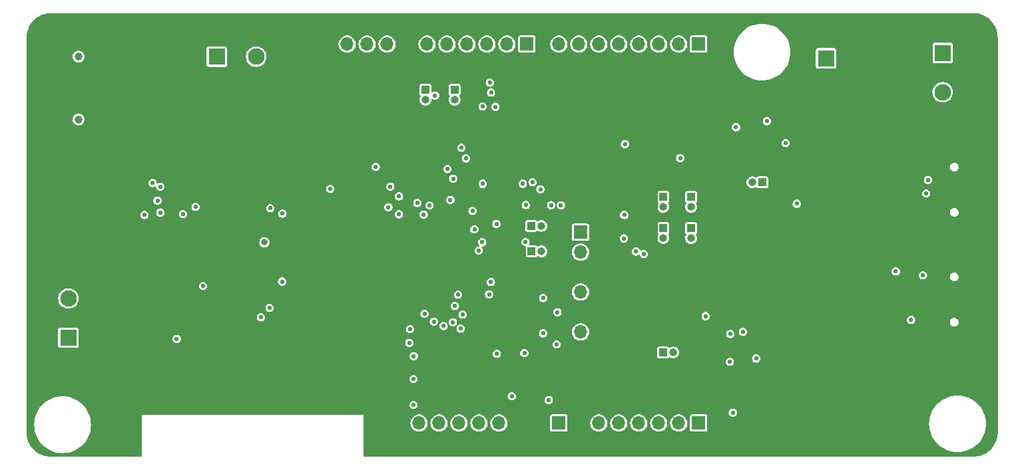
<source format=gbr>
%TF.GenerationSoftware,KiCad,Pcbnew,7.0.8*%
%TF.CreationDate,2024-02-15T12:40:33+05:30*%
%TF.ProjectId,ESP32-S3_DB,45535033-322d-4533-935f-44422e6b6963,rev?*%
%TF.SameCoordinates,Original*%
%TF.FileFunction,Copper,L2,Inr*%
%TF.FilePolarity,Positive*%
%FSLAX46Y46*%
G04 Gerber Fmt 4.6, Leading zero omitted, Abs format (unit mm)*
G04 Created by KiCad (PCBNEW 7.0.8) date 2024-02-15 12:40:33*
%MOMM*%
%LPD*%
G01*
G04 APERTURE LIST*
%TA.AperFunction,ComponentPad*%
%ADD10R,1.700000X1.700000*%
%TD*%
%TA.AperFunction,ComponentPad*%
%ADD11O,1.700000X1.700000*%
%TD*%
%TA.AperFunction,ComponentPad*%
%ADD12R,1.000000X1.000000*%
%TD*%
%TA.AperFunction,ComponentPad*%
%ADD13O,1.000000X1.000000*%
%TD*%
%TA.AperFunction,ComponentPad*%
%ADD14R,2.100000X2.100000*%
%TD*%
%TA.AperFunction,ComponentPad*%
%ADD15C,2.100000*%
%TD*%
%TA.AperFunction,ComponentPad*%
%ADD16O,2.000000X0.900000*%
%TD*%
%TA.AperFunction,ComponentPad*%
%ADD17O,1.700000X0.900000*%
%TD*%
%TA.AperFunction,ComponentPad*%
%ADD18C,1.000000*%
%TD*%
%TA.AperFunction,ComponentPad*%
%ADD19C,0.600000*%
%TD*%
%TA.AperFunction,ViaPad*%
%ADD20C,0.550000*%
%TD*%
%TA.AperFunction,ViaPad*%
%ADD21C,0.800000*%
%TD*%
G04 APERTURE END LIST*
D10*
%TO.N,/RS-485_RX{slash}GPIO34*%
%TO.C,J9*%
X162950000Y-113920001D03*
D11*
%TO.N,/RS-485_TX{slash}GPIO33*%
X162950000Y-116460001D03*
%TO.N,GND*%
X162950000Y-119000001D03*
%TO.N,/3V3*%
X162950000Y-121540001D03*
%TO.N,GND*%
X162950000Y-124080001D03*
%TO.N,/5V*%
X162950000Y-126620001D03*
%TD*%
D12*
%TO.N,/485_TRANS_TX*%
%TO.C,J6*%
X156720000Y-116350000D03*
D13*
%TO.N,/RS-485_TX{slash}GPIO33*%
X157990000Y-116350000D03*
%TD*%
D14*
%TO.N,/5V*%
%TO.C,J5*%
X194180000Y-91770000D03*
D15*
%TO.N,GND*%
X199180000Y-91770000D03*
%TD*%
D12*
%TO.N,/CAN_TXD{slash}MTCK*%
%TO.C,J11*%
X146930000Y-95760000D03*
D13*
%TO.N,/CAN_TRANS_TXD*%
X146930000Y-97030000D03*
%TD*%
D10*
%TO.N,/GPIO6*%
%TO.C,J14*%
X177970000Y-138230000D03*
D11*
%TO.N,/GPIO5*%
X175430000Y-138230000D03*
%TO.N,/GPIO4*%
X172890000Y-138230000D03*
%TO.N,/GPIO3*%
X170350000Y-138230000D03*
%TO.N,/GPIO2*%
X167810000Y-138230000D03*
%TO.N,/GPIO1*%
X165270000Y-138230000D03*
%TD*%
D10*
%TO.N,unconnected-(J16-Pin_1-Pad1)*%
%TO.C,J16*%
X160190000Y-138230000D03*
D11*
%TO.N,GND*%
X157650000Y-138230000D03*
X155110000Y-138230000D03*
%TO.N,/5V*%
X152570000Y-138230000D03*
%TO.N,/3V3*%
X150030000Y-138230000D03*
%TO.N,/RESET*%
X147490000Y-138230000D03*
%TO.N,unconnected-(J16-Pin_7-Pad7)*%
X144950000Y-138230000D03*
%TO.N,/R4_~{RE}_DE*%
X142410000Y-138230000D03*
%TD*%
D12*
%TO.N,/USB-TO-UART/DTR*%
%TO.C,J22*%
X186080000Y-107560000D03*
D13*
%TO.N,/TNOW*%
X184810000Y-107560000D03*
%TD*%
D12*
%TO.N,/R4_~{RE}_DE*%
%TO.C,J18*%
X173460000Y-129230000D03*
D13*
%TO.N,/TNOW*%
X174730000Y-129230000D03*
%TD*%
D16*
%TO.N,GND*%
%TO.C,J1*%
X209975000Y-112825000D03*
D17*
X214145000Y-112825000D03*
D16*
X209975000Y-104175000D03*
D17*
X214145000Y-104175000D03*
%TD*%
D12*
%TO.N,/485_TRANS_RX*%
%TO.C,J17*%
X173490000Y-109420000D03*
D13*
%TO.N,/U2U_TXD*%
X173490000Y-110690000D03*
%TD*%
D12*
%TO.N,/U2U_CONN_RX*%
%TO.C,J20*%
X177010000Y-113410000D03*
D13*
%TO.N,/U2U_RXD*%
X177010000Y-114680000D03*
%TD*%
D14*
%TO.N,/RS485_N*%
%TO.C,J2*%
X97820000Y-127350000D03*
D15*
%TO.N,/RS485_P*%
X97820000Y-122350000D03*
%TO.N,GND*%
X97820000Y-117350000D03*
%TD*%
D12*
%TO.N,/485_TRANS_RX*%
%TO.C,J7*%
X156680000Y-113100000D03*
D13*
%TO.N,/RS-485_RX{slash}GPIO34*%
X157950000Y-113100000D03*
%TD*%
D14*
%TO.N,/CAN_P*%
%TO.C,J3*%
X116700000Y-91550000D03*
D15*
%TO.N,/CAN_N*%
X121700000Y-91550000D03*
%TO.N,GND*%
X126700000Y-91550000D03*
%TD*%
D18*
%TO.N,*%
%TO.C,J8*%
X99100000Y-91550000D03*
X99100000Y-99550000D03*
%TD*%
D12*
%TO.N,/485_TRANS_TX*%
%TO.C,J10*%
X173490000Y-113410000D03*
D13*
%TO.N,/U2U_RXD*%
X173490000Y-114680000D03*
%TD*%
D10*
%TO.N,/CAN_TXD{slash}MTCK*%
%TO.C,J15*%
X156126000Y-89970000D03*
D11*
%TO.N,/CAN_RXD{slash}MTDO*%
X153586000Y-89970000D03*
%TO.N,/GPIO13*%
X151046000Y-89970000D03*
%TO.N,/GPIO17*%
X148506000Y-89970000D03*
%TO.N,/GPIO18*%
X145966000Y-89970000D03*
%TO.N,/GPIO40*%
X143426000Y-89970000D03*
%TO.N,GND*%
X140886000Y-89970000D03*
%TO.N,/3V3*%
X138346000Y-89970000D03*
%TO.N,/GPIO7*%
X135806000Y-89970000D03*
%TO.N,/GPIO8*%
X133266000Y-89970000D03*
%TD*%
D12*
%TO.N,/CAN_RXD{slash}MTDO*%
%TO.C,J12*%
X143220000Y-95760000D03*
D13*
%TO.N,/CAN_TRANS_RXD*%
X143220000Y-97030000D03*
%TD*%
D19*
%TO.N,GND*%
%TO.C,AE1*%
X127400000Y-136950000D03*
%TD*%
D16*
%TO.N,GND*%
%TO.C,J4*%
X209975000Y-126815000D03*
D17*
X214145000Y-126815000D03*
D16*
X209975000Y-118165000D03*
D17*
X214145000Y-118165000D03*
%TD*%
D12*
%TO.N,/U2U_CONN_TX*%
%TO.C,J19*%
X177010000Y-109420000D03*
D13*
%TO.N,/U2U_TXD*%
X177010000Y-110690000D03*
%TD*%
D10*
%TO.N,/GPIO21*%
%TO.C,J13*%
X177970000Y-89970000D03*
D11*
%TO.N,/GPIO10*%
X175430000Y-89970000D03*
%TO.N,/GPIO11*%
X172890000Y-89970000D03*
%TO.N,/GPIO35*%
X170350000Y-89970000D03*
%TO.N,/GPIO36*%
X167810000Y-89970000D03*
%TO.N,/GPIO37*%
X165270000Y-89970000D03*
%TO.N,/GPIO14*%
X162730000Y-89970000D03*
%TO.N,/GPIO12*%
X160190000Y-89970000D03*
%TD*%
D14*
%TO.N,/U2U_CONN_TX*%
%TO.C,J21*%
X209000000Y-91090000D03*
D15*
%TO.N,/U2U_CONN_RX*%
X209000000Y-96090000D03*
%TD*%
D20*
%TO.N,GND*%
X130600000Y-108974500D03*
X93120000Y-108090000D03*
X192850000Y-115410000D03*
X145117705Y-126482295D03*
X179520000Y-109210000D03*
X126500000Y-103200000D03*
X193050000Y-116130000D03*
X194000000Y-122700000D03*
X188200000Y-131500000D03*
X134420000Y-116370000D03*
X153600000Y-107100000D03*
X125000000Y-129200000D03*
X144000000Y-131000000D03*
X127000000Y-132100000D03*
X189700000Y-133000000D03*
X114300000Y-99000000D03*
X190700000Y-130800000D03*
X154870000Y-108030000D03*
X138580000Y-127350000D03*
X192870000Y-116960000D03*
X162300000Y-110500000D03*
X143750000Y-99000000D03*
X139100000Y-102800000D03*
X171800000Y-116800000D03*
X93190000Y-140070000D03*
X193200000Y-122700000D03*
X126000000Y-102500000D03*
X192040000Y-116970000D03*
X140800000Y-103400000D03*
X93280000Y-99960000D03*
X150000000Y-107100000D03*
X181110000Y-126840000D03*
X203800000Y-119400000D03*
X215370000Y-92030000D03*
X161400000Y-110450000D03*
X188800000Y-122700000D03*
X169240000Y-129750000D03*
X161660000Y-108650000D03*
X117930000Y-128110000D03*
X122600000Y-110800000D03*
X178100000Y-141950000D03*
X187630000Y-109780000D03*
X187400000Y-100400000D03*
X206460000Y-109660000D03*
X188300000Y-121200000D03*
X173230000Y-86520000D03*
X178310000Y-123970000D03*
X132200000Y-122200000D03*
X116990000Y-128530000D03*
X93180000Y-114520000D03*
X124400000Y-103200000D03*
X215330000Y-137230000D03*
X189500000Y-122700000D03*
X130100000Y-124300000D03*
X128600000Y-125800000D03*
X122107919Y-125474470D03*
X181400000Y-104900000D03*
X133600000Y-120800000D03*
X139500000Y-129900000D03*
X136670000Y-114470000D03*
X133860000Y-116820000D03*
X191400000Y-123700000D03*
X202360000Y-86590000D03*
X208130000Y-141920000D03*
X196900000Y-123800000D03*
X158530000Y-109810000D03*
X133820000Y-117620000D03*
X130800000Y-123600000D03*
X160050000Y-105760000D03*
X104650000Y-105850000D03*
X134900000Y-121600000D03*
X191800000Y-104000000D03*
X134200000Y-99800000D03*
X126700000Y-129700000D03*
X192050000Y-115230000D03*
X128900000Y-99900000D03*
X206000000Y-101700000D03*
X126500000Y-101900000D03*
X182800000Y-136100000D03*
X163400000Y-133900000D03*
X190900000Y-122700000D03*
X152320000Y-96100000D03*
X109570000Y-128850000D03*
X189550000Y-110070000D03*
X180600000Y-104900000D03*
X161900000Y-134300000D03*
X188300000Y-120500000D03*
X192860000Y-131420000D03*
X153300000Y-121600000D03*
X125790000Y-103250000D03*
X127100000Y-105100000D03*
X190200000Y-120800000D03*
X187800000Y-122500000D03*
X197100000Y-120900000D03*
X200600000Y-119900000D03*
X192900000Y-111080000D03*
X158100000Y-107200000D03*
X108670000Y-106770000D03*
X180300000Y-133700000D03*
X93400000Y-93520000D03*
X104700000Y-124700000D03*
X182100000Y-103700000D03*
X146550000Y-110600000D03*
X185800000Y-121700000D03*
X203800000Y-101700000D03*
X153300000Y-98100000D03*
X128800000Y-105800000D03*
X188100000Y-132900000D03*
X127900000Y-126400000D03*
X215420000Y-130750000D03*
X194800000Y-122700000D03*
X150500000Y-124300000D03*
X94210000Y-86930000D03*
X185800000Y-120900000D03*
X93140000Y-126510000D03*
X198900000Y-121700000D03*
X194730000Y-86490000D03*
X209800000Y-86590000D03*
X181000000Y-133400000D03*
X153300000Y-101600000D03*
X201650000Y-141790000D03*
X191500000Y-103300000D03*
X127100000Y-105800000D03*
X191600000Y-122700000D03*
X206700000Y-103400000D03*
X148918767Y-105331233D03*
X125800000Y-128500000D03*
X138000000Y-119200000D03*
X128800000Y-105100000D03*
X126500000Y-127800000D03*
X149210000Y-134760000D03*
X188870000Y-101610000D03*
X181800000Y-135900000D03*
X147700000Y-127000000D03*
X134900000Y-110410000D03*
X106660000Y-111810000D03*
X131600000Y-124800000D03*
X143650000Y-106100000D03*
X153300000Y-104400000D03*
X115000000Y-99200000D03*
X126400000Y-136800000D03*
X133600000Y-122800000D03*
X196780000Y-141840000D03*
X130350000Y-113450000D03*
X136120000Y-115080000D03*
X188200000Y-132200000D03*
X117000000Y-126800000D03*
X121670000Y-86410000D03*
X153300000Y-100900000D03*
X179400000Y-133700000D03*
X176600000Y-131300000D03*
X170300000Y-132100000D03*
X145200000Y-132300000D03*
X153300000Y-102300000D03*
X183100000Y-105800000D03*
X108900000Y-93300000D03*
X129300000Y-125100000D03*
X195500000Y-122700000D03*
X161210000Y-109460000D03*
X138080000Y-125160000D03*
X133000000Y-123400000D03*
X178800000Y-133100000D03*
X153300000Y-99500000D03*
X149400000Y-125700000D03*
X116790000Y-111240000D03*
X215420000Y-125050000D03*
X118000000Y-127310000D03*
X202700000Y-101700000D03*
X93140000Y-120730000D03*
X201900000Y-102400000D03*
X201900000Y-103500000D03*
X127220000Y-101650000D03*
X113600000Y-111600000D03*
X168100000Y-132500000D03*
X203920000Y-110780000D03*
X187000000Y-122500000D03*
X124700000Y-130200000D03*
X146150000Y-119320000D03*
X210080000Y-112130000D03*
X194100000Y-123700000D03*
X127300000Y-103380000D03*
X127100000Y-99900000D03*
X206400000Y-106900000D03*
X179240000Y-116050000D03*
X117980000Y-118880000D03*
X147518960Y-122596527D03*
X190800000Y-104900000D03*
X126400000Y-130500000D03*
X176470000Y-104600000D03*
X124200000Y-111500000D03*
X93080000Y-134060000D03*
X127900000Y-98800000D03*
X181000000Y-132700000D03*
X178800000Y-132300000D03*
X125080000Y-101650000D03*
X127100000Y-99200000D03*
X153300000Y-105800000D03*
X203560000Y-113430000D03*
X105930000Y-86550000D03*
X139100000Y-103600000D03*
X136400000Y-127730000D03*
X134400000Y-120100000D03*
X106950000Y-124725500D03*
X127700000Y-135700000D03*
X126400000Y-134800000D03*
X199800000Y-126400000D03*
X188800000Y-133000000D03*
X190200000Y-121700000D03*
X139850000Y-108500000D03*
X199700000Y-113600000D03*
X113600000Y-99000000D03*
X181700000Y-103200000D03*
X192460000Y-114200000D03*
X153900000Y-129600000D03*
X151400000Y-119500000D03*
X130900000Y-125500000D03*
X193000000Y-120800000D03*
X129500000Y-126900000D03*
X132300000Y-124100000D03*
X151100000Y-121000000D03*
X191700000Y-104800000D03*
X127400000Y-129000000D03*
X153300000Y-98800000D03*
X147000000Y-124300000D03*
X140750000Y-110100000D03*
X160050000Y-106700000D03*
X206800000Y-102400000D03*
X135200000Y-98200000D03*
X111400000Y-93300000D03*
X215260000Y-115490000D03*
X136300000Y-106100000D03*
X149400000Y-124300000D03*
X107390000Y-107660000D03*
X171580000Y-130930000D03*
X201800000Y-127000000D03*
X131500000Y-122900000D03*
X180640000Y-108010000D03*
X139500000Y-117750000D03*
X126300000Y-133000000D03*
X153300000Y-100200000D03*
X186100000Y-122500000D03*
X135400000Y-99000000D03*
X135610000Y-115620000D03*
X106500000Y-101900000D03*
X188220000Y-141970000D03*
X132900000Y-121500000D03*
X145150000Y-110150000D03*
X186010000Y-129620000D03*
X215410000Y-106050000D03*
X153300000Y-105100000D03*
X215380000Y-96530000D03*
X185600000Y-131700000D03*
X168600000Y-110900000D03*
X184330000Y-86470000D03*
X204900000Y-101700000D03*
X128800000Y-99100000D03*
X134150000Y-112900000D03*
X155890000Y-86490000D03*
X137030000Y-127030000D03*
X104100000Y-109100000D03*
X153300000Y-103000000D03*
X199000000Y-118700000D03*
X157850000Y-109250000D03*
X115100000Y-100000000D03*
X104600000Y-99900000D03*
X148400000Y-111450000D03*
X124400000Y-101800000D03*
X135620000Y-128470000D03*
X147700000Y-102350000D03*
X139850000Y-131180000D03*
X128100000Y-128300000D03*
X128400000Y-136800000D03*
X153300000Y-106500000D03*
X115100000Y-100700000D03*
X196900000Y-123100000D03*
X137850000Y-110150000D03*
X190200000Y-122700000D03*
X114600000Y-102000000D03*
X169230000Y-116090000D03*
X153300000Y-103700000D03*
X175190000Y-116170000D03*
X135100000Y-99800000D03*
X204230000Y-125500000D03*
X215370000Y-110570000D03*
X130200000Y-126200000D03*
X107500000Y-121700000D03*
X128800000Y-127600000D03*
X192400000Y-122700000D03*
X215500000Y-100220000D03*
X125050000Y-103250000D03*
X205620000Y-111970000D03*
X193000000Y-121700000D03*
X136500000Y-121100000D03*
X137740000Y-115410000D03*
X200500000Y-128900000D03*
X188350000Y-106600000D03*
X137230000Y-114860000D03*
X196200000Y-122700000D03*
X138300000Y-124090000D03*
X127200000Y-127100000D03*
X136010000Y-86450000D03*
X114800000Y-101300000D03*
X181100000Y-130150000D03*
X126300000Y-131200000D03*
X124600000Y-131200000D03*
X182000000Y-104400000D03*
X152740000Y-97490000D03*
X135600000Y-121100000D03*
X134300000Y-122200000D03*
X215220000Y-119810000D03*
X125800000Y-101800000D03*
X168200000Y-115500000D03*
X127800000Y-124400000D03*
X127100000Y-135700000D03*
X182800000Y-126870000D03*
X138800000Y-118400000D03*
X158920000Y-121130000D03*
X154600000Y-129000000D03*
%TO.N,/3V3*%
X158200000Y-122300000D03*
X114000000Y-110690000D03*
X142200000Y-110200000D03*
X141700000Y-132600000D03*
X158200000Y-126800000D03*
X158900000Y-135300000D03*
X111600000Y-127500000D03*
X168600000Y-102700000D03*
X141700000Y-135900000D03*
X114950000Y-120750000D03*
X136913236Y-105586764D03*
%TO.N,/RESET*%
X160000000Y-124100000D03*
X159900000Y-128200000D03*
X175620000Y-104470000D03*
X155800000Y-129300000D03*
X154200000Y-134800000D03*
X171000000Y-116700000D03*
%TO.N,/5V*%
X206500000Y-119400000D03*
X190440000Y-110290000D03*
X204980000Y-125080000D03*
X203040000Y-118900000D03*
X182720000Y-100540000D03*
%TO.N,/BOOT*%
X160450000Y-110480000D03*
X141740000Y-129690000D03*
%TO.N,/~{MCU_SL_CS}*%
X108520000Y-107650000D03*
X107500000Y-111720000D03*
%TO.N,/MCU_SL_MOSI*%
X112400000Y-111600000D03*
X109500000Y-108100000D03*
%TO.N,/MCU_SL_CLK*%
X109520000Y-111410000D03*
X109150000Y-109890000D03*
%TO.N,/R4_~{RE}_DE*%
X122300000Y-124750000D03*
D21*
X122750000Y-115200000D03*
D20*
X131100000Y-108400000D03*
X145544638Y-125857105D03*
X152300000Y-129400000D03*
%TO.N,/GPIO14*%
X147950500Y-124400000D03*
%TO.N,/GPIO2*%
X141180000Y-128020000D03*
X141256233Y-126243767D03*
%TO.N,/GPIO40*%
X146400000Y-109799500D03*
%TO.N,/GPIO8*%
X144300000Y-125300000D03*
%TO.N,/GPIO36*%
X156850000Y-107550000D03*
%TO.N,/GPIO35*%
X157850000Y-108450000D03*
%TO.N,/GPIO21*%
X170020000Y-116370000D03*
%TO.N,/GPIO18*%
X151555000Y-120255000D03*
%TO.N,/GPIO17*%
X151317320Y-121817320D03*
%TO.N,Net-(U3-SW)*%
X185270000Y-130005500D03*
X183590000Y-126600000D03*
%TO.N,Net-(U3-BAT)*%
X181930000Y-130410000D03*
X181990000Y-126880000D03*
%TO.N,Net-(U3-KEY)*%
X178860000Y-124600000D03*
X182310000Y-136880000D03*
%TO.N,Net-(J1-D+-PadA6)*%
X206900000Y-108974500D03*
X207130000Y-107250000D03*
%TO.N,/U2U_TXD*%
X150500000Y-107750000D03*
X152250000Y-112850000D03*
X138750000Y-108100000D03*
X138513081Y-110736919D03*
%TO.N,/485_TRANS_TX*%
X125000000Y-120200000D03*
X150000000Y-116250000D03*
X125050000Y-111550000D03*
X146750000Y-107100000D03*
%TO.N,/485_TRANS_RX*%
X123500000Y-110850000D03*
X155950000Y-115154500D03*
X150450000Y-115200000D03*
X146024500Y-105875000D03*
X123400000Y-123550000D03*
%TO.N,/U2U_RXD*%
X168500000Y-111725500D03*
X139850000Y-109350000D03*
X149200000Y-111200000D03*
X149450000Y-113550000D03*
X168450000Y-114700000D03*
X139850000Y-111628152D03*
%TO.N,/U2U_CONN_TX*%
X186650000Y-99780000D03*
%TO.N,/U2U_CONN_RX*%
X189030000Y-102560000D03*
%TO.N,/GPIO7*%
X143104500Y-124297288D03*
%TO.N,/GPIO10*%
X147700000Y-126200000D03*
%TO.N,/GPIO11*%
X156000000Y-110450000D03*
X159210418Y-110463642D03*
X146706233Y-125393767D03*
%TO.N,/GPIO12*%
X152135129Y-97932588D03*
X148360000Y-104520000D03*
X146974500Y-123300000D03*
%TO.N,/GPIO13*%
X150500000Y-97900000D03*
X147800000Y-103150000D03*
X147374500Y-121861079D03*
%TO.N,/CAN_RXD{slash}MTDO*%
X143000000Y-111650000D03*
X151409500Y-94860000D03*
%TO.N,/CAN_TXD{slash}MTCK*%
X151571011Y-96127740D03*
X144450000Y-96500000D03*
X143750000Y-110500000D03*
%TO.N,/GPIO37*%
X155600000Y-107750000D03*
%TD*%
%TA.AperFunction,Conductor*%
%TO.N,GND*%
G36*
X212901294Y-86000567D02*
G01*
X213033497Y-86007496D01*
X213228501Y-86018448D01*
X213233442Y-86018976D01*
X213389369Y-86043673D01*
X213390022Y-86043777D01*
X213560297Y-86072707D01*
X213564781Y-86073687D01*
X213722425Y-86115927D01*
X213884257Y-86162551D01*
X213888259Y-86163893D01*
X214042477Y-86223092D01*
X214196534Y-86286905D01*
X214200056Y-86288529D01*
X214348208Y-86364016D01*
X214493509Y-86444321D01*
X214496525Y-86446131D01*
X214636567Y-86537075D01*
X214771692Y-86632951D01*
X214774200Y-86634853D01*
X214903420Y-86739493D01*
X214905231Y-86741034D01*
X215027852Y-86850615D01*
X215029853Y-86852507D01*
X215147491Y-86970145D01*
X215149386Y-86972149D01*
X215258958Y-87094761D01*
X215260505Y-87096578D01*
X215365145Y-87225798D01*
X215367047Y-87228306D01*
X215462924Y-87363432D01*
X215553867Y-87503473D01*
X215555677Y-87506489D01*
X215635983Y-87651791D01*
X215711469Y-87799942D01*
X215713097Y-87803473D01*
X215776917Y-87957547D01*
X215836098Y-88111718D01*
X215837452Y-88115756D01*
X215884077Y-88277591D01*
X215926308Y-88435204D01*
X215927296Y-88439726D01*
X215956222Y-88609977D01*
X215981020Y-88766544D01*
X215981552Y-88771515D01*
X215992515Y-88966729D01*
X215999432Y-89098702D01*
X215999500Y-89101285D01*
X216000000Y-92256289D01*
X216000000Y-139538509D01*
X215999922Y-139541285D01*
X215989524Y-139726456D01*
X215988992Y-139731427D01*
X215964207Y-139887922D01*
X215935268Y-140058255D01*
X215934280Y-140062777D01*
X215892060Y-140220350D01*
X215845433Y-140382202D01*
X215844079Y-140386240D01*
X215784894Y-140540427D01*
X215721076Y-140694498D01*
X215719449Y-140698028D01*
X215643965Y-140846175D01*
X215563654Y-140991486D01*
X215561845Y-140994502D01*
X215470911Y-141134532D01*
X215375020Y-141269677D01*
X215373118Y-141272185D01*
X215268491Y-141401389D01*
X215266931Y-141403222D01*
X215157369Y-141525822D01*
X215155461Y-141527840D01*
X215037840Y-141645461D01*
X215035822Y-141647369D01*
X214913222Y-141756931D01*
X214911389Y-141758491D01*
X214782185Y-141863118D01*
X214779677Y-141865020D01*
X214644532Y-141960911D01*
X214504502Y-142051845D01*
X214501486Y-142053654D01*
X214356175Y-142133965D01*
X214208028Y-142209449D01*
X214204498Y-142211076D01*
X214050427Y-142274894D01*
X213896240Y-142334079D01*
X213892202Y-142335433D01*
X213730350Y-142382060D01*
X213572777Y-142424280D01*
X213568255Y-142425268D01*
X213397922Y-142454207D01*
X213241427Y-142478992D01*
X213236456Y-142479524D01*
X213041217Y-142490487D01*
X212981522Y-142493615D01*
X212909262Y-142497401D01*
X212906680Y-142497469D01*
X135431538Y-142497469D01*
X135373347Y-142478562D01*
X135337383Y-142429062D01*
X135337383Y-142367876D01*
X135340000Y-142363605D01*
X135340000Y-138230000D01*
X141304785Y-138230000D01*
X141323603Y-138433083D01*
X141379418Y-138629250D01*
X141470327Y-138811821D01*
X141593236Y-138974579D01*
X141743959Y-139111981D01*
X141917363Y-139219348D01*
X142107544Y-139293024D01*
X142308024Y-139330500D01*
X142511976Y-139330500D01*
X142712456Y-139293024D01*
X142902637Y-139219348D01*
X143076041Y-139111981D01*
X143226764Y-138974579D01*
X143349673Y-138811821D01*
X143440582Y-138629250D01*
X143496397Y-138433083D01*
X143515215Y-138230000D01*
X143844785Y-138230000D01*
X143863603Y-138433083D01*
X143919418Y-138629250D01*
X144010327Y-138811821D01*
X144133236Y-138974579D01*
X144283959Y-139111981D01*
X144457363Y-139219348D01*
X144647544Y-139293024D01*
X144848024Y-139330500D01*
X145051976Y-139330500D01*
X145252456Y-139293024D01*
X145442637Y-139219348D01*
X145616041Y-139111981D01*
X145766764Y-138974579D01*
X145889673Y-138811821D01*
X145980582Y-138629250D01*
X146036397Y-138433083D01*
X146055215Y-138230000D01*
X146384785Y-138230000D01*
X146403603Y-138433083D01*
X146459418Y-138629250D01*
X146550327Y-138811821D01*
X146673236Y-138974579D01*
X146823959Y-139111981D01*
X146997363Y-139219348D01*
X147187544Y-139293024D01*
X147388024Y-139330500D01*
X147591976Y-139330500D01*
X147792456Y-139293024D01*
X147982637Y-139219348D01*
X148156041Y-139111981D01*
X148306764Y-138974579D01*
X148429673Y-138811821D01*
X148520582Y-138629250D01*
X148576397Y-138433083D01*
X148595215Y-138230000D01*
X148924785Y-138230000D01*
X148943603Y-138433083D01*
X148999418Y-138629250D01*
X149090327Y-138811821D01*
X149213236Y-138974579D01*
X149363959Y-139111981D01*
X149537363Y-139219348D01*
X149727544Y-139293024D01*
X149928024Y-139330500D01*
X150131976Y-139330500D01*
X150332456Y-139293024D01*
X150522637Y-139219348D01*
X150696041Y-139111981D01*
X150846764Y-138974579D01*
X150969673Y-138811821D01*
X151060582Y-138629250D01*
X151116397Y-138433083D01*
X151135215Y-138230000D01*
X151464785Y-138230000D01*
X151483603Y-138433083D01*
X151539418Y-138629250D01*
X151630327Y-138811821D01*
X151753236Y-138974579D01*
X151903959Y-139111981D01*
X152077363Y-139219348D01*
X152267544Y-139293024D01*
X152468024Y-139330500D01*
X152671976Y-139330500D01*
X152872456Y-139293024D01*
X153062637Y-139219348D01*
X153236041Y-139111981D01*
X153244059Y-139104672D01*
X159089500Y-139104672D01*
X159089501Y-139104684D01*
X159104033Y-139177736D01*
X159104035Y-139177742D01*
X159159397Y-139260599D01*
X159159399Y-139260601D01*
X159242260Y-139315966D01*
X159297808Y-139327015D01*
X159315315Y-139330498D01*
X159315320Y-139330498D01*
X159315326Y-139330500D01*
X159315327Y-139330500D01*
X161064673Y-139330500D01*
X161064674Y-139330500D01*
X161137740Y-139315966D01*
X161220601Y-139260601D01*
X161275966Y-139177740D01*
X161290500Y-139104674D01*
X161290500Y-138230000D01*
X164164785Y-138230000D01*
X164183603Y-138433083D01*
X164239418Y-138629250D01*
X164330327Y-138811821D01*
X164453236Y-138974579D01*
X164603959Y-139111981D01*
X164777363Y-139219348D01*
X164967544Y-139293024D01*
X165168024Y-139330500D01*
X165371976Y-139330500D01*
X165572456Y-139293024D01*
X165762637Y-139219348D01*
X165936041Y-139111981D01*
X166086764Y-138974579D01*
X166209673Y-138811821D01*
X166300582Y-138629250D01*
X166356397Y-138433083D01*
X166375215Y-138230000D01*
X166704785Y-138230000D01*
X166723603Y-138433083D01*
X166779418Y-138629250D01*
X166870327Y-138811821D01*
X166993236Y-138974579D01*
X167143959Y-139111981D01*
X167317363Y-139219348D01*
X167507544Y-139293024D01*
X167708024Y-139330500D01*
X167911976Y-139330500D01*
X168112456Y-139293024D01*
X168302637Y-139219348D01*
X168476041Y-139111981D01*
X168626764Y-138974579D01*
X168749673Y-138811821D01*
X168840582Y-138629250D01*
X168896397Y-138433083D01*
X168915215Y-138230000D01*
X169244785Y-138230000D01*
X169263603Y-138433083D01*
X169319418Y-138629250D01*
X169410327Y-138811821D01*
X169533236Y-138974579D01*
X169683959Y-139111981D01*
X169857363Y-139219348D01*
X170047544Y-139293024D01*
X170248024Y-139330500D01*
X170451976Y-139330500D01*
X170652456Y-139293024D01*
X170842637Y-139219348D01*
X171016041Y-139111981D01*
X171166764Y-138974579D01*
X171289673Y-138811821D01*
X171380582Y-138629250D01*
X171436397Y-138433083D01*
X171455215Y-138230000D01*
X171784785Y-138230000D01*
X171803603Y-138433083D01*
X171859418Y-138629250D01*
X171950327Y-138811821D01*
X172073236Y-138974579D01*
X172223959Y-139111981D01*
X172397363Y-139219348D01*
X172587544Y-139293024D01*
X172788024Y-139330500D01*
X172991976Y-139330500D01*
X173192456Y-139293024D01*
X173382637Y-139219348D01*
X173556041Y-139111981D01*
X173706764Y-138974579D01*
X173829673Y-138811821D01*
X173920582Y-138629250D01*
X173976397Y-138433083D01*
X173995215Y-138230000D01*
X174324785Y-138230000D01*
X174343603Y-138433083D01*
X174399418Y-138629250D01*
X174490327Y-138811821D01*
X174613236Y-138974579D01*
X174763959Y-139111981D01*
X174937363Y-139219348D01*
X175127544Y-139293024D01*
X175328024Y-139330500D01*
X175531976Y-139330500D01*
X175732456Y-139293024D01*
X175922637Y-139219348D01*
X176096041Y-139111981D01*
X176104059Y-139104672D01*
X176869500Y-139104672D01*
X176869501Y-139104684D01*
X176884033Y-139177736D01*
X176884035Y-139177742D01*
X176939397Y-139260599D01*
X176939399Y-139260601D01*
X177022260Y-139315966D01*
X177077808Y-139327015D01*
X177095315Y-139330498D01*
X177095320Y-139330498D01*
X177095326Y-139330500D01*
X177095327Y-139330500D01*
X178844673Y-139330500D01*
X178844674Y-139330500D01*
X178917740Y-139315966D01*
X179000601Y-139260601D01*
X179055966Y-139177740D01*
X179070500Y-139104674D01*
X179070500Y-138314881D01*
X207275178Y-138314881D01*
X207294974Y-138692640D01*
X207294976Y-138692661D01*
X207354153Y-139066285D01*
X207452064Y-139431694D01*
X207452066Y-139431701D01*
X207587632Y-139784863D01*
X207759374Y-140121926D01*
X207759380Y-140121937D01*
X207965407Y-140439189D01*
X207965414Y-140439199D01*
X208063344Y-140560132D01*
X208203481Y-140733187D01*
X208470977Y-141000683D01*
X208470981Y-141000686D01*
X208764964Y-141238749D01*
X208764974Y-141238756D01*
X209082226Y-141444783D01*
X209082237Y-141444789D01*
X209419300Y-141616531D01*
X209499636Y-141647369D01*
X209772467Y-141752099D01*
X210137873Y-141850009D01*
X210137876Y-141850009D01*
X210137878Y-141850010D01*
X210511502Y-141909187D01*
X210511511Y-141909187D01*
X210511512Y-141909188D01*
X210511513Y-141909188D01*
X210511523Y-141909189D01*
X210889283Y-141928986D01*
X210889289Y-141928986D01*
X210889295Y-141928986D01*
X211267054Y-141909189D01*
X211267062Y-141909188D01*
X211267066Y-141909188D01*
X211267068Y-141909187D01*
X211267075Y-141909187D01*
X211640699Y-141850010D01*
X211640699Y-141850009D01*
X211640705Y-141850009D01*
X212006111Y-141752099D01*
X212359280Y-141616530D01*
X212696345Y-141444787D01*
X213013610Y-141238752D01*
X213307601Y-141000683D01*
X213575097Y-140733187D01*
X213813166Y-140439196D01*
X214019201Y-140121931D01*
X214190944Y-139784866D01*
X214326513Y-139431697D01*
X214424423Y-139066291D01*
X214464450Y-138813573D01*
X214483601Y-138692661D01*
X214483603Y-138692640D01*
X214503400Y-138314881D01*
X214503400Y-138314868D01*
X214483603Y-137937109D01*
X214483601Y-137937088D01*
X214424424Y-137563464D01*
X214424423Y-137563459D01*
X214326513Y-137198053D01*
X214291562Y-137107003D01*
X214190945Y-136844886D01*
X214019203Y-136507824D01*
X214019197Y-136507813D01*
X213922571Y-136359023D01*
X213813166Y-136190554D01*
X213575097Y-135896563D01*
X213307601Y-135629067D01*
X213228502Y-135565014D01*
X213013613Y-135391000D01*
X213013603Y-135390993D01*
X212696351Y-135184966D01*
X212696340Y-135184960D01*
X212359277Y-135013218D01*
X212006115Y-134877652D01*
X212006108Y-134877650D01*
X211640699Y-134779739D01*
X211267075Y-134720562D01*
X211267054Y-134720560D01*
X210889295Y-134700764D01*
X210889283Y-134700764D01*
X210511523Y-134720560D01*
X210511502Y-134720562D01*
X210137878Y-134779739D01*
X209772469Y-134877650D01*
X209772462Y-134877652D01*
X209419300Y-135013218D01*
X209082238Y-135184960D01*
X209082227Y-135184966D01*
X208797356Y-135369965D01*
X208769545Y-135388026D01*
X208764965Y-135391000D01*
X208470981Y-135629063D01*
X208203477Y-135896567D01*
X207965414Y-136190551D01*
X207759380Y-136507813D01*
X207759374Y-136507824D01*
X207587632Y-136844886D01*
X207452066Y-137198048D01*
X207452064Y-137198055D01*
X207354153Y-137563464D01*
X207294976Y-137937088D01*
X207294974Y-137937109D01*
X207275178Y-138314868D01*
X207275178Y-138314881D01*
X179070500Y-138314881D01*
X179070500Y-137355326D01*
X179055966Y-137282260D01*
X179000601Y-137199399D01*
X179000599Y-137199397D01*
X178917742Y-137144035D01*
X178917740Y-137144034D01*
X178917737Y-137144033D01*
X178917736Y-137144033D01*
X178844684Y-137129501D01*
X178844674Y-137129500D01*
X177095326Y-137129500D01*
X177095325Y-137129500D01*
X177095315Y-137129501D01*
X177022263Y-137144033D01*
X177022257Y-137144035D01*
X176939400Y-137199397D01*
X176939397Y-137199400D01*
X176884035Y-137282257D01*
X176884033Y-137282263D01*
X176869501Y-137355315D01*
X176869500Y-137355327D01*
X176869500Y-139104672D01*
X176104059Y-139104672D01*
X176246764Y-138974579D01*
X176369673Y-138811821D01*
X176460582Y-138629250D01*
X176516397Y-138433083D01*
X176535215Y-138230000D01*
X176516397Y-138026917D01*
X176460582Y-137830750D01*
X176369673Y-137648179D01*
X176246764Y-137485421D01*
X176096041Y-137348019D01*
X175922637Y-137240652D01*
X175732456Y-137166976D01*
X175732455Y-137166975D01*
X175732453Y-137166975D01*
X175531976Y-137129500D01*
X175328024Y-137129500D01*
X175127546Y-137166975D01*
X175057632Y-137194059D01*
X174937363Y-137240652D01*
X174778485Y-137339025D01*
X174763959Y-137348019D01*
X174613237Y-137485420D01*
X174490328Y-137648177D01*
X174490323Y-137648186D01*
X174399419Y-137830747D01*
X174399418Y-137830750D01*
X174343603Y-138026917D01*
X174324785Y-138230000D01*
X173995215Y-138230000D01*
X173976397Y-138026917D01*
X173920582Y-137830750D01*
X173829673Y-137648179D01*
X173706764Y-137485421D01*
X173556041Y-137348019D01*
X173382637Y-137240652D01*
X173192456Y-137166976D01*
X173192455Y-137166975D01*
X173192453Y-137166975D01*
X172991976Y-137129500D01*
X172788024Y-137129500D01*
X172587546Y-137166975D01*
X172517632Y-137194059D01*
X172397363Y-137240652D01*
X172238485Y-137339025D01*
X172223959Y-137348019D01*
X172073237Y-137485420D01*
X171950328Y-137648177D01*
X171950323Y-137648186D01*
X171859419Y-137830747D01*
X171859418Y-137830750D01*
X171803603Y-138026917D01*
X171784785Y-138230000D01*
X171455215Y-138230000D01*
X171436397Y-138026917D01*
X171380582Y-137830750D01*
X171289673Y-137648179D01*
X171166764Y-137485421D01*
X171016041Y-137348019D01*
X170842637Y-137240652D01*
X170652456Y-137166976D01*
X170652455Y-137166975D01*
X170652453Y-137166975D01*
X170451976Y-137129500D01*
X170248024Y-137129500D01*
X170047546Y-137166975D01*
X169977632Y-137194059D01*
X169857363Y-137240652D01*
X169698485Y-137339025D01*
X169683959Y-137348019D01*
X169533237Y-137485420D01*
X169410328Y-137648177D01*
X169410323Y-137648186D01*
X169319419Y-137830747D01*
X169319418Y-137830750D01*
X169263603Y-138026917D01*
X169244785Y-138230000D01*
X168915215Y-138230000D01*
X168896397Y-138026917D01*
X168840582Y-137830750D01*
X168749673Y-137648179D01*
X168626764Y-137485421D01*
X168476041Y-137348019D01*
X168302637Y-137240652D01*
X168112456Y-137166976D01*
X168112455Y-137166975D01*
X168112453Y-137166975D01*
X167911976Y-137129500D01*
X167708024Y-137129500D01*
X167507546Y-137166975D01*
X167437632Y-137194059D01*
X167317363Y-137240652D01*
X167158485Y-137339025D01*
X167143959Y-137348019D01*
X166993237Y-137485420D01*
X166870328Y-137648177D01*
X166870323Y-137648186D01*
X166779419Y-137830747D01*
X166779418Y-137830750D01*
X166723603Y-138026917D01*
X166704785Y-138230000D01*
X166375215Y-138230000D01*
X166356397Y-138026917D01*
X166300582Y-137830750D01*
X166209673Y-137648179D01*
X166086764Y-137485421D01*
X165936041Y-137348019D01*
X165762637Y-137240652D01*
X165572456Y-137166976D01*
X165572455Y-137166975D01*
X165572453Y-137166975D01*
X165371976Y-137129500D01*
X165168024Y-137129500D01*
X164967546Y-137166975D01*
X164897632Y-137194059D01*
X164777363Y-137240652D01*
X164618485Y-137339025D01*
X164603959Y-137348019D01*
X164453237Y-137485420D01*
X164330328Y-137648177D01*
X164330323Y-137648186D01*
X164239419Y-137830747D01*
X164239418Y-137830750D01*
X164183603Y-138026917D01*
X164164785Y-138230000D01*
X161290500Y-138230000D01*
X161290500Y-137355326D01*
X161275966Y-137282260D01*
X161220601Y-137199399D01*
X161220599Y-137199397D01*
X161137742Y-137144035D01*
X161137740Y-137144034D01*
X161137737Y-137144033D01*
X161137736Y-137144033D01*
X161064684Y-137129501D01*
X161064674Y-137129500D01*
X159315326Y-137129500D01*
X159315325Y-137129500D01*
X159315315Y-137129501D01*
X159242263Y-137144033D01*
X159242257Y-137144035D01*
X159159400Y-137199397D01*
X159159397Y-137199400D01*
X159104035Y-137282257D01*
X159104033Y-137282263D01*
X159089501Y-137355315D01*
X159089500Y-137355327D01*
X159089500Y-139104672D01*
X153244059Y-139104672D01*
X153386764Y-138974579D01*
X153509673Y-138811821D01*
X153600582Y-138629250D01*
X153656397Y-138433083D01*
X153675215Y-138230000D01*
X153656397Y-138026917D01*
X153600582Y-137830750D01*
X153509673Y-137648179D01*
X153386764Y-137485421D01*
X153236041Y-137348019D01*
X153062637Y-137240652D01*
X152872456Y-137166976D01*
X152872455Y-137166975D01*
X152872453Y-137166975D01*
X152671976Y-137129500D01*
X152468024Y-137129500D01*
X152267546Y-137166975D01*
X152197632Y-137194059D01*
X152077363Y-137240652D01*
X151918485Y-137339025D01*
X151903959Y-137348019D01*
X151753237Y-137485420D01*
X151630328Y-137648177D01*
X151630323Y-137648186D01*
X151539419Y-137830747D01*
X151539418Y-137830750D01*
X151483603Y-138026917D01*
X151464785Y-138230000D01*
X151135215Y-138230000D01*
X151116397Y-138026917D01*
X151060582Y-137830750D01*
X150969673Y-137648179D01*
X150846764Y-137485421D01*
X150696041Y-137348019D01*
X150522637Y-137240652D01*
X150332456Y-137166976D01*
X150332455Y-137166975D01*
X150332453Y-137166975D01*
X150131976Y-137129500D01*
X149928024Y-137129500D01*
X149727546Y-137166975D01*
X149657632Y-137194059D01*
X149537363Y-137240652D01*
X149378485Y-137339025D01*
X149363959Y-137348019D01*
X149213237Y-137485420D01*
X149090328Y-137648177D01*
X149090323Y-137648186D01*
X148999419Y-137830747D01*
X148999418Y-137830750D01*
X148943603Y-138026917D01*
X148924785Y-138230000D01*
X148595215Y-138230000D01*
X148576397Y-138026917D01*
X148520582Y-137830750D01*
X148429673Y-137648179D01*
X148306764Y-137485421D01*
X148156041Y-137348019D01*
X147982637Y-137240652D01*
X147792456Y-137166976D01*
X147792455Y-137166975D01*
X147792453Y-137166975D01*
X147591976Y-137129500D01*
X147388024Y-137129500D01*
X147187546Y-137166975D01*
X147117632Y-137194059D01*
X146997363Y-137240652D01*
X146838485Y-137339025D01*
X146823959Y-137348019D01*
X146673237Y-137485420D01*
X146550328Y-137648177D01*
X146550323Y-137648186D01*
X146459419Y-137830747D01*
X146459418Y-137830750D01*
X146403603Y-138026917D01*
X146384785Y-138230000D01*
X146055215Y-138230000D01*
X146036397Y-138026917D01*
X145980582Y-137830750D01*
X145889673Y-137648179D01*
X145766764Y-137485421D01*
X145616041Y-137348019D01*
X145442637Y-137240652D01*
X145252456Y-137166976D01*
X145252455Y-137166975D01*
X145252453Y-137166975D01*
X145051976Y-137129500D01*
X144848024Y-137129500D01*
X144647546Y-137166975D01*
X144577632Y-137194059D01*
X144457363Y-137240652D01*
X144298485Y-137339025D01*
X144283959Y-137348019D01*
X144133237Y-137485420D01*
X144010328Y-137648177D01*
X144010323Y-137648186D01*
X143919419Y-137830747D01*
X143919418Y-137830750D01*
X143863603Y-138026917D01*
X143844785Y-138230000D01*
X143515215Y-138230000D01*
X143496397Y-138026917D01*
X143440582Y-137830750D01*
X143349673Y-137648179D01*
X143226764Y-137485421D01*
X143076041Y-137348019D01*
X142902637Y-137240652D01*
X142712456Y-137166976D01*
X142712455Y-137166975D01*
X142712453Y-137166975D01*
X142511976Y-137129500D01*
X142308024Y-137129500D01*
X142107546Y-137166975D01*
X142037632Y-137194059D01*
X141917363Y-137240652D01*
X141758485Y-137339025D01*
X141743959Y-137348019D01*
X141593237Y-137485420D01*
X141470328Y-137648177D01*
X141470323Y-137648186D01*
X141379419Y-137830747D01*
X141379418Y-137830750D01*
X141323603Y-138026917D01*
X141304785Y-138230000D01*
X135340000Y-138230000D01*
X135340000Y-137150001D01*
X135340000Y-137150000D01*
X107140000Y-137150000D01*
X107140000Y-142350000D01*
X107140000Y-142370729D01*
X107146243Y-142382982D01*
X107136672Y-142443414D01*
X107093407Y-142486679D01*
X107048462Y-142497469D01*
X95593320Y-142497469D01*
X95590737Y-142497401D01*
X95507703Y-142493050D01*
X95458782Y-142490487D01*
X95263542Y-142479524D01*
X95258571Y-142478992D01*
X95102077Y-142454207D01*
X94931743Y-142425268D01*
X94927220Y-142424280D01*
X94769649Y-142382060D01*
X94607796Y-142335433D01*
X94603758Y-142334079D01*
X94449572Y-142274894D01*
X94295501Y-142211076D01*
X94291970Y-142209448D01*
X94143824Y-142133965D01*
X93998512Y-142053654D01*
X93995496Y-142051845D01*
X93855467Y-141960911D01*
X93720321Y-141865020D01*
X93717813Y-141863118D01*
X93588609Y-141758491D01*
X93586791Y-141756943D01*
X93464161Y-141647355D01*
X93462158Y-141645461D01*
X93344537Y-141527840D01*
X93342646Y-141525840D01*
X93233049Y-141403201D01*
X93231507Y-141401389D01*
X93126880Y-141272184D01*
X93124978Y-141269677D01*
X93029093Y-141134539D01*
X92965943Y-141037297D01*
X92938153Y-140994502D01*
X92936352Y-140991501D01*
X92856034Y-140846175D01*
X92798464Y-140733187D01*
X92780546Y-140698021D01*
X92778930Y-140694514D01*
X92715117Y-140540458D01*
X92655913Y-140386224D01*
X92654574Y-140382231D01*
X92607939Y-140220350D01*
X92606080Y-140213413D01*
X92565714Y-140062763D01*
X92564737Y-140058289D01*
X92535792Y-139887922D01*
X92511003Y-139731407D01*
X92510476Y-139726483D01*
X92500077Y-139541280D01*
X92500000Y-139538509D01*
X92500000Y-138435814D01*
X93467577Y-138435814D01*
X93487373Y-138813573D01*
X93487375Y-138813594D01*
X93546552Y-139187218D01*
X93644463Y-139552627D01*
X93644465Y-139552634D01*
X93780031Y-139905796D01*
X93951773Y-140242859D01*
X93951779Y-140242870D01*
X94145016Y-140540427D01*
X94157811Y-140560129D01*
X94395880Y-140854120D01*
X94663376Y-141121616D01*
X94663380Y-141121619D01*
X94957363Y-141359682D01*
X94957373Y-141359689D01*
X95274625Y-141565716D01*
X95274636Y-141565722D01*
X95611699Y-141737464D01*
X95802814Y-141810826D01*
X95964866Y-141873032D01*
X96330272Y-141970942D01*
X96330275Y-141970942D01*
X96330277Y-141970943D01*
X96703901Y-142030120D01*
X96703910Y-142030120D01*
X96703911Y-142030121D01*
X96703912Y-142030121D01*
X96703922Y-142030122D01*
X97081682Y-142049919D01*
X97081688Y-142049919D01*
X97081694Y-142049919D01*
X97459453Y-142030122D01*
X97459461Y-142030121D01*
X97459465Y-142030121D01*
X97459467Y-142030120D01*
X97459474Y-142030120D01*
X97833098Y-141970943D01*
X97833098Y-141970942D01*
X97833104Y-141970942D01*
X98198510Y-141873032D01*
X98551679Y-141737463D01*
X98888744Y-141565720D01*
X99206009Y-141359685D01*
X99500000Y-141121616D01*
X99767496Y-140854120D01*
X100005565Y-140560129D01*
X100211600Y-140242864D01*
X100383343Y-139905799D01*
X100518912Y-139552630D01*
X100616822Y-139187224D01*
X100618325Y-139177736D01*
X100676000Y-138813594D01*
X100676002Y-138813573D01*
X100695799Y-138435814D01*
X100695799Y-138435801D01*
X100676002Y-138058042D01*
X100676000Y-138058021D01*
X100616823Y-137684397D01*
X100616822Y-137684392D01*
X100518912Y-137318986D01*
X100451754Y-137144033D01*
X100383344Y-136965819D01*
X100339616Y-136879999D01*
X181779965Y-136879999D01*
X181798026Y-137017183D01*
X181850974Y-137145014D01*
X181850976Y-137145018D01*
X181924359Y-137240652D01*
X181935209Y-137254791D01*
X182044982Y-137339024D01*
X182172817Y-137391974D01*
X182310000Y-137410035D01*
X182447183Y-137391974D01*
X182575018Y-137339024D01*
X182684791Y-137254791D01*
X182769024Y-137145018D01*
X182821974Y-137017183D01*
X182840035Y-136880000D01*
X182821974Y-136742817D01*
X182769024Y-136614983D01*
X182684791Y-136505209D01*
X182684789Y-136505208D01*
X182684789Y-136505207D01*
X182575018Y-136420976D01*
X182575014Y-136420974D01*
X182447183Y-136368026D01*
X182447175Y-136368025D01*
X182310000Y-136349965D01*
X182309999Y-136349965D01*
X182172816Y-136368025D01*
X182172816Y-136368026D01*
X182044986Y-136420974D01*
X182044982Y-136420976D01*
X181935211Y-136505207D01*
X181935207Y-136505211D01*
X181850976Y-136614982D01*
X181850974Y-136614986D01*
X181798026Y-136742816D01*
X181798025Y-136742816D01*
X181779965Y-136879999D01*
X100339616Y-136879999D01*
X100211602Y-136628757D01*
X100211596Y-136628746D01*
X100131371Y-136505211D01*
X100005565Y-136311487D01*
X99767496Y-136017496D01*
X99650000Y-135900000D01*
X141169965Y-135900000D01*
X141188026Y-136037183D01*
X141240976Y-136165018D01*
X141325209Y-136274791D01*
X141434982Y-136359024D01*
X141562817Y-136411974D01*
X141700000Y-136430035D01*
X141837183Y-136411974D01*
X141965018Y-136359024D01*
X142074791Y-136274791D01*
X142159024Y-136165018D01*
X142211974Y-136037183D01*
X142230035Y-135900000D01*
X142229583Y-135896563D01*
X142211974Y-135762816D01*
X142159025Y-135634986D01*
X142159024Y-135634983D01*
X142074791Y-135525209D01*
X142074789Y-135525208D01*
X142074789Y-135525207D01*
X141965018Y-135440976D01*
X141965014Y-135440974D01*
X141837183Y-135388026D01*
X141837175Y-135388025D01*
X141700000Y-135369965D01*
X141699999Y-135369965D01*
X141562816Y-135388025D01*
X141562816Y-135388026D01*
X141434986Y-135440974D01*
X141434982Y-135440976D01*
X141325211Y-135525207D01*
X141325207Y-135525211D01*
X141240976Y-135634982D01*
X141240974Y-135634986D01*
X141188026Y-135762816D01*
X141188025Y-135762816D01*
X141170417Y-135896567D01*
X141169965Y-135900000D01*
X99650000Y-135900000D01*
X99500000Y-135750000D01*
X99407122Y-135674789D01*
X99206012Y-135511933D01*
X99206002Y-135511926D01*
X98888750Y-135305899D01*
X98888739Y-135305893D01*
X98551676Y-135134151D01*
X98198514Y-134998585D01*
X98198507Y-134998583D01*
X97833098Y-134900672D01*
X97459474Y-134841495D01*
X97459453Y-134841493D01*
X97081694Y-134821697D01*
X97081682Y-134821697D01*
X96703922Y-134841493D01*
X96703901Y-134841495D01*
X96330277Y-134900672D01*
X95964868Y-134998583D01*
X95964861Y-134998585D01*
X95611699Y-135134151D01*
X95274637Y-135305893D01*
X95274626Y-135305899D01*
X94957364Y-135511933D01*
X94663380Y-135749996D01*
X94395876Y-136017500D01*
X94157813Y-136311484D01*
X93951779Y-136628746D01*
X93951773Y-136628757D01*
X93780031Y-136965819D01*
X93644465Y-137318981D01*
X93644463Y-137318988D01*
X93546552Y-137684397D01*
X93487375Y-138058021D01*
X93487373Y-138058042D01*
X93467577Y-138435801D01*
X93467577Y-138435814D01*
X92500000Y-138435814D01*
X92500000Y-134800000D01*
X153669965Y-134800000D01*
X153675360Y-134840976D01*
X153688026Y-134937183D01*
X153740974Y-135065014D01*
X153740976Y-135065018D01*
X153816020Y-135162817D01*
X153825209Y-135174791D01*
X153934982Y-135259024D01*
X154062817Y-135311974D01*
X154200000Y-135330035D01*
X154337183Y-135311974D01*
X154366091Y-135300000D01*
X158369965Y-135300000D01*
X158381946Y-135391000D01*
X158388026Y-135437183D01*
X158424487Y-135525211D01*
X158440976Y-135565018D01*
X158525209Y-135674791D01*
X158634982Y-135759024D01*
X158762817Y-135811974D01*
X158900000Y-135830035D01*
X159037183Y-135811974D01*
X159165018Y-135759024D01*
X159274791Y-135674791D01*
X159359024Y-135565018D01*
X159411974Y-135437183D01*
X159430035Y-135300000D01*
X159424641Y-135259025D01*
X159411974Y-135162816D01*
X159359025Y-135034986D01*
X159359024Y-135034983D01*
X159274791Y-134925209D01*
X159274789Y-134925208D01*
X159274789Y-134925207D01*
X159165018Y-134840976D01*
X159165014Y-134840974D01*
X159037183Y-134788026D01*
X158974254Y-134779741D01*
X158900000Y-134769965D01*
X158899999Y-134769965D01*
X158762816Y-134788025D01*
X158762816Y-134788026D01*
X158634986Y-134840974D01*
X158634982Y-134840976D01*
X158525211Y-134925207D01*
X158525207Y-134925211D01*
X158440976Y-135034982D01*
X158440974Y-135034986D01*
X158388026Y-135162816D01*
X158388025Y-135162816D01*
X158369965Y-135299999D01*
X158369965Y-135300000D01*
X154366091Y-135300000D01*
X154465018Y-135259024D01*
X154574791Y-135174791D01*
X154659024Y-135065018D01*
X154711974Y-134937183D01*
X154730035Y-134800000D01*
X154728459Y-134788025D01*
X154711974Y-134662816D01*
X154659025Y-134534986D01*
X154659024Y-134534983D01*
X154574791Y-134425209D01*
X154574789Y-134425208D01*
X154574789Y-134425207D01*
X154465018Y-134340976D01*
X154465014Y-134340974D01*
X154337183Y-134288026D01*
X154337175Y-134288025D01*
X154200000Y-134269965D01*
X154199999Y-134269965D01*
X154062816Y-134288025D01*
X154062816Y-134288026D01*
X153934986Y-134340974D01*
X153934982Y-134340976D01*
X153825211Y-134425207D01*
X153825207Y-134425211D01*
X153740976Y-134534982D01*
X153740974Y-134534986D01*
X153688026Y-134662816D01*
X153688025Y-134662816D01*
X153671541Y-134788026D01*
X153669965Y-134800000D01*
X92500000Y-134800000D01*
X92500000Y-132600000D01*
X141169965Y-132600000D01*
X141188026Y-132737183D01*
X141240976Y-132865018D01*
X141325209Y-132974791D01*
X141434982Y-133059024D01*
X141562817Y-133111974D01*
X141700000Y-133130035D01*
X141837183Y-133111974D01*
X141965018Y-133059024D01*
X142074791Y-132974791D01*
X142159024Y-132865018D01*
X142211974Y-132737183D01*
X142230035Y-132600000D01*
X142211974Y-132462817D01*
X142159024Y-132334983D01*
X142074791Y-132225209D01*
X142074789Y-132225208D01*
X142074789Y-132225207D01*
X141965018Y-132140976D01*
X141965014Y-132140974D01*
X141837183Y-132088026D01*
X141837175Y-132088025D01*
X141700000Y-132069965D01*
X141699999Y-132069965D01*
X141562816Y-132088025D01*
X141562816Y-132088026D01*
X141434986Y-132140974D01*
X141434982Y-132140976D01*
X141325211Y-132225207D01*
X141325207Y-132225211D01*
X141240976Y-132334982D01*
X141240974Y-132334986D01*
X141188026Y-132462816D01*
X141188025Y-132462816D01*
X141169965Y-132599999D01*
X141169965Y-132600000D01*
X92500000Y-132600000D01*
X92500000Y-130410000D01*
X181399965Y-130410000D01*
X181418026Y-130547183D01*
X181470976Y-130675018D01*
X181555209Y-130784791D01*
X181664982Y-130869024D01*
X181792817Y-130921974D01*
X181930000Y-130940035D01*
X182067183Y-130921974D01*
X182195018Y-130869024D01*
X182304791Y-130784791D01*
X182389024Y-130675018D01*
X182441974Y-130547183D01*
X182460035Y-130410000D01*
X182441974Y-130272817D01*
X182389024Y-130144983D01*
X182304791Y-130035209D01*
X182304789Y-130035208D01*
X182304789Y-130035207D01*
X182266073Y-130005499D01*
X184739965Y-130005499D01*
X184758026Y-130142683D01*
X184790065Y-130220035D01*
X184810976Y-130270518D01*
X184895209Y-130380291D01*
X185004982Y-130464524D01*
X185132817Y-130517474D01*
X185270000Y-130535535D01*
X185407183Y-130517474D01*
X185535018Y-130464524D01*
X185644791Y-130380291D01*
X185729024Y-130270518D01*
X185781974Y-130142683D01*
X185800035Y-130005500D01*
X185790100Y-129930034D01*
X185781974Y-129868316D01*
X185729025Y-129740486D01*
X185729024Y-129740483D01*
X185644791Y-129630709D01*
X185644789Y-129630708D01*
X185644789Y-129630707D01*
X185535018Y-129546476D01*
X185535014Y-129546474D01*
X185407183Y-129493526D01*
X185407175Y-129493525D01*
X185270000Y-129475465D01*
X185269999Y-129475465D01*
X185132816Y-129493525D01*
X185132816Y-129493526D01*
X185004986Y-129546474D01*
X185004982Y-129546476D01*
X184895211Y-129630707D01*
X184895207Y-129630711D01*
X184810976Y-129740482D01*
X184810974Y-129740486D01*
X184758026Y-129868316D01*
X184758025Y-129868316D01*
X184739965Y-130005499D01*
X182266073Y-130005499D01*
X182195018Y-129950976D01*
X182195014Y-129950974D01*
X182067183Y-129898026D01*
X182067175Y-129898025D01*
X181930000Y-129879965D01*
X181929999Y-129879965D01*
X181792816Y-129898025D01*
X181792816Y-129898026D01*
X181664986Y-129950974D01*
X181664982Y-129950976D01*
X181555211Y-130035207D01*
X181555207Y-130035211D01*
X181470976Y-130144982D01*
X181470974Y-130144986D01*
X181418026Y-130272816D01*
X181418025Y-130272816D01*
X181403876Y-130380291D01*
X181399965Y-130410000D01*
X92500000Y-130410000D01*
X92500000Y-129690000D01*
X141209965Y-129690000D01*
X141219053Y-129759025D01*
X141228026Y-129827183D01*
X141280974Y-129955014D01*
X141280976Y-129955018D01*
X141342509Y-130035209D01*
X141365209Y-130064791D01*
X141474982Y-130149024D01*
X141602817Y-130201974D01*
X141740000Y-130220035D01*
X141877183Y-130201974D01*
X142005018Y-130149024D01*
X142114791Y-130064791D01*
X142199024Y-129955018D01*
X142251974Y-129827183D01*
X142270035Y-129690000D01*
X142268033Y-129674789D01*
X142251974Y-129552816D01*
X142199025Y-129424986D01*
X142199024Y-129424983D01*
X142179853Y-129399999D01*
X151769965Y-129399999D01*
X151788026Y-129537183D01*
X151840974Y-129665014D01*
X151840976Y-129665018D01*
X151913109Y-129759023D01*
X151925209Y-129774791D01*
X152034982Y-129859024D01*
X152162817Y-129911974D01*
X152300000Y-129930035D01*
X152437183Y-129911974D01*
X152565018Y-129859024D01*
X152674791Y-129774791D01*
X152759024Y-129665018D01*
X152811974Y-129537183D01*
X152830035Y-129400000D01*
X152829780Y-129398059D01*
X152816870Y-129300000D01*
X155269965Y-129300000D01*
X155283131Y-129400000D01*
X155288026Y-129437183D01*
X155340974Y-129565014D01*
X155340976Y-129565018D01*
X155417709Y-129665018D01*
X155425209Y-129674791D01*
X155534982Y-129759024D01*
X155662817Y-129811974D01*
X155800000Y-129830035D01*
X155937183Y-129811974D01*
X156065018Y-129759024D01*
X156070690Y-129754672D01*
X172709500Y-129754672D01*
X172709501Y-129754684D01*
X172724033Y-129827736D01*
X172724035Y-129827742D01*
X172779397Y-129910599D01*
X172779400Y-129910602D01*
X172839825Y-129950976D01*
X172862260Y-129965966D01*
X172917808Y-129977015D01*
X172935315Y-129980498D01*
X172935320Y-129980498D01*
X172935326Y-129980500D01*
X172935327Y-129980500D01*
X173984673Y-129980500D01*
X173984674Y-129980500D01*
X174057740Y-129965966D01*
X174140601Y-129910601D01*
X174164574Y-129874721D01*
X174212623Y-129836841D01*
X174273761Y-129834437D01*
X174299562Y-129845895D01*
X174382527Y-129898026D01*
X174402310Y-129910456D01*
X174458261Y-129930034D01*
X174561934Y-129966311D01*
X174561938Y-129966312D01*
X174561941Y-129966313D01*
X174561942Y-129966313D01*
X174561946Y-129966314D01*
X174729996Y-129985249D01*
X174730000Y-129985249D01*
X174730004Y-129985249D01*
X174898053Y-129966314D01*
X174898055Y-129966313D01*
X174898059Y-129966313D01*
X174899057Y-129965964D01*
X174930350Y-129955014D01*
X175057690Y-129910456D01*
X175200890Y-129820477D01*
X175320477Y-129700890D01*
X175410456Y-129557690D01*
X175466313Y-129398059D01*
X175475648Y-129315209D01*
X175485249Y-129230004D01*
X175485249Y-129229995D01*
X175466314Y-129061946D01*
X175466311Y-129061934D01*
X175443480Y-128996690D01*
X175410456Y-128902310D01*
X175320477Y-128759110D01*
X175200890Y-128639523D01*
X175200887Y-128639521D01*
X175200886Y-128639520D01*
X175057691Y-128549544D01*
X174898065Y-128493688D01*
X174898053Y-128493685D01*
X174730004Y-128474751D01*
X174729996Y-128474751D01*
X174561946Y-128493685D01*
X174561934Y-128493688D01*
X174402309Y-128549544D01*
X174402308Y-128549544D01*
X174299562Y-128614104D01*
X174240231Y-128629054D01*
X174183444Y-128606275D01*
X174164575Y-128585278D01*
X174140604Y-128549402D01*
X174140599Y-128549397D01*
X174057742Y-128494035D01*
X174057740Y-128494034D01*
X174057737Y-128494033D01*
X174057736Y-128494033D01*
X173984684Y-128479501D01*
X173984674Y-128479500D01*
X172935326Y-128479500D01*
X172935325Y-128479500D01*
X172935315Y-128479501D01*
X172862263Y-128494033D01*
X172862257Y-128494035D01*
X172779400Y-128549397D01*
X172779397Y-128549400D01*
X172724035Y-128632257D01*
X172724033Y-128632263D01*
X172709501Y-128705315D01*
X172709500Y-128705327D01*
X172709500Y-129754672D01*
X156070690Y-129754672D01*
X156174791Y-129674791D01*
X156259024Y-129565018D01*
X156311974Y-129437183D01*
X156330035Y-129300000D01*
X156325140Y-129262816D01*
X156311974Y-129162816D01*
X156259025Y-129034986D01*
X156259024Y-129034983D01*
X156174791Y-128925209D01*
X156174789Y-128925208D01*
X156174789Y-128925207D01*
X156065018Y-128840976D01*
X156065014Y-128840974D01*
X155937183Y-128788026D01*
X155937175Y-128788025D01*
X155800000Y-128769965D01*
X155799999Y-128769965D01*
X155662816Y-128788025D01*
X155662816Y-128788026D01*
X155534986Y-128840974D01*
X155534982Y-128840976D01*
X155425211Y-128925207D01*
X155425207Y-128925211D01*
X155340976Y-129034982D01*
X155340974Y-129034986D01*
X155288026Y-129162816D01*
X155288025Y-129162816D01*
X155274860Y-129262817D01*
X155269965Y-129300000D01*
X152816870Y-129300000D01*
X152811974Y-129262816D01*
X152759025Y-129134986D01*
X152759024Y-129134983D01*
X152674791Y-129025209D01*
X152674789Y-129025208D01*
X152674789Y-129025207D01*
X152565018Y-128940976D01*
X152565014Y-128940974D01*
X152437183Y-128888026D01*
X152437175Y-128888025D01*
X152300000Y-128869965D01*
X152299999Y-128869965D01*
X152162816Y-128888025D01*
X152162816Y-128888026D01*
X152034986Y-128940974D01*
X152034982Y-128940976D01*
X151925211Y-129025207D01*
X151925207Y-129025211D01*
X151840976Y-129134982D01*
X151840974Y-129134986D01*
X151788026Y-129262816D01*
X151788025Y-129262816D01*
X151769965Y-129399999D01*
X142179853Y-129399999D01*
X142114791Y-129315209D01*
X142114789Y-129315208D01*
X142114789Y-129315207D01*
X142005018Y-129230976D01*
X142005014Y-129230974D01*
X141877183Y-129178026D01*
X141761662Y-129162817D01*
X141740000Y-129159965D01*
X141739999Y-129159965D01*
X141602816Y-129178025D01*
X141602816Y-129178026D01*
X141474986Y-129230974D01*
X141474982Y-129230976D01*
X141365211Y-129315207D01*
X141365207Y-129315211D01*
X141280976Y-129424982D01*
X141280974Y-129424986D01*
X141228026Y-129552816D01*
X141228025Y-129552816D01*
X141211967Y-129674791D01*
X141209965Y-129690000D01*
X92500000Y-129690000D01*
X92500000Y-128424672D01*
X96519500Y-128424672D01*
X96519501Y-128424684D01*
X96534033Y-128497736D01*
X96534035Y-128497742D01*
X96589397Y-128580599D01*
X96589400Y-128580602D01*
X96661915Y-128629054D01*
X96672260Y-128635966D01*
X96727808Y-128647015D01*
X96745315Y-128650498D01*
X96745320Y-128650498D01*
X96745326Y-128650500D01*
X96745327Y-128650500D01*
X98894673Y-128650500D01*
X98894674Y-128650500D01*
X98967740Y-128635966D01*
X99050601Y-128580601D01*
X99105966Y-128497740D01*
X99120500Y-128424674D01*
X99120500Y-127500000D01*
X111069965Y-127500000D01*
X111088026Y-127637183D01*
X111140974Y-127765014D01*
X111140976Y-127765018D01*
X111225207Y-127874789D01*
X111225210Y-127874792D01*
X111280095Y-127916907D01*
X111334982Y-127959024D01*
X111462817Y-128011974D01*
X111600000Y-128030035D01*
X111676221Y-128020000D01*
X140649965Y-128020000D01*
X140668026Y-128157183D01*
X140720976Y-128285018D01*
X140805209Y-128394791D01*
X140914982Y-128479024D01*
X141042817Y-128531974D01*
X141180000Y-128550035D01*
X141317183Y-128531974D01*
X141445018Y-128479024D01*
X141554791Y-128394791D01*
X141639024Y-128285018D01*
X141674239Y-128199999D01*
X159369965Y-128199999D01*
X159388026Y-128337183D01*
X159440974Y-128465014D01*
X159440976Y-128465018D01*
X159525207Y-128574789D01*
X159525210Y-128574792D01*
X159566239Y-128606275D01*
X159634982Y-128659024D01*
X159762817Y-128711974D01*
X159900000Y-128730035D01*
X160037183Y-128711974D01*
X160165018Y-128659024D01*
X160274791Y-128574791D01*
X160359024Y-128465018D01*
X160411974Y-128337183D01*
X160430035Y-128200000D01*
X160411974Y-128062817D01*
X160398395Y-128030035D01*
X160368982Y-127959024D01*
X160359024Y-127934983D01*
X160274791Y-127825209D01*
X160274789Y-127825208D01*
X160274789Y-127825207D01*
X160165018Y-127740976D01*
X160165014Y-127740974D01*
X160037183Y-127688026D01*
X160037175Y-127688025D01*
X159900000Y-127669965D01*
X159899999Y-127669965D01*
X159762816Y-127688025D01*
X159762816Y-127688026D01*
X159634986Y-127740974D01*
X159634982Y-127740976D01*
X159525211Y-127825207D01*
X159525207Y-127825211D01*
X159440976Y-127934982D01*
X159440974Y-127934986D01*
X159388026Y-128062816D01*
X159388025Y-128062816D01*
X159369965Y-128199999D01*
X141674239Y-128199999D01*
X141691974Y-128157183D01*
X141710035Y-128020000D01*
X141698843Y-127934986D01*
X141691974Y-127882816D01*
X141658583Y-127802204D01*
X141639024Y-127754983D01*
X141554791Y-127645209D01*
X141554789Y-127645208D01*
X141554789Y-127645207D01*
X141445018Y-127560976D01*
X141445014Y-127560974D01*
X141317183Y-127508026D01*
X141317175Y-127508025D01*
X141180000Y-127489965D01*
X141179999Y-127489965D01*
X141042816Y-127508025D01*
X141042816Y-127508026D01*
X140914986Y-127560974D01*
X140914982Y-127560976D01*
X140805211Y-127645207D01*
X140805207Y-127645211D01*
X140720976Y-127754982D01*
X140720974Y-127754986D01*
X140668026Y-127882816D01*
X140668025Y-127882816D01*
X140649965Y-128019999D01*
X140649965Y-128020000D01*
X111676221Y-128020000D01*
X111737183Y-128011974D01*
X111865018Y-127959024D01*
X111974791Y-127874791D01*
X112059024Y-127765018D01*
X112111974Y-127637183D01*
X112130035Y-127500000D01*
X112118191Y-127410034D01*
X112111974Y-127362816D01*
X112068982Y-127259024D01*
X112059024Y-127234983D01*
X111974791Y-127125209D01*
X111974789Y-127125208D01*
X111974789Y-127125207D01*
X111865018Y-127040976D01*
X111865014Y-127040974D01*
X111737183Y-126988026D01*
X111737175Y-126988025D01*
X111600000Y-126969965D01*
X111599999Y-126969965D01*
X111462816Y-126988025D01*
X111462816Y-126988026D01*
X111334986Y-127040974D01*
X111334982Y-127040976D01*
X111225211Y-127125207D01*
X111225207Y-127125211D01*
X111140976Y-127234982D01*
X111140974Y-127234986D01*
X111088026Y-127362816D01*
X111088025Y-127362816D01*
X111081809Y-127410035D01*
X111069965Y-127500000D01*
X99120500Y-127500000D01*
X99120500Y-126800000D01*
X157669965Y-126800000D01*
X157678525Y-126865018D01*
X157688026Y-126937183D01*
X157740974Y-127065014D01*
X157740976Y-127065018D01*
X157825207Y-127174789D01*
X157825210Y-127174792D01*
X157860436Y-127201822D01*
X157934982Y-127259024D01*
X158062817Y-127311974D01*
X158200000Y-127330035D01*
X158337183Y-127311974D01*
X158465018Y-127259024D01*
X158574791Y-127174791D01*
X158659024Y-127065018D01*
X158711974Y-126937183D01*
X158730035Y-126800000D01*
X158722507Y-126742816D01*
X158711974Y-126662816D01*
X158694239Y-126620001D01*
X161844785Y-126620001D01*
X161863603Y-126823084D01*
X161919418Y-127019251D01*
X162010327Y-127201822D01*
X162133236Y-127364580D01*
X162283959Y-127501982D01*
X162457363Y-127609349D01*
X162647544Y-127683025D01*
X162848024Y-127720501D01*
X163051976Y-127720501D01*
X163252456Y-127683025D01*
X163442637Y-127609349D01*
X163616041Y-127501982D01*
X163766764Y-127364580D01*
X163889673Y-127201822D01*
X163980582Y-127019251D01*
X164020203Y-126880000D01*
X181459965Y-126880000D01*
X181472445Y-126974789D01*
X181478026Y-127017183D01*
X181530974Y-127145014D01*
X181530976Y-127145018D01*
X181600011Y-127234986D01*
X181615209Y-127254791D01*
X181724982Y-127339024D01*
X181852817Y-127391974D01*
X181990000Y-127410035D01*
X182127183Y-127391974D01*
X182255018Y-127339024D01*
X182364791Y-127254791D01*
X182449024Y-127145018D01*
X182501974Y-127017183D01*
X182520035Y-126880000D01*
X182509503Y-126800000D01*
X182501974Y-126742816D01*
X182467266Y-126659023D01*
X182449024Y-126614983D01*
X182437527Y-126600000D01*
X183059965Y-126600000D01*
X183062598Y-126620001D01*
X183078026Y-126737183D01*
X183130974Y-126865014D01*
X183130976Y-126865018D01*
X183215207Y-126974789D01*
X183215210Y-126974792D01*
X183232457Y-126988026D01*
X183324982Y-127059024D01*
X183452817Y-127111974D01*
X183590000Y-127130035D01*
X183727183Y-127111974D01*
X183855018Y-127059024D01*
X183964791Y-126974791D01*
X184049024Y-126865018D01*
X184101974Y-126737183D01*
X184120035Y-126600000D01*
X184108026Y-126508781D01*
X184101974Y-126462816D01*
X184051506Y-126340976D01*
X184049024Y-126334983D01*
X183964791Y-126225209D01*
X183964789Y-126225208D01*
X183964789Y-126225207D01*
X183855018Y-126140976D01*
X183855014Y-126140974D01*
X183727183Y-126088026D01*
X183727175Y-126088025D01*
X183590000Y-126069965D01*
X183589999Y-126069965D01*
X183452816Y-126088025D01*
X183452816Y-126088026D01*
X183324986Y-126140974D01*
X183324982Y-126140976D01*
X183215211Y-126225207D01*
X183215207Y-126225211D01*
X183130976Y-126334982D01*
X183130974Y-126334986D01*
X183078026Y-126462816D01*
X183078025Y-126462816D01*
X183059965Y-126599999D01*
X183059965Y-126600000D01*
X182437527Y-126600000D01*
X182364791Y-126505209D01*
X182364789Y-126505208D01*
X182364789Y-126505207D01*
X182255018Y-126420976D01*
X182255014Y-126420974D01*
X182127183Y-126368026D01*
X182127175Y-126368025D01*
X181990000Y-126349965D01*
X181989999Y-126349965D01*
X181852816Y-126368025D01*
X181852816Y-126368026D01*
X181724986Y-126420974D01*
X181724982Y-126420976D01*
X181615211Y-126505207D01*
X181615207Y-126505211D01*
X181530976Y-126614982D01*
X181530974Y-126614986D01*
X181478026Y-126742816D01*
X181478025Y-126742816D01*
X181467458Y-126823083D01*
X181459965Y-126880000D01*
X164020203Y-126880000D01*
X164036397Y-126823084D01*
X164055215Y-126620001D01*
X164036397Y-126416918D01*
X163980582Y-126220751D01*
X163889673Y-126038180D01*
X163766764Y-125875422D01*
X163616041Y-125738020D01*
X163442637Y-125630653D01*
X163252456Y-125556977D01*
X163252455Y-125556976D01*
X163252453Y-125556976D01*
X163051976Y-125519501D01*
X162848024Y-125519501D01*
X162647546Y-125556976D01*
X162624033Y-125566085D01*
X162457363Y-125630653D01*
X162344642Y-125700447D01*
X162283959Y-125738020D01*
X162133237Y-125875421D01*
X162010328Y-126038178D01*
X162010323Y-126038187D01*
X161919419Y-126220748D01*
X161919418Y-126220751D01*
X161863603Y-126416918D01*
X161844785Y-126620001D01*
X158694239Y-126620001D01*
X158659025Y-126534986D01*
X158659024Y-126534983D01*
X158574791Y-126425209D01*
X158574789Y-126425208D01*
X158574789Y-126425207D01*
X158465018Y-126340976D01*
X158465014Y-126340974D01*
X158337183Y-126288026D01*
X158240727Y-126275327D01*
X158200000Y-126269965D01*
X158199999Y-126269965D01*
X158062816Y-126288025D01*
X158062816Y-126288026D01*
X157934986Y-126340974D01*
X157934982Y-126340976D01*
X157825211Y-126425207D01*
X157825207Y-126425211D01*
X157740976Y-126534982D01*
X157740974Y-126534986D01*
X157688026Y-126662816D01*
X157688025Y-126662816D01*
X157677493Y-126742817D01*
X157669965Y-126800000D01*
X99120500Y-126800000D01*
X99120500Y-126275326D01*
X99114222Y-126243767D01*
X140726198Y-126243767D01*
X140730353Y-126275326D01*
X140744259Y-126380950D01*
X140797207Y-126508781D01*
X140797209Y-126508785D01*
X140881440Y-126618556D01*
X140881443Y-126618559D01*
X140934176Y-126659023D01*
X140991215Y-126702791D01*
X141119050Y-126755741D01*
X141256233Y-126773802D01*
X141393416Y-126755741D01*
X141521251Y-126702791D01*
X141631024Y-126618558D01*
X141715257Y-126508785D01*
X141768207Y-126380950D01*
X141786268Y-126243767D01*
X141783825Y-126225207D01*
X141768207Y-126106583D01*
X141715258Y-125978753D01*
X141715257Y-125978750D01*
X141631024Y-125868976D01*
X141631022Y-125868975D01*
X141631022Y-125868974D01*
X141615554Y-125857105D01*
X145014603Y-125857105D01*
X145023384Y-125923801D01*
X145032664Y-125994288D01*
X145085612Y-126122119D01*
X145085614Y-126122123D01*
X145164715Y-126225209D01*
X145169847Y-126231896D01*
X145279620Y-126316129D01*
X145407455Y-126369079D01*
X145544638Y-126387140D01*
X145681821Y-126369079D01*
X145809656Y-126316129D01*
X145919429Y-126231896D01*
X145943904Y-126200000D01*
X147169965Y-126200000D01*
X147175727Y-126243766D01*
X147188026Y-126337183D01*
X147240974Y-126465014D01*
X147240976Y-126465018D01*
X147325207Y-126574789D01*
X147325210Y-126574792D01*
X147377586Y-126614982D01*
X147434982Y-126659024D01*
X147562817Y-126711974D01*
X147700000Y-126730035D01*
X147837183Y-126711974D01*
X147965018Y-126659024D01*
X148074791Y-126574791D01*
X148159024Y-126465018D01*
X148211974Y-126337183D01*
X148230035Y-126200000D01*
X148219782Y-126122119D01*
X148211974Y-126062816D01*
X148159025Y-125934986D01*
X148159024Y-125934983D01*
X148074791Y-125825209D01*
X148074789Y-125825208D01*
X148074789Y-125825207D01*
X147965018Y-125740976D01*
X147965014Y-125740974D01*
X147837183Y-125688026D01*
X147837175Y-125688025D01*
X147700000Y-125669965D01*
X147699999Y-125669965D01*
X147562816Y-125688025D01*
X147562816Y-125688026D01*
X147434986Y-125740974D01*
X147434982Y-125740976D01*
X147325211Y-125825207D01*
X147325207Y-125825211D01*
X147240976Y-125934982D01*
X147240974Y-125934986D01*
X147188026Y-126062816D01*
X147188025Y-126062816D01*
X147169965Y-126199999D01*
X147169965Y-126200000D01*
X145943904Y-126200000D01*
X146003662Y-126122123D01*
X146056612Y-125994288D01*
X146074673Y-125857105D01*
X146070474Y-125825207D01*
X146056612Y-125719921D01*
X146003663Y-125592091D01*
X146003662Y-125592088D01*
X145919429Y-125482314D01*
X145919427Y-125482313D01*
X145919427Y-125482312D01*
X145809656Y-125398081D01*
X145809652Y-125398079D01*
X145799239Y-125393766D01*
X146176198Y-125393766D01*
X146194259Y-125530950D01*
X146247207Y-125658781D01*
X146247209Y-125658785D01*
X146324318Y-125759275D01*
X146331442Y-125768558D01*
X146441215Y-125852791D01*
X146569050Y-125905741D01*
X146706233Y-125923802D01*
X146843416Y-125905741D01*
X146971251Y-125852791D01*
X147081024Y-125768558D01*
X147165257Y-125658785D01*
X147218207Y-125530950D01*
X147236268Y-125393767D01*
X147221295Y-125280035D01*
X147218207Y-125256583D01*
X147165258Y-125128753D01*
X147165257Y-125128750D01*
X147081024Y-125018976D01*
X147081022Y-125018975D01*
X147081022Y-125018974D01*
X146971251Y-124934743D01*
X146971247Y-124934741D01*
X146843416Y-124881793D01*
X146756333Y-124870328D01*
X146706233Y-124863732D01*
X146706232Y-124863732D01*
X146569049Y-124881792D01*
X146569049Y-124881793D01*
X146441219Y-124934741D01*
X146441215Y-124934743D01*
X146331444Y-125018974D01*
X146331440Y-125018978D01*
X146247209Y-125128749D01*
X146247207Y-125128753D01*
X146194259Y-125256583D01*
X146194258Y-125256583D01*
X146176198Y-125393766D01*
X145799239Y-125393766D01*
X145681821Y-125345131D01*
X145658624Y-125342077D01*
X145544638Y-125327070D01*
X145544637Y-125327070D01*
X145407454Y-125345130D01*
X145407454Y-125345131D01*
X145279624Y-125398079D01*
X145279620Y-125398081D01*
X145169849Y-125482312D01*
X145169845Y-125482316D01*
X145085614Y-125592087D01*
X145085612Y-125592091D01*
X145032664Y-125719921D01*
X145032663Y-125719921D01*
X145018802Y-125825209D01*
X145014603Y-125857105D01*
X141615554Y-125857105D01*
X141521251Y-125784743D01*
X141521247Y-125784741D01*
X141393416Y-125731793D01*
X141303249Y-125719922D01*
X141256233Y-125713732D01*
X141256232Y-125713732D01*
X141119049Y-125731792D01*
X141119049Y-125731793D01*
X140991219Y-125784741D01*
X140991215Y-125784743D01*
X140881444Y-125868974D01*
X140881440Y-125868978D01*
X140797209Y-125978749D01*
X140797207Y-125978753D01*
X140744259Y-126106583D01*
X140744258Y-126106583D01*
X140728641Y-126225209D01*
X140726198Y-126243767D01*
X99114222Y-126243767D01*
X99105966Y-126202260D01*
X99052421Y-126122123D01*
X99050602Y-126119400D01*
X99050599Y-126119397D01*
X98967742Y-126064035D01*
X98967740Y-126064034D01*
X98967737Y-126064033D01*
X98967736Y-126064033D01*
X98894684Y-126049501D01*
X98894674Y-126049500D01*
X96745326Y-126049500D01*
X96745325Y-126049500D01*
X96745315Y-126049501D01*
X96672263Y-126064033D01*
X96672257Y-126064035D01*
X96589400Y-126119397D01*
X96589397Y-126119400D01*
X96534035Y-126202257D01*
X96534033Y-126202263D01*
X96519501Y-126275315D01*
X96519500Y-126275327D01*
X96519500Y-128424672D01*
X92500000Y-128424672D01*
X92500000Y-125299999D01*
X143769965Y-125299999D01*
X143788026Y-125437183D01*
X143840974Y-125565014D01*
X143840976Y-125565018D01*
X143925207Y-125674789D01*
X143925210Y-125674792D01*
X143942457Y-125688026D01*
X144034982Y-125759024D01*
X144162817Y-125811974D01*
X144300000Y-125830035D01*
X144437183Y-125811974D01*
X144565018Y-125759024D01*
X144674791Y-125674791D01*
X144759024Y-125565018D01*
X144811974Y-125437183D01*
X144830035Y-125300000D01*
X144827407Y-125280035D01*
X144811974Y-125162816D01*
X144768982Y-125059024D01*
X144759024Y-125034983D01*
X144674791Y-124925209D01*
X144674789Y-124925208D01*
X144674789Y-124925207D01*
X144565018Y-124840976D01*
X144565014Y-124840974D01*
X144437183Y-124788026D01*
X144437175Y-124788025D01*
X144300000Y-124769965D01*
X144299999Y-124769965D01*
X144162816Y-124788025D01*
X144162816Y-124788026D01*
X144034986Y-124840974D01*
X144034982Y-124840976D01*
X143925211Y-124925207D01*
X143925207Y-124925211D01*
X143840976Y-125034982D01*
X143840974Y-125034986D01*
X143788026Y-125162816D01*
X143788025Y-125162816D01*
X143769965Y-125299999D01*
X92500000Y-125299999D01*
X92500000Y-124749999D01*
X121769965Y-124749999D01*
X121788026Y-124887183D01*
X121840974Y-125015014D01*
X121840976Y-125015018D01*
X121925207Y-125124789D01*
X121925210Y-125124792D01*
X121932043Y-125130035D01*
X122034982Y-125209024D01*
X122162817Y-125261974D01*
X122300000Y-125280035D01*
X122437183Y-125261974D01*
X122565018Y-125209024D01*
X122674791Y-125124791D01*
X122759024Y-125015018D01*
X122811974Y-124887183D01*
X122830035Y-124750000D01*
X122811974Y-124612817D01*
X122811624Y-124611973D01*
X122759025Y-124484986D01*
X122759024Y-124484983D01*
X122674791Y-124375209D01*
X122674789Y-124375208D01*
X122674789Y-124375207D01*
X122573243Y-124297287D01*
X142574465Y-124297287D01*
X142592526Y-124434471D01*
X142645474Y-124562302D01*
X142645476Y-124562306D01*
X142724290Y-124665018D01*
X142729709Y-124672079D01*
X142839482Y-124756312D01*
X142967317Y-124809262D01*
X143104500Y-124827323D01*
X143241683Y-124809262D01*
X143369518Y-124756312D01*
X143479291Y-124672079D01*
X143563524Y-124562306D01*
X143616474Y-124434471D01*
X143621012Y-124399999D01*
X147420465Y-124399999D01*
X147438526Y-124537183D01*
X147491474Y-124665014D01*
X147491476Y-124665018D01*
X147575707Y-124774789D01*
X147575710Y-124774792D01*
X147620632Y-124809262D01*
X147685482Y-124859024D01*
X147813317Y-124911974D01*
X147950500Y-124930035D01*
X148087683Y-124911974D01*
X148215518Y-124859024D01*
X148325291Y-124774791D01*
X148409524Y-124665018D01*
X148462474Y-124537183D01*
X148480535Y-124400000D01*
X148477272Y-124375211D01*
X148462474Y-124262816D01*
X148412006Y-124140976D01*
X148409524Y-124134983D01*
X148382680Y-124100000D01*
X159469965Y-124100000D01*
X159475360Y-124140976D01*
X159488026Y-124237183D01*
X159540974Y-124365014D01*
X159540976Y-124365018D01*
X159616020Y-124462817D01*
X159625209Y-124474791D01*
X159734982Y-124559024D01*
X159862817Y-124611974D01*
X160000000Y-124630035D01*
X160137183Y-124611974D01*
X160166091Y-124600000D01*
X178329965Y-124600000D01*
X178338525Y-124665018D01*
X178348026Y-124737183D01*
X178400974Y-124865014D01*
X178400976Y-124865018D01*
X178465385Y-124948957D01*
X178485209Y-124974791D01*
X178594982Y-125059024D01*
X178722817Y-125111974D01*
X178860000Y-125130035D01*
X178997183Y-125111974D01*
X179074377Y-125080000D01*
X204449965Y-125080000D01*
X204460868Y-125162816D01*
X204468026Y-125217183D01*
X204520974Y-125345014D01*
X204520976Y-125345018D01*
X204605207Y-125454789D01*
X204605210Y-125454792D01*
X204641077Y-125482314D01*
X204714982Y-125539024D01*
X204842817Y-125591974D01*
X204980000Y-125610035D01*
X205117183Y-125591974D01*
X205245018Y-125539024D01*
X205354791Y-125454791D01*
X205383083Y-125417921D01*
X209910619Y-125417921D01*
X209941406Y-125566079D01*
X209941406Y-125566081D01*
X209941407Y-125566084D01*
X209941408Y-125566085D01*
X210011029Y-125700447D01*
X210040303Y-125731792D01*
X210089754Y-125784741D01*
X210114320Y-125811044D01*
X210243618Y-125889672D01*
X210389335Y-125930500D01*
X210389336Y-125930500D01*
X210502652Y-125930500D01*
X210502658Y-125930500D01*
X210614920Y-125915070D01*
X210753720Y-125854780D01*
X210871108Y-125759278D01*
X210958377Y-125635647D01*
X211009054Y-125493056D01*
X211019381Y-125342079D01*
X211003767Y-125266943D01*
X210988593Y-125193920D01*
X210988593Y-125193918D01*
X210988592Y-125193916D01*
X210988592Y-125193915D01*
X210918971Y-125059553D01*
X210839808Y-124974791D01*
X210815681Y-124948957D01*
X210815680Y-124948956D01*
X210686382Y-124870328D01*
X210686381Y-124870327D01*
X210686380Y-124870327D01*
X210540665Y-124829500D01*
X210427342Y-124829500D01*
X210315079Y-124844929D01*
X210176281Y-124905219D01*
X210058889Y-125000724D01*
X209971623Y-125124352D01*
X209920945Y-125266943D01*
X209910619Y-125417921D01*
X205383083Y-125417921D01*
X205439024Y-125345018D01*
X205491974Y-125217183D01*
X205510035Y-125080000D01*
X205507274Y-125059024D01*
X205491974Y-124942816D01*
X205451428Y-124844929D01*
X205439024Y-124814983D01*
X205354791Y-124705209D01*
X205354789Y-124705208D01*
X205354789Y-124705207D01*
X205245018Y-124620976D01*
X205245014Y-124620974D01*
X205117183Y-124568026D01*
X205117175Y-124568025D01*
X204980000Y-124549965D01*
X204979999Y-124549965D01*
X204842816Y-124568025D01*
X204842816Y-124568026D01*
X204714986Y-124620974D01*
X204714982Y-124620976D01*
X204605211Y-124705207D01*
X204605207Y-124705211D01*
X204520976Y-124814982D01*
X204520974Y-124814986D01*
X204468026Y-124942816D01*
X204468025Y-124942816D01*
X204452726Y-125059025D01*
X204449965Y-125080000D01*
X179074377Y-125080000D01*
X179125018Y-125059024D01*
X179234791Y-124974791D01*
X179319024Y-124865018D01*
X179371974Y-124737183D01*
X179390035Y-124600000D01*
X179385826Y-124568026D01*
X179371974Y-124462816D01*
X179319025Y-124334986D01*
X179319024Y-124334983D01*
X179234791Y-124225209D01*
X179234789Y-124225208D01*
X179234789Y-124225207D01*
X179125018Y-124140976D01*
X179125014Y-124140974D01*
X178997183Y-124088026D01*
X178936479Y-124080034D01*
X178860000Y-124069965D01*
X178859999Y-124069965D01*
X178722816Y-124088025D01*
X178722816Y-124088026D01*
X178594986Y-124140974D01*
X178594982Y-124140976D01*
X178485211Y-124225207D01*
X178485207Y-124225211D01*
X178400976Y-124334982D01*
X178400974Y-124334986D01*
X178348026Y-124462816D01*
X178348025Y-124462816D01*
X178329965Y-124599999D01*
X178329965Y-124600000D01*
X160166091Y-124600000D01*
X160265018Y-124559024D01*
X160374791Y-124474791D01*
X160459024Y-124365018D01*
X160511974Y-124237183D01*
X160530035Y-124100000D01*
X160528459Y-124088025D01*
X160511974Y-123962816D01*
X160459025Y-123834986D01*
X160459024Y-123834983D01*
X160374791Y-123725209D01*
X160374789Y-123725208D01*
X160374789Y-123725207D01*
X160265018Y-123640976D01*
X160265014Y-123640974D01*
X160137183Y-123588026D01*
X160051452Y-123576739D01*
X160000000Y-123569965D01*
X159999999Y-123569965D01*
X159862816Y-123588025D01*
X159862816Y-123588026D01*
X159734986Y-123640974D01*
X159734982Y-123640976D01*
X159625211Y-123725207D01*
X159625207Y-123725211D01*
X159540976Y-123834982D01*
X159540974Y-123834986D01*
X159488026Y-123962816D01*
X159488025Y-123962816D01*
X159471541Y-124088026D01*
X159469965Y-124100000D01*
X148382680Y-124100000D01*
X148325291Y-124025209D01*
X148325289Y-124025208D01*
X148325289Y-124025207D01*
X148215518Y-123940976D01*
X148215514Y-123940974D01*
X148087683Y-123888026D01*
X148087675Y-123888025D01*
X147950500Y-123869965D01*
X147950499Y-123869965D01*
X147813316Y-123888025D01*
X147813316Y-123888026D01*
X147685486Y-123940974D01*
X147685482Y-123940976D01*
X147575711Y-124025207D01*
X147575707Y-124025211D01*
X147491476Y-124134982D01*
X147491474Y-124134986D01*
X147438526Y-124262816D01*
X147438525Y-124262816D01*
X147420465Y-124399999D01*
X143621012Y-124399999D01*
X143634535Y-124297288D01*
X143616474Y-124160105D01*
X143606069Y-124134986D01*
X143563525Y-124032274D01*
X143563524Y-124032271D01*
X143479291Y-123922497D01*
X143479289Y-123922496D01*
X143479289Y-123922495D01*
X143369518Y-123838264D01*
X143369514Y-123838262D01*
X143241683Y-123785314D01*
X143241675Y-123785313D01*
X143104500Y-123767253D01*
X143104499Y-123767253D01*
X142967316Y-123785313D01*
X142967316Y-123785314D01*
X142839486Y-123838262D01*
X142839482Y-123838264D01*
X142729711Y-123922495D01*
X142729707Y-123922499D01*
X142645476Y-124032270D01*
X142645474Y-124032274D01*
X142592526Y-124160104D01*
X142592525Y-124160104D01*
X142574465Y-124297287D01*
X122573243Y-124297287D01*
X122565018Y-124290976D01*
X122565014Y-124290974D01*
X122437183Y-124238026D01*
X122430780Y-124237183D01*
X122300000Y-124219965D01*
X122299999Y-124219965D01*
X122162816Y-124238025D01*
X122162816Y-124238026D01*
X122034986Y-124290974D01*
X122034982Y-124290976D01*
X121925211Y-124375207D01*
X121925207Y-124375211D01*
X121840976Y-124484982D01*
X121840974Y-124484986D01*
X121788026Y-124612816D01*
X121788025Y-124612816D01*
X121769965Y-124749999D01*
X92500000Y-124749999D01*
X92500000Y-122350003D01*
X96514532Y-122350003D01*
X96534363Y-122576684D01*
X96534364Y-122576691D01*
X96534365Y-122576692D01*
X96560650Y-122674789D01*
X96593262Y-122796500D01*
X96689426Y-123002723D01*
X96689434Y-123002737D01*
X96819946Y-123189130D01*
X96819947Y-123189132D01*
X96819950Y-123189135D01*
X96819953Y-123189139D01*
X96980861Y-123350047D01*
X96980864Y-123350049D01*
X96980867Y-123350052D01*
X96980869Y-123350053D01*
X97070505Y-123412816D01*
X97167266Y-123480568D01*
X97167272Y-123480571D01*
X97167276Y-123480573D01*
X97314578Y-123549261D01*
X97348368Y-123565018D01*
X97373500Y-123576737D01*
X97373504Y-123576739D01*
X97593308Y-123635635D01*
X97593312Y-123635635D01*
X97593315Y-123635636D01*
X97819997Y-123655468D01*
X97820000Y-123655468D01*
X97820003Y-123655468D01*
X98046684Y-123635636D01*
X98046685Y-123635635D01*
X98046692Y-123635635D01*
X98266496Y-123576739D01*
X98323840Y-123549999D01*
X122869965Y-123549999D01*
X122888026Y-123687183D01*
X122940974Y-123815014D01*
X122940976Y-123815018D01*
X123023448Y-123922497D01*
X123025209Y-123924791D01*
X123134982Y-124009024D01*
X123262817Y-124061974D01*
X123400000Y-124080035D01*
X123537183Y-124061974D01*
X123665018Y-124009024D01*
X123774791Y-123924791D01*
X123859024Y-123815018D01*
X123911974Y-123687183D01*
X123930035Y-123550000D01*
X123920894Y-123480565D01*
X123911974Y-123412816D01*
X123865244Y-123299999D01*
X146444465Y-123299999D01*
X146462526Y-123437183D01*
X146515474Y-123565014D01*
X146515476Y-123565018D01*
X146584881Y-123655468D01*
X146599709Y-123674791D01*
X146709482Y-123759024D01*
X146837317Y-123811974D01*
X146974500Y-123830035D01*
X147111683Y-123811974D01*
X147239518Y-123759024D01*
X147349291Y-123674791D01*
X147433524Y-123565018D01*
X147486474Y-123437183D01*
X147504535Y-123300000D01*
X147489940Y-123189139D01*
X147486474Y-123162816D01*
X147433525Y-123034986D01*
X147433524Y-123034983D01*
X147349291Y-122925209D01*
X147349289Y-122925208D01*
X147349289Y-122925207D01*
X147239518Y-122840976D01*
X147239514Y-122840974D01*
X147111683Y-122788026D01*
X147111675Y-122788025D01*
X146974500Y-122769965D01*
X146974499Y-122769965D01*
X146837316Y-122788025D01*
X146837316Y-122788026D01*
X146709486Y-122840974D01*
X146709482Y-122840976D01*
X146599711Y-122925207D01*
X146599707Y-122925211D01*
X146515476Y-123034982D01*
X146515474Y-123034986D01*
X146462526Y-123162816D01*
X146462525Y-123162816D01*
X146444465Y-123299999D01*
X123865244Y-123299999D01*
X123859025Y-123284986D01*
X123859024Y-123284983D01*
X123774791Y-123175209D01*
X123774789Y-123175208D01*
X123774789Y-123175207D01*
X123665018Y-123090976D01*
X123665014Y-123090974D01*
X123537183Y-123038026D01*
X123537175Y-123038025D01*
X123400000Y-123019965D01*
X123399999Y-123019965D01*
X123262816Y-123038025D01*
X123262816Y-123038026D01*
X123134986Y-123090974D01*
X123134982Y-123090976D01*
X123025211Y-123175207D01*
X123025207Y-123175211D01*
X122940976Y-123284982D01*
X122940974Y-123284986D01*
X122888026Y-123412816D01*
X122888025Y-123412816D01*
X122869965Y-123549999D01*
X98323840Y-123549999D01*
X98472734Y-123480568D01*
X98659139Y-123350047D01*
X98820047Y-123189139D01*
X98950568Y-123002734D01*
X99046739Y-122796496D01*
X99105635Y-122576692D01*
X99106657Y-122565018D01*
X99125468Y-122350003D01*
X99125468Y-122349996D01*
X99105636Y-122123315D01*
X99105635Y-122123312D01*
X99105635Y-122123308D01*
X99046739Y-121903504D01*
X99026956Y-121861079D01*
X99026956Y-121861078D01*
X146844465Y-121861078D01*
X146862526Y-121998262D01*
X146915474Y-122126093D01*
X146915476Y-122126097D01*
X146966129Y-122192109D01*
X146999709Y-122235870D01*
X147109482Y-122320103D01*
X147237317Y-122373053D01*
X147374500Y-122391114D01*
X147511683Y-122373053D01*
X147639518Y-122320103D01*
X147749291Y-122235870D01*
X147833524Y-122126097D01*
X147886474Y-121998262D01*
X147904535Y-121861079D01*
X147898774Y-121817320D01*
X150787285Y-121817320D01*
X150793046Y-121861078D01*
X150805346Y-121954503D01*
X150858294Y-122082334D01*
X150858296Y-122082338D01*
X150920050Y-122162817D01*
X150942529Y-122192111D01*
X151052302Y-122276344D01*
X151180137Y-122329294D01*
X151317320Y-122347355D01*
X151454503Y-122329294D01*
X151525226Y-122300000D01*
X157669965Y-122300000D01*
X157676200Y-122347355D01*
X157688026Y-122437183D01*
X157726201Y-122529349D01*
X157740976Y-122565018D01*
X157825209Y-122674791D01*
X157934982Y-122759024D01*
X158062817Y-122811974D01*
X158200000Y-122830035D01*
X158337183Y-122811974D01*
X158465018Y-122759024D01*
X158574791Y-122674791D01*
X158659024Y-122565018D01*
X158711974Y-122437183D01*
X158730035Y-122300000D01*
X158726921Y-122276343D01*
X158711974Y-122162816D01*
X158659025Y-122034986D01*
X158659024Y-122034983D01*
X158574791Y-121925209D01*
X158574789Y-121925208D01*
X158574789Y-121925207D01*
X158465018Y-121840976D01*
X158465014Y-121840974D01*
X158337183Y-121788026D01*
X158337175Y-121788025D01*
X158200000Y-121769965D01*
X158199999Y-121769965D01*
X158062816Y-121788025D01*
X158062816Y-121788026D01*
X157934986Y-121840974D01*
X157934982Y-121840976D01*
X157825211Y-121925207D01*
X157825207Y-121925211D01*
X157740976Y-122034982D01*
X157740974Y-122034986D01*
X157688026Y-122162816D01*
X157688025Y-122162816D01*
X157673079Y-122276344D01*
X157669965Y-122300000D01*
X151525226Y-122300000D01*
X151582338Y-122276344D01*
X151692111Y-122192111D01*
X151776344Y-122082338D01*
X151829294Y-121954503D01*
X151847355Y-121817320D01*
X151841121Y-121769965D01*
X151829294Y-121680136D01*
X151776345Y-121552306D01*
X151776344Y-121552303D01*
X151766904Y-121540001D01*
X161844785Y-121540001D01*
X161863603Y-121743084D01*
X161919418Y-121939251D01*
X162010327Y-122121822D01*
X162133236Y-122284580D01*
X162283959Y-122421982D01*
X162457363Y-122529349D01*
X162647544Y-122603025D01*
X162848024Y-122640501D01*
X163051976Y-122640501D01*
X163252456Y-122603025D01*
X163442637Y-122529349D01*
X163616041Y-122421982D01*
X163766764Y-122284580D01*
X163889673Y-122121822D01*
X163980582Y-121939251D01*
X164036397Y-121743084D01*
X164055215Y-121540001D01*
X164036397Y-121336918D01*
X163980582Y-121140751D01*
X163889673Y-120958180D01*
X163766764Y-120795422D01*
X163616041Y-120658020D01*
X163442637Y-120550653D01*
X163252456Y-120476977D01*
X163252455Y-120476976D01*
X163252453Y-120476976D01*
X163051976Y-120439501D01*
X162848024Y-120439501D01*
X162647546Y-120476976D01*
X162626878Y-120484983D01*
X162457363Y-120550653D01*
X162329549Y-120629792D01*
X162283959Y-120658020D01*
X162133237Y-120795421D01*
X162010328Y-120958178D01*
X162010323Y-120958187D01*
X161919419Y-121140748D01*
X161919418Y-121140751D01*
X161863603Y-121336918D01*
X161844785Y-121540001D01*
X151766904Y-121540001D01*
X151692111Y-121442529D01*
X151692109Y-121442528D01*
X151692109Y-121442527D01*
X151582338Y-121358296D01*
X151582334Y-121358294D01*
X151454503Y-121305346D01*
X151454495Y-121305345D01*
X151317320Y-121287285D01*
X151317319Y-121287285D01*
X151180136Y-121305345D01*
X151180136Y-121305346D01*
X151052306Y-121358294D01*
X151052302Y-121358296D01*
X150942531Y-121442527D01*
X150942527Y-121442531D01*
X150858296Y-121552302D01*
X150858294Y-121552306D01*
X150805346Y-121680136D01*
X150805345Y-121680136D01*
X150787285Y-121817319D01*
X150787285Y-121817320D01*
X147898774Y-121817320D01*
X147886474Y-121723896D01*
X147833524Y-121596062D01*
X147749291Y-121486288D01*
X147749289Y-121486287D01*
X147749289Y-121486286D01*
X147639518Y-121402055D01*
X147639514Y-121402053D01*
X147511683Y-121349105D01*
X147419116Y-121336918D01*
X147374500Y-121331044D01*
X147374499Y-121331044D01*
X147237316Y-121349104D01*
X147237316Y-121349105D01*
X147109486Y-121402053D01*
X147109482Y-121402055D01*
X146999711Y-121486286D01*
X146999707Y-121486290D01*
X146915476Y-121596061D01*
X146915474Y-121596065D01*
X146862526Y-121723895D01*
X146862525Y-121723895D01*
X146844465Y-121861078D01*
X99026956Y-121861078D01*
X98950573Y-121697276D01*
X98950571Y-121697272D01*
X98950568Y-121697266D01*
X98820053Y-121510869D01*
X98820052Y-121510867D01*
X98820049Y-121510864D01*
X98820047Y-121510861D01*
X98659139Y-121349953D01*
X98659135Y-121349950D01*
X98659132Y-121349947D01*
X98659130Y-121349946D01*
X98472737Y-121219434D01*
X98472736Y-121219433D01*
X98472734Y-121219432D01*
X98472731Y-121219430D01*
X98472723Y-121219426D01*
X98266499Y-121123262D01*
X98266500Y-121123262D01*
X98193228Y-121103629D01*
X98046692Y-121064365D01*
X98046691Y-121064364D01*
X98046684Y-121064363D01*
X97820003Y-121044532D01*
X97819997Y-121044532D01*
X97593315Y-121064363D01*
X97373499Y-121123262D01*
X97167276Y-121219426D01*
X97167262Y-121219434D01*
X96980869Y-121349946D01*
X96980867Y-121349947D01*
X96819947Y-121510867D01*
X96819946Y-121510869D01*
X96689434Y-121697262D01*
X96689426Y-121697276D01*
X96593262Y-121903499D01*
X96534363Y-122123315D01*
X96514532Y-122349996D01*
X96514532Y-122350003D01*
X92500000Y-122350003D01*
X92500000Y-120750000D01*
X114419965Y-120750000D01*
X114424578Y-120785035D01*
X114438026Y-120887183D01*
X114490974Y-121015014D01*
X114490976Y-121015018D01*
X114574035Y-121123262D01*
X114575209Y-121124791D01*
X114684982Y-121209024D01*
X114812817Y-121261974D01*
X114950000Y-121280035D01*
X115087183Y-121261974D01*
X115215018Y-121209024D01*
X115324791Y-121124791D01*
X115409024Y-121015018D01*
X115461974Y-120887183D01*
X115480035Y-120750000D01*
X115477407Y-120730035D01*
X115461974Y-120612816D01*
X115409025Y-120484986D01*
X115409024Y-120484983D01*
X115324791Y-120375209D01*
X115324789Y-120375208D01*
X115324789Y-120375207D01*
X115215018Y-120290976D01*
X115215014Y-120290974D01*
X115087183Y-120238026D01*
X115087175Y-120238025D01*
X114950000Y-120219965D01*
X114949999Y-120219965D01*
X114812816Y-120238025D01*
X114812816Y-120238026D01*
X114684986Y-120290974D01*
X114684982Y-120290976D01*
X114575211Y-120375207D01*
X114575207Y-120375211D01*
X114490976Y-120484982D01*
X114490974Y-120484986D01*
X114438026Y-120612816D01*
X114438025Y-120612816D01*
X114419965Y-120749999D01*
X114419965Y-120750000D01*
X92500000Y-120750000D01*
X92500000Y-120199999D01*
X124469965Y-120199999D01*
X124488026Y-120337183D01*
X124540974Y-120465014D01*
X124540976Y-120465018D01*
X124583179Y-120520018D01*
X124625209Y-120574791D01*
X124734982Y-120659024D01*
X124862817Y-120711974D01*
X125000000Y-120730035D01*
X125137183Y-120711974D01*
X125265018Y-120659024D01*
X125374791Y-120574791D01*
X125459024Y-120465018D01*
X125511974Y-120337183D01*
X125522794Y-120255000D01*
X151024965Y-120255000D01*
X151035785Y-120337183D01*
X151043026Y-120392183D01*
X151081465Y-120484986D01*
X151095976Y-120520018D01*
X151180209Y-120629791D01*
X151289982Y-120714024D01*
X151417817Y-120766974D01*
X151555000Y-120785035D01*
X151692183Y-120766974D01*
X151820018Y-120714024D01*
X151929791Y-120629791D01*
X152014024Y-120520018D01*
X152066974Y-120392183D01*
X152085035Y-120255000D01*
X152080423Y-120219965D01*
X152066974Y-120117816D01*
X152014025Y-119989986D01*
X152014024Y-119989983D01*
X151929791Y-119880209D01*
X151929789Y-119880208D01*
X151929789Y-119880207D01*
X151820018Y-119795976D01*
X151820014Y-119795974D01*
X151692183Y-119743026D01*
X151676597Y-119740974D01*
X151555000Y-119724965D01*
X151554999Y-119724965D01*
X151417816Y-119743025D01*
X151417816Y-119743026D01*
X151289986Y-119795974D01*
X151289982Y-119795976D01*
X151180211Y-119880207D01*
X151180207Y-119880211D01*
X151095976Y-119989982D01*
X151095974Y-119989986D01*
X151043026Y-120117816D01*
X151043025Y-120117816D01*
X151024965Y-120254999D01*
X151024965Y-120255000D01*
X125522794Y-120255000D01*
X125530035Y-120200000D01*
X125511974Y-120062817D01*
X125498813Y-120031044D01*
X125459025Y-119934986D01*
X125459024Y-119934983D01*
X125374791Y-119825209D01*
X125374789Y-119825208D01*
X125374789Y-119825207D01*
X125265018Y-119740976D01*
X125265014Y-119740974D01*
X125137183Y-119688026D01*
X125137175Y-119688025D01*
X125000000Y-119669965D01*
X124999999Y-119669965D01*
X124862816Y-119688025D01*
X124862816Y-119688026D01*
X124734986Y-119740974D01*
X124734982Y-119740976D01*
X124625211Y-119825207D01*
X124625207Y-119825211D01*
X124540976Y-119934982D01*
X124540974Y-119934986D01*
X124488026Y-120062816D01*
X124488025Y-120062816D01*
X124469965Y-120199999D01*
X92500000Y-120199999D01*
X92500000Y-118900000D01*
X202509965Y-118900000D01*
X202515360Y-118940976D01*
X202528026Y-119037183D01*
X202580974Y-119165014D01*
X202580976Y-119165018D01*
X202656020Y-119262817D01*
X202665209Y-119274791D01*
X202774982Y-119359024D01*
X202902817Y-119411974D01*
X203040000Y-119430035D01*
X203177183Y-119411974D01*
X203206091Y-119400000D01*
X205969965Y-119400000D01*
X205971798Y-119413920D01*
X205988026Y-119537183D01*
X206040974Y-119665014D01*
X206040976Y-119665018D01*
X206125207Y-119774789D01*
X206125210Y-119774792D01*
X206139922Y-119786081D01*
X206234982Y-119859024D01*
X206362817Y-119911974D01*
X206500000Y-119930035D01*
X206637183Y-119911974D01*
X206765018Y-119859024D01*
X206874791Y-119774791D01*
X206959024Y-119665018D01*
X206970248Y-119637921D01*
X209910619Y-119637921D01*
X209941406Y-119786079D01*
X209941406Y-119786081D01*
X209941407Y-119786084D01*
X209941408Y-119786085D01*
X210006638Y-119911973D01*
X210011030Y-119920448D01*
X210075970Y-119989982D01*
X210114320Y-120031044D01*
X210243618Y-120109672D01*
X210389335Y-120150500D01*
X210389336Y-120150500D01*
X210502652Y-120150500D01*
X210502658Y-120150500D01*
X210614920Y-120135070D01*
X210753720Y-120074780D01*
X210871108Y-119979278D01*
X210958377Y-119855647D01*
X211009054Y-119713056D01*
X211019381Y-119562079D01*
X211003767Y-119486943D01*
X210988593Y-119413920D01*
X210988593Y-119413918D01*
X210988592Y-119413916D01*
X210988592Y-119413915D01*
X210918971Y-119279553D01*
X210815680Y-119168956D01*
X210686382Y-119090328D01*
X210686381Y-119090327D01*
X210686380Y-119090327D01*
X210540665Y-119049500D01*
X210427342Y-119049500D01*
X210315079Y-119064929D01*
X210176281Y-119125219D01*
X210058889Y-119220724D01*
X209971623Y-119344352D01*
X209920945Y-119486943D01*
X209910619Y-119637921D01*
X206970248Y-119637921D01*
X207011974Y-119537183D01*
X207030035Y-119400000D01*
X207024641Y-119359025D01*
X207011974Y-119262816D01*
X206959025Y-119134986D01*
X206959024Y-119134983D01*
X206874791Y-119025209D01*
X206874789Y-119025208D01*
X206874789Y-119025207D01*
X206765018Y-118940976D01*
X206765014Y-118940974D01*
X206637183Y-118888026D01*
X206637175Y-118888025D01*
X206500000Y-118869965D01*
X206499999Y-118869965D01*
X206362816Y-118888025D01*
X206362816Y-118888026D01*
X206234986Y-118940974D01*
X206234982Y-118940976D01*
X206125211Y-119025207D01*
X206125207Y-119025211D01*
X206040976Y-119134982D01*
X206040974Y-119134986D01*
X205988026Y-119262816D01*
X205988025Y-119262816D01*
X205969965Y-119399999D01*
X205969965Y-119400000D01*
X203206091Y-119400000D01*
X203305018Y-119359024D01*
X203414791Y-119274791D01*
X203499024Y-119165018D01*
X203551974Y-119037183D01*
X203570035Y-118900000D01*
X203568459Y-118888025D01*
X203551974Y-118762816D01*
X203499025Y-118634986D01*
X203499024Y-118634983D01*
X203414791Y-118525209D01*
X203414789Y-118525208D01*
X203414789Y-118525207D01*
X203305018Y-118440976D01*
X203305014Y-118440974D01*
X203177183Y-118388026D01*
X203177175Y-118388025D01*
X203040000Y-118369965D01*
X203039999Y-118369965D01*
X202902816Y-118388025D01*
X202902816Y-118388026D01*
X202774986Y-118440974D01*
X202774982Y-118440976D01*
X202665211Y-118525207D01*
X202665207Y-118525211D01*
X202580976Y-118634982D01*
X202580974Y-118634986D01*
X202528026Y-118762816D01*
X202528025Y-118762816D01*
X202511541Y-118888026D01*
X202509965Y-118900000D01*
X92500000Y-118900000D01*
X92500000Y-116250000D01*
X149469965Y-116250000D01*
X149479867Y-116325209D01*
X149488026Y-116387183D01*
X149540974Y-116515014D01*
X149540976Y-116515018D01*
X149625207Y-116624789D01*
X149625210Y-116624792D01*
X149638537Y-116635018D01*
X149734982Y-116709024D01*
X149862817Y-116761974D01*
X150000000Y-116780035D01*
X150137183Y-116761974D01*
X150265018Y-116709024D01*
X150374791Y-116624791D01*
X150459024Y-116515018D01*
X150511974Y-116387183D01*
X150530035Y-116250000D01*
X150511974Y-116112817D01*
X150508730Y-116104986D01*
X150474484Y-116022308D01*
X150459024Y-115984983D01*
X150384901Y-115888384D01*
X150364478Y-115830711D01*
X150381855Y-115772045D01*
X150430396Y-115734798D01*
X150450519Y-115729966D01*
X150587183Y-115711974D01*
X150715018Y-115659024D01*
X150824791Y-115574791D01*
X150909024Y-115465018D01*
X150961974Y-115337183D01*
X150980035Y-115200000D01*
X150974641Y-115159025D01*
X150974045Y-115154500D01*
X155419965Y-115154500D01*
X155427532Y-115211973D01*
X155438026Y-115291683D01*
X155490974Y-115419514D01*
X155490976Y-115419518D01*
X155556203Y-115504523D01*
X155575209Y-115529291D01*
X155684982Y-115613524D01*
X155812817Y-115666474D01*
X155891496Y-115676832D01*
X155946720Y-115703173D01*
X155975915Y-115756944D01*
X155975671Y-115794298D01*
X155969500Y-115825320D01*
X155969500Y-116874672D01*
X155969501Y-116874684D01*
X155984033Y-116947736D01*
X155984035Y-116947742D01*
X156039397Y-117030599D01*
X156039400Y-117030602D01*
X156056194Y-117041823D01*
X156122260Y-117085966D01*
X156177808Y-117097015D01*
X156195315Y-117100498D01*
X156195320Y-117100498D01*
X156195326Y-117100500D01*
X156195327Y-117100500D01*
X157244673Y-117100500D01*
X157244674Y-117100500D01*
X157317740Y-117085966D01*
X157400601Y-117030601D01*
X157424574Y-116994721D01*
X157472623Y-116956841D01*
X157533761Y-116954437D01*
X157559563Y-116965895D01*
X157662310Y-117030456D01*
X157726232Y-117052823D01*
X157821934Y-117086311D01*
X157821938Y-117086312D01*
X157821941Y-117086313D01*
X157821942Y-117086313D01*
X157821946Y-117086314D01*
X157989996Y-117105249D01*
X157990000Y-117105249D01*
X157990004Y-117105249D01*
X158158053Y-117086314D01*
X158158055Y-117086313D01*
X158158059Y-117086313D01*
X158159057Y-117085964D01*
X158190993Y-117074789D01*
X158317690Y-117030456D01*
X158460890Y-116940477D01*
X158580477Y-116820890D01*
X158670456Y-116677690D01*
X158726313Y-116518059D01*
X158726656Y-116515014D01*
X158732855Y-116460001D01*
X161844785Y-116460001D01*
X161863603Y-116663084D01*
X161919418Y-116859251D01*
X162010327Y-117041822D01*
X162133236Y-117204580D01*
X162283959Y-117341982D01*
X162457363Y-117449349D01*
X162647544Y-117523025D01*
X162848024Y-117560501D01*
X163051976Y-117560501D01*
X163252456Y-117523025D01*
X163442637Y-117449349D01*
X163616041Y-117341982D01*
X163766764Y-117204580D01*
X163889673Y-117041822D01*
X163980582Y-116859251D01*
X164036397Y-116663084D01*
X164055215Y-116460001D01*
X164046875Y-116369999D01*
X169489965Y-116369999D01*
X169508026Y-116507183D01*
X169560974Y-116635014D01*
X169560976Y-116635018D01*
X169617763Y-116709024D01*
X169645209Y-116744791D01*
X169754982Y-116829024D01*
X169882817Y-116881974D01*
X170020000Y-116900035D01*
X170157183Y-116881974D01*
X170285018Y-116829024D01*
X170334141Y-116791329D01*
X170391816Y-116770905D01*
X170450482Y-116788282D01*
X170485873Y-116831986D01*
X170540974Y-116965014D01*
X170540976Y-116965018D01*
X170625207Y-117074789D01*
X170625210Y-117074792D01*
X170658713Y-117100500D01*
X170734982Y-117159024D01*
X170862817Y-117211974D01*
X171000000Y-117230035D01*
X171137183Y-117211974D01*
X171265018Y-117159024D01*
X171374791Y-117074791D01*
X171459024Y-116965018D01*
X171511974Y-116837183D01*
X171530035Y-116700000D01*
X171520134Y-116624792D01*
X171511974Y-116562816D01*
X171459025Y-116434986D01*
X171459024Y-116434983D01*
X171374791Y-116325209D01*
X171374789Y-116325208D01*
X171374789Y-116325207D01*
X171265018Y-116240976D01*
X171265014Y-116240974D01*
X171137183Y-116188026D01*
X171090911Y-116181934D01*
X171000000Y-116169965D01*
X170999999Y-116169965D01*
X170862816Y-116188025D01*
X170862816Y-116188026D01*
X170734986Y-116240974D01*
X170734978Y-116240978D01*
X170685856Y-116278671D01*
X170628180Y-116299094D01*
X170569515Y-116281716D01*
X170534126Y-116238013D01*
X170531974Y-116232817D01*
X170479024Y-116104983D01*
X170394791Y-115995209D01*
X170394789Y-115995208D01*
X170394789Y-115995207D01*
X170285018Y-115910976D01*
X170285014Y-115910974D01*
X170157183Y-115858026D01*
X170100011Y-115850499D01*
X170020000Y-115839965D01*
X170019999Y-115839965D01*
X169882816Y-115858025D01*
X169882816Y-115858026D01*
X169754986Y-115910974D01*
X169754982Y-115910976D01*
X169645211Y-115995207D01*
X169645207Y-115995211D01*
X169560976Y-116104982D01*
X169560974Y-116104986D01*
X169508026Y-116232816D01*
X169508025Y-116232816D01*
X169489965Y-116369999D01*
X164046875Y-116369999D01*
X164036397Y-116256918D01*
X163980582Y-116060751D01*
X163889673Y-115878180D01*
X163766764Y-115715422D01*
X163616041Y-115578020D01*
X163442637Y-115470653D01*
X163252456Y-115396977D01*
X163252455Y-115396976D01*
X163252453Y-115396976D01*
X163051976Y-115359501D01*
X162848024Y-115359501D01*
X162647546Y-115396976D01*
X162589346Y-115419523D01*
X162457363Y-115470653D01*
X162362658Y-115529292D01*
X162283959Y-115578020D01*
X162146673Y-115703173D01*
X162133236Y-115715422D01*
X162129754Y-115720033D01*
X162010328Y-115878178D01*
X162010323Y-115878187D01*
X161938559Y-116022310D01*
X161919418Y-116060751D01*
X161863603Y-116256918D01*
X161844785Y-116460001D01*
X158732855Y-116460001D01*
X158745249Y-116350004D01*
X158745249Y-116349995D01*
X158726314Y-116181946D01*
X158726311Y-116181934D01*
X158683906Y-116060748D01*
X158670456Y-116022310D01*
X158653428Y-115995211D01*
X158580479Y-115879113D01*
X158580478Y-115879112D01*
X158580477Y-115879110D01*
X158460890Y-115759523D01*
X158460887Y-115759521D01*
X158460886Y-115759520D01*
X158317691Y-115669544D01*
X158158065Y-115613688D01*
X158158053Y-115613685D01*
X157990004Y-115594751D01*
X157989996Y-115594751D01*
X157821946Y-115613685D01*
X157821934Y-115613688D01*
X157662309Y-115669544D01*
X157662308Y-115669544D01*
X157559562Y-115734104D01*
X157500231Y-115749054D01*
X157443444Y-115726275D01*
X157424575Y-115705278D01*
X157400604Y-115669402D01*
X157400599Y-115669397D01*
X157317742Y-115614035D01*
X157317740Y-115614034D01*
X157317737Y-115614033D01*
X157317736Y-115614033D01*
X157244684Y-115599501D01*
X157244674Y-115599500D01*
X157244673Y-115599500D01*
X156471671Y-115599500D01*
X156413480Y-115580593D01*
X156377516Y-115531093D01*
X156377516Y-115469907D01*
X156393130Y-115440232D01*
X156409020Y-115419523D01*
X156409019Y-115419523D01*
X156409024Y-115419518D01*
X156461974Y-115291683D01*
X156480035Y-115154500D01*
X156465380Y-115043183D01*
X156461974Y-115017316D01*
X156409025Y-114889486D01*
X156409024Y-114889483D01*
X156336273Y-114794673D01*
X161849500Y-114794673D01*
X161849501Y-114794685D01*
X161864033Y-114867737D01*
X161864035Y-114867743D01*
X161919397Y-114950600D01*
X161919399Y-114950602D01*
X162002260Y-115005967D01*
X162057808Y-115017016D01*
X162075315Y-115020499D01*
X162075320Y-115020499D01*
X162075326Y-115020501D01*
X162075327Y-115020501D01*
X163824673Y-115020501D01*
X163824674Y-115020501D01*
X163897740Y-115005967D01*
X163980601Y-114950602D01*
X164035966Y-114867741D01*
X164050500Y-114794675D01*
X164050500Y-114700000D01*
X167919965Y-114700000D01*
X167932429Y-114794673D01*
X167938026Y-114837183D01*
X167990974Y-114965014D01*
X167990976Y-114965018D01*
X168066020Y-115062817D01*
X168075209Y-115074791D01*
X168184982Y-115159024D01*
X168312817Y-115211974D01*
X168450000Y-115230035D01*
X168587183Y-115211974D01*
X168715018Y-115159024D01*
X168824791Y-115074791D01*
X168909024Y-114965018D01*
X168961974Y-114837183D01*
X168980035Y-114700000D01*
X168979440Y-114695476D01*
X168977403Y-114680004D01*
X172734751Y-114680004D01*
X172753685Y-114848053D01*
X172753688Y-114848065D01*
X172809544Y-115007690D01*
X172809544Y-115007691D01*
X172851707Y-115074792D01*
X172899523Y-115150890D01*
X173019110Y-115270477D01*
X173019112Y-115270478D01*
X173019113Y-115270479D01*
X173156518Y-115356817D01*
X173162310Y-115360456D01*
X173226232Y-115382823D01*
X173321934Y-115416311D01*
X173321938Y-115416312D01*
X173321941Y-115416313D01*
X173321942Y-115416313D01*
X173321946Y-115416314D01*
X173489996Y-115435249D01*
X173490000Y-115435249D01*
X173490004Y-115435249D01*
X173658053Y-115416314D01*
X173658055Y-115416313D01*
X173658059Y-115416313D01*
X173817690Y-115360456D01*
X173960890Y-115270477D01*
X174080477Y-115150890D01*
X174170456Y-115007690D01*
X174226313Y-114848059D01*
X174226314Y-114848053D01*
X174245249Y-114680004D01*
X176254751Y-114680004D01*
X176273685Y-114848053D01*
X176273688Y-114848065D01*
X176329544Y-115007690D01*
X176329544Y-115007691D01*
X176371707Y-115074792D01*
X176419523Y-115150890D01*
X176539110Y-115270477D01*
X176539112Y-115270478D01*
X176539113Y-115270479D01*
X176676518Y-115356817D01*
X176682310Y-115360456D01*
X176746232Y-115382823D01*
X176841934Y-115416311D01*
X176841938Y-115416312D01*
X176841941Y-115416313D01*
X176841942Y-115416313D01*
X176841946Y-115416314D01*
X177009996Y-115435249D01*
X177010000Y-115435249D01*
X177010004Y-115435249D01*
X177178053Y-115416314D01*
X177178055Y-115416313D01*
X177178059Y-115416313D01*
X177337690Y-115360456D01*
X177480890Y-115270477D01*
X177600477Y-115150890D01*
X177690456Y-115007690D01*
X177746313Y-114848059D01*
X177746314Y-114848053D01*
X177765249Y-114680004D01*
X177765249Y-114679995D01*
X177746314Y-114511946D01*
X177746311Y-114511934D01*
X177719384Y-114434982D01*
X177690456Y-114352310D01*
X177673428Y-114325211D01*
X177625895Y-114249562D01*
X177610945Y-114190232D01*
X177633724Y-114133445D01*
X177654722Y-114114574D01*
X177690601Y-114090601D01*
X177745966Y-114007740D01*
X177760500Y-113934674D01*
X177760500Y-112885326D01*
X177745966Y-112812260D01*
X177719272Y-112772309D01*
X177690602Y-112729400D01*
X177690599Y-112729397D01*
X177607742Y-112674035D01*
X177607740Y-112674034D01*
X177607737Y-112674033D01*
X177607736Y-112674033D01*
X177534684Y-112659501D01*
X177534674Y-112659500D01*
X176485326Y-112659500D01*
X176485325Y-112659500D01*
X176485315Y-112659501D01*
X176412263Y-112674033D01*
X176412257Y-112674035D01*
X176329400Y-112729397D01*
X176329397Y-112729400D01*
X176274035Y-112812257D01*
X176274033Y-112812263D01*
X176259501Y-112885315D01*
X176259500Y-112885327D01*
X176259500Y-113934672D01*
X176259501Y-113934684D01*
X176274033Y-114007736D01*
X176274035Y-114007742D01*
X176329397Y-114090599D01*
X176329402Y-114090604D01*
X176365278Y-114114575D01*
X176403158Y-114162624D01*
X176405561Y-114223762D01*
X176394104Y-114249562D01*
X176329544Y-114352308D01*
X176329544Y-114352309D01*
X176273688Y-114511934D01*
X176273685Y-114511946D01*
X176254751Y-114679995D01*
X176254751Y-114680004D01*
X174245249Y-114680004D01*
X174245249Y-114679995D01*
X174226314Y-114511946D01*
X174226311Y-114511934D01*
X174199384Y-114434982D01*
X174170456Y-114352310D01*
X174153428Y-114325211D01*
X174105895Y-114249562D01*
X174090945Y-114190232D01*
X174113724Y-114133445D01*
X174134722Y-114114574D01*
X174170601Y-114090601D01*
X174225966Y-114007740D01*
X174240500Y-113934674D01*
X174240500Y-112885326D01*
X174225966Y-112812260D01*
X174199272Y-112772309D01*
X174170602Y-112729400D01*
X174170599Y-112729397D01*
X174087742Y-112674035D01*
X174087740Y-112674034D01*
X174087737Y-112674033D01*
X174087736Y-112674033D01*
X174014684Y-112659501D01*
X174014674Y-112659500D01*
X172965326Y-112659500D01*
X172965325Y-112659500D01*
X172965315Y-112659501D01*
X172892263Y-112674033D01*
X172892257Y-112674035D01*
X172809400Y-112729397D01*
X172809397Y-112729400D01*
X172754035Y-112812257D01*
X172754033Y-112812263D01*
X172739501Y-112885315D01*
X172739500Y-112885327D01*
X172739500Y-113934672D01*
X172739501Y-113934684D01*
X172754033Y-114007736D01*
X172754035Y-114007742D01*
X172809397Y-114090599D01*
X172809402Y-114090604D01*
X172845278Y-114114575D01*
X172883158Y-114162624D01*
X172885561Y-114223762D01*
X172874104Y-114249562D01*
X172809544Y-114352308D01*
X172809544Y-114352309D01*
X172753688Y-114511934D01*
X172753685Y-114511946D01*
X172734751Y-114679995D01*
X172734751Y-114680004D01*
X168977403Y-114680004D01*
X168961974Y-114562816D01*
X168909025Y-114434986D01*
X168909024Y-114434983D01*
X168824791Y-114325209D01*
X168824789Y-114325208D01*
X168824789Y-114325207D01*
X168715018Y-114240976D01*
X168715014Y-114240974D01*
X168587183Y-114188026D01*
X168587175Y-114188025D01*
X168450000Y-114169965D01*
X168449999Y-114169965D01*
X168312816Y-114188025D01*
X168312816Y-114188026D01*
X168184986Y-114240974D01*
X168184982Y-114240976D01*
X168075211Y-114325207D01*
X168075207Y-114325211D01*
X167990976Y-114434982D01*
X167990974Y-114434986D01*
X167938026Y-114562816D01*
X167938025Y-114562816D01*
X167919965Y-114699999D01*
X167919965Y-114700000D01*
X164050500Y-114700000D01*
X164050500Y-113045327D01*
X164035966Y-112972261D01*
X164009029Y-112931946D01*
X163980602Y-112889401D01*
X163980599Y-112889398D01*
X163897742Y-112834036D01*
X163897740Y-112834035D01*
X163897737Y-112834034D01*
X163897736Y-112834034D01*
X163824684Y-112819502D01*
X163824674Y-112819501D01*
X162075326Y-112819501D01*
X162075325Y-112819501D01*
X162075315Y-112819502D01*
X162002263Y-112834034D01*
X162002257Y-112834036D01*
X161919400Y-112889398D01*
X161919397Y-112889401D01*
X161864035Y-112972258D01*
X161864033Y-112972264D01*
X161849501Y-113045316D01*
X161849500Y-113045328D01*
X161849500Y-114794673D01*
X156336273Y-114794673D01*
X156324791Y-114779709D01*
X156324789Y-114779708D01*
X156324789Y-114779707D01*
X156215018Y-114695476D01*
X156215014Y-114695474D01*
X156087183Y-114642526D01*
X156087175Y-114642525D01*
X155950000Y-114624465D01*
X155949999Y-114624465D01*
X155812816Y-114642525D01*
X155812816Y-114642526D01*
X155684986Y-114695474D01*
X155684982Y-114695476D01*
X155575211Y-114779707D01*
X155575207Y-114779711D01*
X155490976Y-114889482D01*
X155490974Y-114889486D01*
X155438026Y-115017316D01*
X155438025Y-115017316D01*
X155420441Y-115150886D01*
X155419965Y-115154500D01*
X150974045Y-115154500D01*
X150961974Y-115062816D01*
X150915494Y-114950603D01*
X150909024Y-114934983D01*
X150824791Y-114825209D01*
X150824789Y-114825208D01*
X150824789Y-114825207D01*
X150715018Y-114740976D01*
X150715014Y-114740974D01*
X150587183Y-114688026D01*
X150587175Y-114688025D01*
X150450000Y-114669965D01*
X150449999Y-114669965D01*
X150312816Y-114688025D01*
X150312816Y-114688026D01*
X150184986Y-114740974D01*
X150184982Y-114740976D01*
X150075211Y-114825207D01*
X150075207Y-114825211D01*
X149990976Y-114934982D01*
X149990974Y-114934986D01*
X149938026Y-115062816D01*
X149938025Y-115062816D01*
X149919965Y-115199998D01*
X149919965Y-115200000D01*
X149923919Y-115230034D01*
X149938026Y-115337183D01*
X149990974Y-115465014D01*
X149990976Y-115465018D01*
X150065096Y-115561612D01*
X150085520Y-115619288D01*
X150068143Y-115677954D01*
X150019601Y-115715201D01*
X149999477Y-115720033D01*
X149862816Y-115738026D01*
X149734986Y-115790974D01*
X149734982Y-115790976D01*
X149625211Y-115875207D01*
X149625207Y-115875211D01*
X149540976Y-115984982D01*
X149540974Y-115984986D01*
X149488026Y-116112816D01*
X149488025Y-116112816D01*
X149478124Y-116188025D01*
X149469965Y-116250000D01*
X92500000Y-116250000D01*
X92500000Y-115200001D01*
X122094722Y-115200001D01*
X122113762Y-115356816D01*
X122113763Y-115356818D01*
X122137542Y-115419518D01*
X122169780Y-115504523D01*
X122259515Y-115634528D01*
X122259516Y-115634529D01*
X122259517Y-115634530D01*
X122377760Y-115739283D01*
X122517635Y-115812696D01*
X122671015Y-115850500D01*
X122671018Y-115850500D01*
X122828982Y-115850500D01*
X122828985Y-115850500D01*
X122982365Y-115812696D01*
X123122240Y-115739283D01*
X123240483Y-115634530D01*
X123330220Y-115504523D01*
X123386237Y-115356818D01*
X123405278Y-115200000D01*
X123386237Y-115043182D01*
X123330220Y-114895477D01*
X123250313Y-114779711D01*
X123240484Y-114765471D01*
X123144001Y-114679995D01*
X123122240Y-114660717D01*
X123052302Y-114624010D01*
X122982364Y-114587303D01*
X122828987Y-114549500D01*
X122828985Y-114549500D01*
X122671015Y-114549500D01*
X122671012Y-114549500D01*
X122517635Y-114587303D01*
X122377758Y-114660718D01*
X122259515Y-114765471D01*
X122169780Y-114895476D01*
X122113763Y-115043182D01*
X122113762Y-115043183D01*
X122094722Y-115199998D01*
X122094722Y-115200001D01*
X92500000Y-115200001D01*
X92500000Y-113549999D01*
X148919965Y-113549999D01*
X148938026Y-113687183D01*
X148990974Y-113815014D01*
X148990976Y-113815018D01*
X149075207Y-113924789D01*
X149075210Y-113924792D01*
X149130095Y-113966907D01*
X149184982Y-114009024D01*
X149312817Y-114061974D01*
X149450000Y-114080035D01*
X149587183Y-114061974D01*
X149715018Y-114009024D01*
X149824791Y-113924791D01*
X149909024Y-113815018D01*
X149961974Y-113687183D01*
X149970204Y-113624672D01*
X155929500Y-113624672D01*
X155929501Y-113624684D01*
X155944033Y-113697736D01*
X155944035Y-113697742D01*
X155999397Y-113780599D01*
X155999400Y-113780602D01*
X156082257Y-113835964D01*
X156082260Y-113835966D01*
X156137808Y-113847015D01*
X156155315Y-113850498D01*
X156155320Y-113850498D01*
X156155326Y-113850500D01*
X156155327Y-113850500D01*
X157204673Y-113850500D01*
X157204674Y-113850500D01*
X157277740Y-113835966D01*
X157360601Y-113780601D01*
X157384574Y-113744721D01*
X157432623Y-113706841D01*
X157493761Y-113704437D01*
X157519563Y-113715895D01*
X157622310Y-113780456D01*
X157686232Y-113802823D01*
X157781934Y-113836311D01*
X157781938Y-113836312D01*
X157781941Y-113836313D01*
X157781942Y-113836313D01*
X157781946Y-113836314D01*
X157949996Y-113855249D01*
X157950000Y-113855249D01*
X157950004Y-113855249D01*
X158118053Y-113836314D01*
X158118055Y-113836313D01*
X158118059Y-113836313D01*
X158119057Y-113835964D01*
X158132507Y-113831257D01*
X158277690Y-113780456D01*
X158420890Y-113690477D01*
X158540477Y-113570890D01*
X158630456Y-113427690D01*
X158686313Y-113268059D01*
X158691188Y-113224792D01*
X158705249Y-113100004D01*
X158705249Y-113099995D01*
X158686314Y-112931946D01*
X158686311Y-112931934D01*
X158646969Y-112819502D01*
X158630456Y-112772310D01*
X158568705Y-112674035D01*
X158540479Y-112629113D01*
X158540478Y-112629112D01*
X158540477Y-112629110D01*
X158420890Y-112509523D01*
X158420887Y-112509521D01*
X158420886Y-112509520D01*
X158277691Y-112419544D01*
X158118065Y-112363688D01*
X158118053Y-112363685D01*
X157950004Y-112344751D01*
X157949996Y-112344751D01*
X157781946Y-112363685D01*
X157781934Y-112363688D01*
X157622309Y-112419544D01*
X157622308Y-112419544D01*
X157519562Y-112484104D01*
X157460231Y-112499054D01*
X157403444Y-112476275D01*
X157384575Y-112455278D01*
X157360604Y-112419402D01*
X157360599Y-112419397D01*
X157277742Y-112364035D01*
X157277740Y-112364034D01*
X157277737Y-112364033D01*
X157277736Y-112364033D01*
X157204684Y-112349501D01*
X157204674Y-112349500D01*
X156155326Y-112349500D01*
X156155325Y-112349500D01*
X156155315Y-112349501D01*
X156082263Y-112364033D01*
X156082257Y-112364035D01*
X155999400Y-112419397D01*
X155999397Y-112419400D01*
X155944035Y-112502257D01*
X155944033Y-112502263D01*
X155929501Y-112575315D01*
X155929500Y-112575327D01*
X155929500Y-113624672D01*
X149970204Y-113624672D01*
X149980035Y-113550000D01*
X149961974Y-113412817D01*
X149948395Y-113380035D01*
X149918982Y-113309024D01*
X149909024Y-113284983D01*
X149824791Y-113175209D01*
X149824789Y-113175208D01*
X149824789Y-113175207D01*
X149715018Y-113090976D01*
X149715014Y-113090974D01*
X149587183Y-113038026D01*
X149587175Y-113038025D01*
X149450000Y-113019965D01*
X149449999Y-113019965D01*
X149312816Y-113038025D01*
X149312816Y-113038026D01*
X149184986Y-113090974D01*
X149184982Y-113090976D01*
X149075211Y-113175207D01*
X149075207Y-113175211D01*
X148990976Y-113284982D01*
X148990974Y-113284986D01*
X148938026Y-113412816D01*
X148938025Y-113412816D01*
X148919965Y-113549999D01*
X92500000Y-113549999D01*
X92500000Y-112850000D01*
X151719965Y-112850000D01*
X151724616Y-112885326D01*
X151738026Y-112987183D01*
X151781017Y-113090976D01*
X151790976Y-113115018D01*
X151875209Y-113224791D01*
X151984982Y-113309024D01*
X152112817Y-113361974D01*
X152250000Y-113380035D01*
X152387183Y-113361974D01*
X152515018Y-113309024D01*
X152624791Y-113224791D01*
X152709024Y-113115018D01*
X152761974Y-112987183D01*
X152780035Y-112850000D01*
X152769807Y-112772309D01*
X152761974Y-112712816D01*
X152709025Y-112584986D01*
X152709024Y-112584983D01*
X152624791Y-112475209D01*
X152624789Y-112475208D01*
X152624789Y-112475207D01*
X152515018Y-112390976D01*
X152515014Y-112390974D01*
X152387183Y-112338026D01*
X152387175Y-112338025D01*
X152250000Y-112319965D01*
X152249999Y-112319965D01*
X152112816Y-112338025D01*
X152112816Y-112338026D01*
X151984986Y-112390974D01*
X151984982Y-112390976D01*
X151875211Y-112475207D01*
X151875207Y-112475211D01*
X151790976Y-112584982D01*
X151790974Y-112584986D01*
X151738026Y-112712816D01*
X151738025Y-112712816D01*
X151724933Y-112812263D01*
X151719965Y-112850000D01*
X92500000Y-112850000D01*
X92500000Y-111719999D01*
X106969965Y-111719999D01*
X106988026Y-111857183D01*
X107040974Y-111985014D01*
X107040976Y-111985018D01*
X107125207Y-112094789D01*
X107125210Y-112094792D01*
X107143759Y-112109025D01*
X107234982Y-112179024D01*
X107362817Y-112231974D01*
X107500000Y-112250035D01*
X107637183Y-112231974D01*
X107765018Y-112179024D01*
X107874791Y-112094791D01*
X107959024Y-111985018D01*
X108011974Y-111857183D01*
X108030035Y-111720000D01*
X108028778Y-111710448D01*
X108011974Y-111582816D01*
X107973929Y-111490968D01*
X107959024Y-111454983D01*
X107924507Y-111410000D01*
X108989965Y-111410000D01*
X109000625Y-111490968D01*
X109008026Y-111547183D01*
X109060974Y-111675014D01*
X109060976Y-111675018D01*
X109145207Y-111784789D01*
X109145210Y-111784792D01*
X109192454Y-111821044D01*
X109254982Y-111869024D01*
X109382817Y-111921974D01*
X109520000Y-111940035D01*
X109657183Y-111921974D01*
X109785018Y-111869024D01*
X109894791Y-111784791D01*
X109979024Y-111675018D01*
X110010097Y-111599999D01*
X111869965Y-111599999D01*
X111888026Y-111737183D01*
X111940974Y-111865014D01*
X111940976Y-111865018D01*
X112025207Y-111974789D01*
X112025210Y-111974792D01*
X112061894Y-112002941D01*
X112134982Y-112059024D01*
X112262817Y-112111974D01*
X112400000Y-112130035D01*
X112537183Y-112111974D01*
X112665018Y-112059024D01*
X112774791Y-111974791D01*
X112859024Y-111865018D01*
X112911974Y-111737183D01*
X112930035Y-111600000D01*
X112926887Y-111576085D01*
X112923453Y-111550000D01*
X124519965Y-111550000D01*
X124533131Y-111650000D01*
X124538026Y-111687183D01*
X124590974Y-111815014D01*
X124590976Y-111815018D01*
X124675207Y-111924789D01*
X124675210Y-111924792D01*
X124695074Y-111940034D01*
X124784982Y-112009024D01*
X124912817Y-112061974D01*
X125050000Y-112080035D01*
X125187183Y-112061974D01*
X125315018Y-112009024D01*
X125424791Y-111924791D01*
X125509024Y-111815018D01*
X125561974Y-111687183D01*
X125569746Y-111628152D01*
X139319965Y-111628152D01*
X139333378Y-111730034D01*
X139338026Y-111765335D01*
X139390974Y-111893166D01*
X139390976Y-111893170D01*
X139465674Y-111990518D01*
X139475209Y-112002943D01*
X139584982Y-112087176D01*
X139712817Y-112140126D01*
X139850000Y-112158187D01*
X139987183Y-112140126D01*
X140115018Y-112087176D01*
X140224791Y-112002943D01*
X140309024Y-111893170D01*
X140361974Y-111765335D01*
X140377159Y-111649999D01*
X142469965Y-111649999D01*
X142488026Y-111787183D01*
X142540974Y-111915014D01*
X142540976Y-111915018D01*
X142613109Y-112009023D01*
X142625209Y-112024791D01*
X142734982Y-112109024D01*
X142862817Y-112161974D01*
X143000000Y-112180035D01*
X143137183Y-112161974D01*
X143265018Y-112109024D01*
X143374791Y-112024791D01*
X143459024Y-111915018D01*
X143511974Y-111787183D01*
X143530035Y-111650000D01*
X143527159Y-111628151D01*
X143511974Y-111512816D01*
X143459025Y-111384986D01*
X143459024Y-111384983D01*
X143374791Y-111275209D01*
X143374789Y-111275208D01*
X143374789Y-111275207D01*
X143276778Y-111200000D01*
X148669965Y-111200000D01*
X148679867Y-111275209D01*
X148688026Y-111337183D01*
X148740974Y-111465014D01*
X148740976Y-111465018D01*
X148825207Y-111574789D01*
X148825210Y-111574792D01*
X148880095Y-111616907D01*
X148934982Y-111659024D01*
X149062817Y-111711974D01*
X149200000Y-111730035D01*
X149234453Y-111725499D01*
X167969965Y-111725499D01*
X167988026Y-111862683D01*
X168040974Y-111990514D01*
X168040976Y-111990518D01*
X168125207Y-112100289D01*
X168125210Y-112100292D01*
X168177121Y-112140125D01*
X168234982Y-112184524D01*
X168362817Y-112237474D01*
X168500000Y-112255535D01*
X168637183Y-112237474D01*
X168765018Y-112184524D01*
X168874791Y-112100291D01*
X168959024Y-111990518D01*
X169011974Y-111862683D01*
X169030035Y-111725500D01*
X169017219Y-111628151D01*
X169011974Y-111588316D01*
X168976658Y-111503056D01*
X168959024Y-111460483D01*
X168874791Y-111350709D01*
X168874789Y-111350708D01*
X168874789Y-111350707D01*
X168765018Y-111266476D01*
X168765014Y-111266474D01*
X168637183Y-111213526D01*
X168637175Y-111213525D01*
X168500000Y-111195465D01*
X168499999Y-111195465D01*
X168362816Y-111213525D01*
X168362816Y-111213526D01*
X168234986Y-111266474D01*
X168234982Y-111266476D01*
X168125211Y-111350707D01*
X168125207Y-111350711D01*
X168040976Y-111460482D01*
X168040974Y-111460486D01*
X167988026Y-111588316D01*
X167988025Y-111588316D01*
X167969965Y-111725499D01*
X149234453Y-111725499D01*
X149337183Y-111711974D01*
X149465018Y-111659024D01*
X149574791Y-111574791D01*
X149659024Y-111465018D01*
X149711974Y-111337183D01*
X149730035Y-111200000D01*
X149726772Y-111175211D01*
X149711974Y-111062816D01*
X149670204Y-110961974D01*
X149659024Y-110934983D01*
X149574791Y-110825209D01*
X149574789Y-110825208D01*
X149574789Y-110825207D01*
X149465018Y-110740976D01*
X149465014Y-110740974D01*
X149337183Y-110688026D01*
X149337175Y-110688025D01*
X149200000Y-110669965D01*
X149199999Y-110669965D01*
X149062816Y-110688025D01*
X149062816Y-110688026D01*
X148934986Y-110740974D01*
X148934982Y-110740976D01*
X148825211Y-110825207D01*
X148825207Y-110825211D01*
X148740976Y-110934982D01*
X148740974Y-110934986D01*
X148688026Y-111062816D01*
X148688025Y-111062816D01*
X148671286Y-111189965D01*
X148669965Y-111200000D01*
X143276778Y-111200000D01*
X143265018Y-111190976D01*
X143265014Y-111190974D01*
X143137183Y-111138026D01*
X143137175Y-111138025D01*
X143000000Y-111119965D01*
X142999999Y-111119965D01*
X142862816Y-111138025D01*
X142862816Y-111138026D01*
X142734986Y-111190974D01*
X142734982Y-111190976D01*
X142625211Y-111275207D01*
X142625207Y-111275211D01*
X142540976Y-111384982D01*
X142540974Y-111384986D01*
X142488026Y-111512816D01*
X142488025Y-111512816D01*
X142469965Y-111649999D01*
X140377159Y-111649999D01*
X140380035Y-111628152D01*
X140376329Y-111599999D01*
X140361974Y-111490968D01*
X140309025Y-111363138D01*
X140309024Y-111363135D01*
X140224791Y-111253361D01*
X140224789Y-111253360D01*
X140224789Y-111253359D01*
X140115018Y-111169128D01*
X140115014Y-111169126D01*
X139987183Y-111116178D01*
X139978342Y-111115014D01*
X139850000Y-111098117D01*
X139849999Y-111098117D01*
X139712816Y-111116177D01*
X139712816Y-111116178D01*
X139584986Y-111169126D01*
X139584982Y-111169128D01*
X139475211Y-111253359D01*
X139475207Y-111253363D01*
X139390976Y-111363134D01*
X139390974Y-111363138D01*
X139338026Y-111490968D01*
X139338025Y-111490968D01*
X139323671Y-111600000D01*
X139319965Y-111628152D01*
X125569746Y-111628152D01*
X125580035Y-111550000D01*
X125575140Y-111512816D01*
X125561974Y-111412816D01*
X125518982Y-111309024D01*
X125509024Y-111284983D01*
X125424791Y-111175209D01*
X125424789Y-111175208D01*
X125424789Y-111175207D01*
X125315018Y-111090976D01*
X125315014Y-111090974D01*
X125187183Y-111038026D01*
X125187175Y-111038025D01*
X125050000Y-111019965D01*
X125049999Y-111019965D01*
X124912816Y-111038025D01*
X124912816Y-111038026D01*
X124784986Y-111090974D01*
X124784982Y-111090976D01*
X124675211Y-111175207D01*
X124675207Y-111175211D01*
X124590976Y-111284982D01*
X124590974Y-111284986D01*
X124538026Y-111412816D01*
X124538025Y-111412816D01*
X124524860Y-111512817D01*
X124519965Y-111550000D01*
X112923453Y-111550000D01*
X112911974Y-111462816D01*
X112870204Y-111361974D01*
X112859024Y-111334983D01*
X112774791Y-111225209D01*
X112774789Y-111225208D01*
X112774789Y-111225207D01*
X112665018Y-111140976D01*
X112665014Y-111140974D01*
X112537183Y-111088026D01*
X112537175Y-111088025D01*
X112400000Y-111069965D01*
X112399999Y-111069965D01*
X112262816Y-111088025D01*
X112262816Y-111088026D01*
X112134986Y-111140974D01*
X112134982Y-111140976D01*
X112025211Y-111225207D01*
X112025207Y-111225211D01*
X111940976Y-111334982D01*
X111940974Y-111334986D01*
X111888026Y-111462816D01*
X111888025Y-111462816D01*
X111869965Y-111599999D01*
X110010097Y-111599999D01*
X110031974Y-111547183D01*
X110050035Y-111410000D01*
X110040159Y-111334982D01*
X110031974Y-111272816D01*
X109979025Y-111144986D01*
X109979024Y-111144983D01*
X109894791Y-111035209D01*
X109894789Y-111035208D01*
X109894789Y-111035207D01*
X109785018Y-110950976D01*
X109785014Y-110950974D01*
X109657183Y-110898026D01*
X109657175Y-110898025D01*
X109520000Y-110879965D01*
X109519999Y-110879965D01*
X109382816Y-110898025D01*
X109382816Y-110898026D01*
X109254986Y-110950974D01*
X109254982Y-110950976D01*
X109145211Y-111035207D01*
X109145207Y-111035211D01*
X109060976Y-111144982D01*
X109060974Y-111144986D01*
X109008026Y-111272816D01*
X109008025Y-111272816D01*
X108993258Y-111384986D01*
X108989965Y-111410000D01*
X107924507Y-111410000D01*
X107874791Y-111345209D01*
X107874789Y-111345208D01*
X107874789Y-111345207D01*
X107765018Y-111260976D01*
X107765014Y-111260974D01*
X107637183Y-111208026D01*
X107637175Y-111208025D01*
X107500000Y-111189965D01*
X107499999Y-111189965D01*
X107362816Y-111208025D01*
X107362816Y-111208026D01*
X107234986Y-111260974D01*
X107234982Y-111260976D01*
X107125211Y-111345207D01*
X107125207Y-111345211D01*
X107040976Y-111454982D01*
X107040974Y-111454986D01*
X106988026Y-111582816D01*
X106988025Y-111582816D01*
X106969965Y-111719999D01*
X92500000Y-111719999D01*
X92500000Y-110690000D01*
X113469965Y-110690000D01*
X113477736Y-110749023D01*
X113488026Y-110827183D01*
X113540974Y-110955014D01*
X113540976Y-110955018D01*
X113623693Y-111062816D01*
X113625209Y-111064791D01*
X113734982Y-111149024D01*
X113862817Y-111201974D01*
X114000000Y-111220035D01*
X114137183Y-111201974D01*
X114265018Y-111149024D01*
X114374791Y-111064791D01*
X114459024Y-110955018D01*
X114502523Y-110850000D01*
X122969965Y-110850000D01*
X122978552Y-110915220D01*
X122988026Y-110987183D01*
X123040974Y-111115014D01*
X123040976Y-111115018D01*
X123125207Y-111224789D01*
X123125210Y-111224792D01*
X123179531Y-111266474D01*
X123234982Y-111309024D01*
X123362817Y-111361974D01*
X123500000Y-111380035D01*
X123637183Y-111361974D01*
X123765018Y-111309024D01*
X123874791Y-111224791D01*
X123959024Y-111115018D01*
X124011974Y-110987183D01*
X124030035Y-110850000D01*
X124026772Y-110825211D01*
X124015147Y-110736919D01*
X137983046Y-110736919D01*
X137991611Y-110801973D01*
X138001107Y-110874102D01*
X138054055Y-111001933D01*
X138054057Y-111001937D01*
X138138288Y-111111708D01*
X138138291Y-111111711D01*
X138186917Y-111149023D01*
X138248063Y-111195943D01*
X138375898Y-111248893D01*
X138513081Y-111266954D01*
X138650264Y-111248893D01*
X138778099Y-111195943D01*
X138887872Y-111111710D01*
X138972105Y-111001937D01*
X139025055Y-110874102D01*
X139043116Y-110736919D01*
X139025199Y-110600825D01*
X139025055Y-110599735D01*
X138983743Y-110499999D01*
X138972105Y-110471902D01*
X138887872Y-110362128D01*
X138887870Y-110362127D01*
X138887870Y-110362126D01*
X138778099Y-110277895D01*
X138778095Y-110277893D01*
X138650264Y-110224945D01*
X138605944Y-110219110D01*
X138513081Y-110206884D01*
X138513080Y-110206884D01*
X138375897Y-110224944D01*
X138375897Y-110224945D01*
X138248067Y-110277893D01*
X138248063Y-110277895D01*
X138138292Y-110362126D01*
X138138288Y-110362130D01*
X138054057Y-110471901D01*
X138054055Y-110471905D01*
X138001107Y-110599735D01*
X138001106Y-110599735D01*
X137986330Y-110711973D01*
X137983046Y-110736919D01*
X124015147Y-110736919D01*
X124011974Y-110712816D01*
X123978583Y-110632204D01*
X123959024Y-110584983D01*
X123874791Y-110475209D01*
X123874789Y-110475208D01*
X123874789Y-110475207D01*
X123765018Y-110390976D01*
X123765014Y-110390974D01*
X123637183Y-110338026D01*
X123572689Y-110329535D01*
X123500000Y-110319965D01*
X123499999Y-110319965D01*
X123362816Y-110338025D01*
X123362816Y-110338026D01*
X123234986Y-110390974D01*
X123234982Y-110390976D01*
X123125211Y-110475207D01*
X123125207Y-110475211D01*
X123040976Y-110584982D01*
X123040974Y-110584986D01*
X122988026Y-110712816D01*
X122988025Y-110712816D01*
X122972969Y-110827183D01*
X122969965Y-110850000D01*
X114502523Y-110850000D01*
X114511974Y-110827183D01*
X114530035Y-110690000D01*
X114518295Y-110600824D01*
X114511974Y-110552816D01*
X114469386Y-110449999D01*
X114459024Y-110424983D01*
X114374791Y-110315209D01*
X114374789Y-110315208D01*
X114374789Y-110315207D01*
X114265018Y-110230976D01*
X114265014Y-110230974D01*
X114190234Y-110200000D01*
X141669965Y-110200000D01*
X141671938Y-110214983D01*
X141688026Y-110337183D01*
X141740974Y-110465014D01*
X141740976Y-110465018D01*
X141808347Y-110552817D01*
X141825209Y-110574791D01*
X141934982Y-110659024D01*
X142062817Y-110711974D01*
X142200000Y-110730035D01*
X142337183Y-110711974D01*
X142465018Y-110659024D01*
X142574791Y-110574791D01*
X142632181Y-110500000D01*
X143219965Y-110500000D01*
X143229811Y-110574789D01*
X143238026Y-110637183D01*
X143290974Y-110765014D01*
X143290976Y-110765018D01*
X143375207Y-110874789D01*
X143375210Y-110874792D01*
X143382425Y-110880328D01*
X143484982Y-110959024D01*
X143612817Y-111011974D01*
X143750000Y-111030035D01*
X143887183Y-111011974D01*
X144015018Y-110959024D01*
X144124791Y-110874791D01*
X144209024Y-110765018D01*
X144261974Y-110637183D01*
X144280035Y-110500000D01*
X144276772Y-110475211D01*
X144273453Y-110450000D01*
X155469965Y-110450000D01*
X155479437Y-110521946D01*
X155488026Y-110587183D01*
X155540974Y-110715014D01*
X155540976Y-110715018D01*
X155625207Y-110824789D01*
X155625210Y-110824792D01*
X155664485Y-110854929D01*
X155734982Y-110909024D01*
X155862817Y-110961974D01*
X156000000Y-110980035D01*
X156137183Y-110961974D01*
X156265018Y-110909024D01*
X156374791Y-110824791D01*
X156459024Y-110715018D01*
X156511974Y-110587183D01*
X156528239Y-110463642D01*
X158680383Y-110463642D01*
X158688059Y-110521946D01*
X158698444Y-110600825D01*
X158751392Y-110728656D01*
X158751394Y-110728660D01*
X158835625Y-110838431D01*
X158835628Y-110838434D01*
X158882111Y-110874102D01*
X158945400Y-110922666D01*
X159073235Y-110975616D01*
X159210418Y-110993677D01*
X159347601Y-110975616D01*
X159475436Y-110922666D01*
X159585209Y-110838433D01*
X159669442Y-110728660D01*
X159722392Y-110600825D01*
X159730979Y-110535599D01*
X159757320Y-110480375D01*
X159771642Y-110472598D01*
X159885907Y-110472598D01*
X159916135Y-110501283D01*
X159927285Y-110535599D01*
X159938026Y-110617183D01*
X159990974Y-110745014D01*
X159990976Y-110745018D01*
X160075207Y-110854789D01*
X160075210Y-110854792D01*
X160101273Y-110874791D01*
X160184982Y-110939024D01*
X160312817Y-110991974D01*
X160450000Y-111010035D01*
X160587183Y-110991974D01*
X160715018Y-110939024D01*
X160824791Y-110854791D01*
X160909024Y-110745018D01*
X160931811Y-110690004D01*
X172734751Y-110690004D01*
X172753685Y-110858053D01*
X172753688Y-110858065D01*
X172809544Y-111017690D01*
X172809544Y-111017691D01*
X172899520Y-111160886D01*
X172899523Y-111160890D01*
X173019110Y-111280477D01*
X173019112Y-111280478D01*
X173019113Y-111280479D01*
X173150663Y-111363138D01*
X173162310Y-111370456D01*
X173203823Y-111384982D01*
X173321934Y-111426311D01*
X173321938Y-111426312D01*
X173321941Y-111426313D01*
X173321942Y-111426313D01*
X173321946Y-111426314D01*
X173489996Y-111445249D01*
X173490000Y-111445249D01*
X173490004Y-111445249D01*
X173658053Y-111426314D01*
X173658055Y-111426313D01*
X173658059Y-111426313D01*
X173817690Y-111370456D01*
X173960890Y-111280477D01*
X174080477Y-111160890D01*
X174170456Y-111017690D01*
X174226313Y-110858059D01*
X174226681Y-110854792D01*
X174245249Y-110690004D01*
X176254751Y-110690004D01*
X176273685Y-110858053D01*
X176273688Y-110858065D01*
X176329544Y-111017690D01*
X176329544Y-111017691D01*
X176419520Y-111160886D01*
X176419523Y-111160890D01*
X176539110Y-111280477D01*
X176539112Y-111280478D01*
X176539113Y-111280479D01*
X176670663Y-111363138D01*
X176682310Y-111370456D01*
X176723823Y-111384982D01*
X176841934Y-111426311D01*
X176841938Y-111426312D01*
X176841941Y-111426313D01*
X176841942Y-111426313D01*
X176841946Y-111426314D01*
X177009996Y-111445249D01*
X177010000Y-111445249D01*
X177010004Y-111445249D01*
X177163791Y-111427921D01*
X209910619Y-111427921D01*
X209941406Y-111576079D01*
X209941406Y-111576081D01*
X209941407Y-111576084D01*
X209941408Y-111576085D01*
X210011029Y-111710447D01*
X210114320Y-111821044D01*
X210243618Y-111899672D01*
X210389335Y-111940500D01*
X210389336Y-111940500D01*
X210502652Y-111940500D01*
X210502658Y-111940500D01*
X210614920Y-111925070D01*
X210753720Y-111864780D01*
X210871108Y-111769278D01*
X210958377Y-111645647D01*
X211009054Y-111503056D01*
X211019381Y-111352079D01*
X211019096Y-111350709D01*
X210988593Y-111203920D01*
X210988593Y-111203918D01*
X210988592Y-111203916D01*
X210988592Y-111203915D01*
X210918971Y-111069553D01*
X210818498Y-110961973D01*
X210815681Y-110958957D01*
X210815680Y-110958956D01*
X210686382Y-110880328D01*
X210686381Y-110880327D01*
X210686380Y-110880327D01*
X210540665Y-110839500D01*
X210427342Y-110839500D01*
X210315079Y-110854929D01*
X210176281Y-110915219D01*
X210058889Y-111010724D01*
X209971623Y-111134352D01*
X209920945Y-111276943D01*
X209910619Y-111427921D01*
X177163791Y-111427921D01*
X177178053Y-111426314D01*
X177178055Y-111426313D01*
X177178059Y-111426313D01*
X177337690Y-111370456D01*
X177480890Y-111280477D01*
X177600477Y-111160890D01*
X177690456Y-111017690D01*
X177746313Y-110858059D01*
X177746681Y-110854792D01*
X177765249Y-110690004D01*
X177765249Y-110689995D01*
X177746314Y-110521946D01*
X177746311Y-110521934D01*
X177721140Y-110450000D01*
X177690456Y-110362310D01*
X177690340Y-110362126D01*
X177645020Y-110290000D01*
X189909965Y-110290000D01*
X189916919Y-110342816D01*
X189928026Y-110427183D01*
X189980974Y-110555014D01*
X189980976Y-110555018D01*
X190065207Y-110664789D01*
X190065210Y-110664792D01*
X190098067Y-110690004D01*
X190174982Y-110749024D01*
X190302817Y-110801974D01*
X190440000Y-110820035D01*
X190577183Y-110801974D01*
X190705018Y-110749024D01*
X190814791Y-110664791D01*
X190899024Y-110555018D01*
X190951974Y-110427183D01*
X190970035Y-110290000D01*
X190960159Y-110214982D01*
X190951974Y-110152816D01*
X190905648Y-110040976D01*
X190899024Y-110024983D01*
X190814791Y-109915209D01*
X190814789Y-109915208D01*
X190814789Y-109915207D01*
X190705018Y-109830976D01*
X190705014Y-109830974D01*
X190577183Y-109778026D01*
X190577175Y-109778025D01*
X190440000Y-109759965D01*
X190439999Y-109759965D01*
X190302816Y-109778025D01*
X190302816Y-109778026D01*
X190174986Y-109830974D01*
X190174982Y-109830976D01*
X190065211Y-109915207D01*
X190065207Y-109915211D01*
X189980976Y-110024982D01*
X189980974Y-110024986D01*
X189928026Y-110152816D01*
X189928025Y-110152816D01*
X189909965Y-110289999D01*
X189909965Y-110290000D01*
X177645020Y-110290000D01*
X177625895Y-110259562D01*
X177610945Y-110200232D01*
X177633724Y-110143445D01*
X177654722Y-110124574D01*
X177690601Y-110100601D01*
X177745966Y-110017740D01*
X177745966Y-110017735D01*
X177745968Y-110017733D01*
X177760498Y-109944684D01*
X177760500Y-109944672D01*
X177760500Y-108974499D01*
X206369965Y-108974499D01*
X206388026Y-109111683D01*
X206440974Y-109239514D01*
X206440976Y-109239518D01*
X206525207Y-109349289D01*
X206525210Y-109349292D01*
X206526133Y-109350000D01*
X206634982Y-109433524D01*
X206762817Y-109486474D01*
X206900000Y-109504535D01*
X207037183Y-109486474D01*
X207165018Y-109433524D01*
X207274791Y-109349291D01*
X207359024Y-109239518D01*
X207411974Y-109111683D01*
X207430035Y-108974500D01*
X207419612Y-108895327D01*
X207411974Y-108837316D01*
X207371415Y-108739397D01*
X207359024Y-108709483D01*
X207274791Y-108599709D01*
X207274789Y-108599708D01*
X207274789Y-108599707D01*
X207165018Y-108515476D01*
X207165014Y-108515474D01*
X207037183Y-108462526D01*
X206942041Y-108450000D01*
X206900000Y-108444465D01*
X206899999Y-108444465D01*
X206762816Y-108462525D01*
X206762816Y-108462526D01*
X206634986Y-108515474D01*
X206634982Y-108515476D01*
X206525211Y-108599707D01*
X206525207Y-108599711D01*
X206440976Y-108709482D01*
X206440974Y-108709486D01*
X206388026Y-108837316D01*
X206388025Y-108837316D01*
X206369965Y-108974499D01*
X177760500Y-108974499D01*
X177760500Y-108895327D01*
X177760498Y-108895315D01*
X177749102Y-108838026D01*
X177745966Y-108822260D01*
X177744433Y-108819965D01*
X177690602Y-108739400D01*
X177690599Y-108739397D01*
X177607742Y-108684035D01*
X177607740Y-108684034D01*
X177607737Y-108684033D01*
X177607736Y-108684033D01*
X177534684Y-108669501D01*
X177534674Y-108669500D01*
X176485326Y-108669500D01*
X176485325Y-108669500D01*
X176485315Y-108669501D01*
X176412263Y-108684033D01*
X176412257Y-108684035D01*
X176329400Y-108739397D01*
X176329397Y-108739400D01*
X176274035Y-108822257D01*
X176274033Y-108822263D01*
X176259501Y-108895315D01*
X176259500Y-108895327D01*
X176259500Y-109944672D01*
X176259501Y-109944684D01*
X176274032Y-110017733D01*
X176274035Y-110017742D01*
X176329397Y-110100599D01*
X176329402Y-110100604D01*
X176365278Y-110124575D01*
X176403158Y-110172624D01*
X176405561Y-110233762D01*
X176394104Y-110259562D01*
X176329544Y-110362308D01*
X176329544Y-110362309D01*
X176273688Y-110521934D01*
X176273685Y-110521946D01*
X176254751Y-110689995D01*
X176254751Y-110690004D01*
X174245249Y-110690004D01*
X174245249Y-110689995D01*
X174226314Y-110521946D01*
X174226311Y-110521934D01*
X174201140Y-110450000D01*
X174170456Y-110362310D01*
X174170340Y-110362126D01*
X174105895Y-110259562D01*
X174090945Y-110200232D01*
X174113724Y-110143445D01*
X174134722Y-110124574D01*
X174170601Y-110100601D01*
X174225966Y-110017740D01*
X174225966Y-110017735D01*
X174225968Y-110017733D01*
X174240498Y-109944684D01*
X174240500Y-109944672D01*
X174240500Y-108895327D01*
X174240498Y-108895315D01*
X174229102Y-108838026D01*
X174225966Y-108822260D01*
X174224433Y-108819965D01*
X174170602Y-108739400D01*
X174170599Y-108739397D01*
X174087742Y-108684035D01*
X174087740Y-108684034D01*
X174087737Y-108684033D01*
X174087736Y-108684033D01*
X174014684Y-108669501D01*
X174014674Y-108669500D01*
X172965326Y-108669500D01*
X172965325Y-108669500D01*
X172965315Y-108669501D01*
X172892263Y-108684033D01*
X172892257Y-108684035D01*
X172809400Y-108739397D01*
X172809397Y-108739400D01*
X172754035Y-108822257D01*
X172754033Y-108822263D01*
X172739501Y-108895315D01*
X172739500Y-108895327D01*
X172739500Y-109944672D01*
X172739501Y-109944684D01*
X172754032Y-110017733D01*
X172754035Y-110017742D01*
X172809397Y-110100599D01*
X172809402Y-110100604D01*
X172845278Y-110124575D01*
X172883158Y-110172624D01*
X172885561Y-110233762D01*
X172874104Y-110259562D01*
X172809544Y-110362308D01*
X172809544Y-110362309D01*
X172753688Y-110521934D01*
X172753685Y-110521946D01*
X172734751Y-110689995D01*
X172734751Y-110690004D01*
X160931811Y-110690004D01*
X160961974Y-110617183D01*
X160980035Y-110480000D01*
X160979405Y-110475211D01*
X160961974Y-110342816D01*
X160915648Y-110230976D01*
X160909024Y-110214983D01*
X160824791Y-110105209D01*
X160824789Y-110105208D01*
X160824789Y-110105207D01*
X160715018Y-110020976D01*
X160715014Y-110020974D01*
X160587183Y-109968026D01*
X160587175Y-109968025D01*
X160450000Y-109949965D01*
X160449999Y-109949965D01*
X160312816Y-109968025D01*
X160312816Y-109968026D01*
X160184986Y-110020974D01*
X160184982Y-110020976D01*
X160075211Y-110105207D01*
X160075207Y-110105211D01*
X159990976Y-110214982D01*
X159990974Y-110214986D01*
X159938026Y-110342815D01*
X159929438Y-110408042D01*
X159903096Y-110463266D01*
X159885907Y-110472598D01*
X159771642Y-110472598D01*
X159774509Y-110471041D01*
X159744281Y-110442355D01*
X159733133Y-110408042D01*
X159722392Y-110326459D01*
X159669442Y-110198625D01*
X159585209Y-110088851D01*
X159585207Y-110088850D01*
X159585207Y-110088849D01*
X159475436Y-110004618D01*
X159475432Y-110004616D01*
X159347601Y-109951668D01*
X159334666Y-109949965D01*
X159210418Y-109933607D01*
X159210417Y-109933607D01*
X159073234Y-109951667D01*
X159073234Y-109951668D01*
X158945404Y-110004616D01*
X158945400Y-110004618D01*
X158835629Y-110088849D01*
X158835625Y-110088853D01*
X158751394Y-110198624D01*
X158751392Y-110198628D01*
X158698444Y-110326458D01*
X158698443Y-110326458D01*
X158680383Y-110463641D01*
X158680383Y-110463642D01*
X156528239Y-110463642D01*
X156530035Y-110450000D01*
X156529029Y-110442355D01*
X156511974Y-110312816D01*
X156473160Y-110219110D01*
X156459024Y-110184983D01*
X156374791Y-110075209D01*
X156374789Y-110075208D01*
X156374789Y-110075207D01*
X156265018Y-109990976D01*
X156265014Y-109990974D01*
X156137183Y-109938026D01*
X156126982Y-109936683D01*
X156000000Y-109919965D01*
X155999999Y-109919965D01*
X155862816Y-109938025D01*
X155862816Y-109938026D01*
X155734986Y-109990974D01*
X155734982Y-109990976D01*
X155625211Y-110075207D01*
X155625207Y-110075211D01*
X155540976Y-110184982D01*
X155540974Y-110184986D01*
X155488026Y-110312816D01*
X155488025Y-110312816D01*
X155469965Y-110449999D01*
X155469965Y-110450000D01*
X144273453Y-110450000D01*
X144261974Y-110362816D01*
X144209025Y-110234986D01*
X144209024Y-110234983D01*
X144124791Y-110125209D01*
X144124789Y-110125208D01*
X144124789Y-110125207D01*
X144015018Y-110040976D01*
X144015014Y-110040974D01*
X143887183Y-109988026D01*
X143887175Y-109988025D01*
X143750000Y-109969965D01*
X143749999Y-109969965D01*
X143612816Y-109988025D01*
X143612816Y-109988026D01*
X143484986Y-110040974D01*
X143484982Y-110040976D01*
X143375211Y-110125207D01*
X143375207Y-110125211D01*
X143290976Y-110234982D01*
X143290974Y-110234986D01*
X143238026Y-110362816D01*
X143238025Y-110362816D01*
X143219965Y-110499999D01*
X143219965Y-110500000D01*
X142632181Y-110500000D01*
X142659024Y-110465018D01*
X142711974Y-110337183D01*
X142730035Y-110200000D01*
X142726651Y-110174292D01*
X142711974Y-110062816D01*
X142659025Y-109934986D01*
X142659024Y-109934983D01*
X142574791Y-109825209D01*
X142574789Y-109825208D01*
X142574789Y-109825207D01*
X142541287Y-109799500D01*
X145869965Y-109799500D01*
X145873350Y-109825209D01*
X145888026Y-109936683D01*
X145940974Y-110064514D01*
X145940976Y-110064518D01*
X146025207Y-110174289D01*
X146025210Y-110174292D01*
X146039143Y-110184983D01*
X146134982Y-110258524D01*
X146262817Y-110311474D01*
X146400000Y-110329535D01*
X146537183Y-110311474D01*
X146665018Y-110258524D01*
X146774791Y-110174291D01*
X146859024Y-110064518D01*
X146911974Y-109936683D01*
X146930035Y-109799500D01*
X146911974Y-109662317D01*
X146859024Y-109534483D01*
X146774791Y-109424709D01*
X146774789Y-109424708D01*
X146774789Y-109424707D01*
X146665018Y-109340476D01*
X146665014Y-109340474D01*
X146537183Y-109287526D01*
X146537175Y-109287525D01*
X146400000Y-109269465D01*
X146399999Y-109269465D01*
X146262816Y-109287525D01*
X146262816Y-109287526D01*
X146134986Y-109340474D01*
X146134982Y-109340476D01*
X146025211Y-109424707D01*
X146025207Y-109424711D01*
X145940976Y-109534482D01*
X145940974Y-109534486D01*
X145888026Y-109662316D01*
X145888025Y-109662316D01*
X145876111Y-109752816D01*
X145869965Y-109799500D01*
X142541287Y-109799500D01*
X142465018Y-109740976D01*
X142465014Y-109740974D01*
X142337183Y-109688026D01*
X142337175Y-109688025D01*
X142200000Y-109669965D01*
X142199999Y-109669965D01*
X142062816Y-109688025D01*
X142062816Y-109688026D01*
X141934986Y-109740974D01*
X141934982Y-109740976D01*
X141825211Y-109825207D01*
X141825207Y-109825211D01*
X141740976Y-109934982D01*
X141740974Y-109934986D01*
X141688026Y-110062816D01*
X141688025Y-110062816D01*
X141669965Y-110199999D01*
X141669965Y-110200000D01*
X114190234Y-110200000D01*
X114137183Y-110178026D01*
X114108821Y-110174292D01*
X114000000Y-110159965D01*
X113999999Y-110159965D01*
X113862816Y-110178025D01*
X113862816Y-110178026D01*
X113734986Y-110230974D01*
X113734982Y-110230976D01*
X113625211Y-110315207D01*
X113625207Y-110315211D01*
X113540976Y-110424982D01*
X113540974Y-110424986D01*
X113488026Y-110552816D01*
X113488025Y-110552816D01*
X113470225Y-110688025D01*
X113469965Y-110690000D01*
X92500000Y-110690000D01*
X92500000Y-109890000D01*
X108619965Y-109890000D01*
X108630238Y-109968026D01*
X108638026Y-110027183D01*
X108690974Y-110155014D01*
X108690976Y-110155018D01*
X108775207Y-110264789D01*
X108775210Y-110264792D01*
X108830095Y-110306907D01*
X108884982Y-110349024D01*
X109012817Y-110401974D01*
X109150000Y-110420035D01*
X109287183Y-110401974D01*
X109415018Y-110349024D01*
X109524791Y-110264791D01*
X109609024Y-110155018D01*
X109661974Y-110027183D01*
X109680035Y-109890000D01*
X109661974Y-109752817D01*
X109657069Y-109740976D01*
X109609025Y-109624986D01*
X109609024Y-109624983D01*
X109524791Y-109515209D01*
X109524789Y-109515208D01*
X109524789Y-109515207D01*
X109415018Y-109430976D01*
X109415014Y-109430974D01*
X109287183Y-109378026D01*
X109287175Y-109378025D01*
X109150000Y-109359965D01*
X109149999Y-109359965D01*
X109012816Y-109378025D01*
X109012816Y-109378026D01*
X108884986Y-109430974D01*
X108884982Y-109430976D01*
X108775211Y-109515207D01*
X108775207Y-109515211D01*
X108690976Y-109624982D01*
X108690974Y-109624986D01*
X108638026Y-109752816D01*
X108638025Y-109752816D01*
X108621277Y-109880034D01*
X108619965Y-109890000D01*
X92500000Y-109890000D01*
X92500000Y-109350000D01*
X139319965Y-109350000D01*
X139330962Y-109433525D01*
X139338026Y-109487183D01*
X139390974Y-109615014D01*
X139390976Y-109615018D01*
X139427269Y-109662316D01*
X139475209Y-109724791D01*
X139584982Y-109809024D01*
X139712817Y-109861974D01*
X139850000Y-109880035D01*
X139987183Y-109861974D01*
X140115018Y-109809024D01*
X140224791Y-109724791D01*
X140309024Y-109615018D01*
X140361974Y-109487183D01*
X140380035Y-109350000D01*
X140379942Y-109349289D01*
X140361974Y-109212816D01*
X140309025Y-109084986D01*
X140309024Y-109084983D01*
X140224791Y-108975209D01*
X140224789Y-108975208D01*
X140224789Y-108975207D01*
X140115018Y-108890976D01*
X140115014Y-108890974D01*
X139987183Y-108838026D01*
X139981790Y-108837316D01*
X139850000Y-108819965D01*
X139849999Y-108819965D01*
X139712816Y-108838025D01*
X139712816Y-108838026D01*
X139584986Y-108890974D01*
X139584982Y-108890976D01*
X139475211Y-108975207D01*
X139475207Y-108975211D01*
X139390976Y-109084982D01*
X139390974Y-109084986D01*
X139338026Y-109212816D01*
X139338025Y-109212816D01*
X139320058Y-109349291D01*
X139319965Y-109350000D01*
X92500000Y-109350000D01*
X92500000Y-107650000D01*
X107989965Y-107650000D01*
X108003131Y-107750000D01*
X108008026Y-107787183D01*
X108060974Y-107915014D01*
X108060976Y-107915018D01*
X108145207Y-108024789D01*
X108145210Y-108024792D01*
X108145756Y-108025211D01*
X108254982Y-108109024D01*
X108382817Y-108161974D01*
X108520000Y-108180035D01*
X108657183Y-108161974D01*
X108785018Y-108109024D01*
X108818035Y-108083688D01*
X108875710Y-108063264D01*
X108934376Y-108080641D01*
X108971624Y-108129182D01*
X108976456Y-108149307D01*
X108988026Y-108237182D01*
X108988026Y-108237183D01*
X109040974Y-108365014D01*
X109040976Y-108365018D01*
X109115797Y-108462526D01*
X109125209Y-108474791D01*
X109234982Y-108559024D01*
X109362817Y-108611974D01*
X109500000Y-108630035D01*
X109637183Y-108611974D01*
X109765018Y-108559024D01*
X109874791Y-108474791D01*
X109932182Y-108399999D01*
X130569965Y-108399999D01*
X130588026Y-108537183D01*
X130640974Y-108665014D01*
X130640976Y-108665018D01*
X130675095Y-108709483D01*
X130725209Y-108774791D01*
X130834982Y-108859024D01*
X130962817Y-108911974D01*
X131100000Y-108930035D01*
X131237183Y-108911974D01*
X131365018Y-108859024D01*
X131474791Y-108774791D01*
X131559024Y-108665018D01*
X131611974Y-108537183D01*
X131630035Y-108400000D01*
X131625430Y-108365018D01*
X131611974Y-108262816D01*
X131570204Y-108161974D01*
X131559024Y-108134983D01*
X131532180Y-108099999D01*
X138219965Y-108099999D01*
X138238026Y-108237183D01*
X138290974Y-108365014D01*
X138290976Y-108365018D01*
X138365797Y-108462526D01*
X138375209Y-108474791D01*
X138484982Y-108559024D01*
X138612817Y-108611974D01*
X138750000Y-108630035D01*
X138887183Y-108611974D01*
X139015018Y-108559024D01*
X139124791Y-108474791D01*
X139143815Y-108449999D01*
X157319965Y-108449999D01*
X157338026Y-108587183D01*
X157390974Y-108715014D01*
X157390976Y-108715018D01*
X157475207Y-108824789D01*
X157475210Y-108824792D01*
X157492457Y-108838026D01*
X157584982Y-108909024D01*
X157712817Y-108961974D01*
X157850000Y-108980035D01*
X157987183Y-108961974D01*
X158115018Y-108909024D01*
X158224791Y-108824791D01*
X158309024Y-108715018D01*
X158361974Y-108587183D01*
X158380035Y-108450000D01*
X158361974Y-108312817D01*
X158361014Y-108310500D01*
X158318982Y-108209024D01*
X158309024Y-108184983D01*
X158224791Y-108075209D01*
X158224789Y-108075208D01*
X158224789Y-108075207D01*
X158115018Y-107990976D01*
X158115014Y-107990974D01*
X157987183Y-107938026D01*
X157987175Y-107938025D01*
X157850000Y-107919965D01*
X157849999Y-107919965D01*
X157712816Y-107938025D01*
X157712816Y-107938026D01*
X157584986Y-107990974D01*
X157584982Y-107990976D01*
X157475211Y-108075207D01*
X157475207Y-108075211D01*
X157390976Y-108184982D01*
X157390974Y-108184986D01*
X157338026Y-108312816D01*
X157338025Y-108312816D01*
X157319965Y-108449999D01*
X139143815Y-108449999D01*
X139209024Y-108365018D01*
X139261974Y-108237183D01*
X139280035Y-108100000D01*
X139277407Y-108080035D01*
X139261974Y-107962816D01*
X139209025Y-107834986D01*
X139209024Y-107834983D01*
X139143814Y-107750000D01*
X149969965Y-107750000D01*
X149978525Y-107815018D01*
X149988026Y-107887183D01*
X150040974Y-108015014D01*
X150040976Y-108015018D01*
X150113109Y-108109023D01*
X150125209Y-108124791D01*
X150234982Y-108209024D01*
X150362817Y-108261974D01*
X150500000Y-108280035D01*
X150637183Y-108261974D01*
X150765018Y-108209024D01*
X150874791Y-108124791D01*
X150959024Y-108015018D01*
X151011974Y-107887183D01*
X151030035Y-107750000D01*
X155069965Y-107750000D01*
X155078525Y-107815018D01*
X155088026Y-107887183D01*
X155140974Y-108015014D01*
X155140976Y-108015018D01*
X155213109Y-108109023D01*
X155225209Y-108124791D01*
X155334982Y-108209024D01*
X155462817Y-108261974D01*
X155600000Y-108280035D01*
X155737183Y-108261974D01*
X155865018Y-108209024D01*
X155974791Y-108124791D01*
X156059024Y-108015018D01*
X156111974Y-107887183D01*
X156130035Y-107750000D01*
X156126772Y-107725211D01*
X156111974Y-107612816D01*
X156085955Y-107550000D01*
X156319965Y-107550000D01*
X156333131Y-107650000D01*
X156338026Y-107687183D01*
X156390974Y-107815014D01*
X156390976Y-107815018D01*
X156475207Y-107924789D01*
X156475210Y-107924792D01*
X156492457Y-107938026D01*
X156584982Y-108009024D01*
X156712817Y-108061974D01*
X156850000Y-108080035D01*
X156987183Y-108061974D01*
X157115018Y-108009024D01*
X157224791Y-107924791D01*
X157309024Y-107815018D01*
X157361974Y-107687183D01*
X157378718Y-107560004D01*
X184054751Y-107560004D01*
X184073685Y-107728053D01*
X184073688Y-107728065D01*
X184129544Y-107887690D01*
X184129544Y-107887691D01*
X184219520Y-108030886D01*
X184219523Y-108030890D01*
X184339110Y-108150477D01*
X184339112Y-108150478D01*
X184339113Y-108150479D01*
X184482306Y-108240454D01*
X184482310Y-108240456D01*
X184543802Y-108261973D01*
X184641934Y-108296311D01*
X184641938Y-108296312D01*
X184641941Y-108296313D01*
X184641942Y-108296313D01*
X184641946Y-108296314D01*
X184809996Y-108315249D01*
X184810000Y-108315249D01*
X184810004Y-108315249D01*
X184978053Y-108296314D01*
X184978055Y-108296313D01*
X184978059Y-108296313D01*
X184979057Y-108295964D01*
X184992507Y-108291257D01*
X185137690Y-108240456D01*
X185240436Y-108175895D01*
X185299767Y-108160945D01*
X185356554Y-108183724D01*
X185375424Y-108204720D01*
X185399397Y-108240599D01*
X185399400Y-108240602D01*
X185432648Y-108262817D01*
X185482260Y-108295966D01*
X185537808Y-108307015D01*
X185555315Y-108310498D01*
X185555320Y-108310498D01*
X185555326Y-108310500D01*
X185555327Y-108310500D01*
X186604673Y-108310500D01*
X186604674Y-108310500D01*
X186677740Y-108295966D01*
X186760601Y-108240601D01*
X186815966Y-108157740D01*
X186830500Y-108084674D01*
X186830500Y-107250000D01*
X206599965Y-107250000D01*
X206605360Y-107290976D01*
X206618026Y-107387183D01*
X206670974Y-107515014D01*
X206670976Y-107515018D01*
X206755207Y-107624789D01*
X206755210Y-107624792D01*
X206809321Y-107666313D01*
X206864982Y-107709024D01*
X206992817Y-107761974D01*
X207130000Y-107780035D01*
X207267183Y-107761974D01*
X207395018Y-107709024D01*
X207504791Y-107624791D01*
X207589024Y-107515018D01*
X207641974Y-107387183D01*
X207660035Y-107250000D01*
X207658459Y-107238025D01*
X207641974Y-107112816D01*
X207589025Y-106984986D01*
X207589024Y-106984983D01*
X207504791Y-106875209D01*
X207504789Y-106875208D01*
X207504789Y-106875207D01*
X207395018Y-106790976D01*
X207395014Y-106790974D01*
X207267183Y-106738026D01*
X207267175Y-106738025D01*
X207130000Y-106719965D01*
X207129999Y-106719965D01*
X206992816Y-106738025D01*
X206992816Y-106738026D01*
X206864986Y-106790974D01*
X206864982Y-106790976D01*
X206755211Y-106875207D01*
X206755207Y-106875211D01*
X206670976Y-106984982D01*
X206670974Y-106984986D01*
X206618026Y-107112816D01*
X206618025Y-107112816D01*
X206601541Y-107238026D01*
X206599965Y-107250000D01*
X186830500Y-107250000D01*
X186830500Y-107035326D01*
X186815966Y-106962260D01*
X186760698Y-106879544D01*
X186760602Y-106879400D01*
X186760599Y-106879397D01*
X186677742Y-106824035D01*
X186677740Y-106824034D01*
X186677737Y-106824033D01*
X186677736Y-106824033D01*
X186604684Y-106809501D01*
X186604674Y-106809500D01*
X185555326Y-106809500D01*
X185555325Y-106809500D01*
X185555315Y-106809501D01*
X185482263Y-106824033D01*
X185482257Y-106824035D01*
X185399400Y-106879397D01*
X185399396Y-106879401D01*
X185375423Y-106915280D01*
X185327373Y-106953159D01*
X185266235Y-106955561D01*
X185240437Y-106944104D01*
X185137691Y-106879544D01*
X184978065Y-106823688D01*
X184978053Y-106823685D01*
X184810004Y-106804751D01*
X184809996Y-106804751D01*
X184641946Y-106823685D01*
X184641934Y-106823688D01*
X184482309Y-106879544D01*
X184482308Y-106879544D01*
X184339113Y-106969520D01*
X184219520Y-107089113D01*
X184129544Y-107232308D01*
X184129544Y-107232309D01*
X184073688Y-107391934D01*
X184073685Y-107391946D01*
X184054751Y-107559995D01*
X184054751Y-107560004D01*
X157378718Y-107560004D01*
X157380035Y-107550000D01*
X157375430Y-107515018D01*
X157361974Y-107412816D01*
X157311506Y-107290976D01*
X157309024Y-107284983D01*
X157224791Y-107175209D01*
X157224789Y-107175208D01*
X157224789Y-107175207D01*
X157115018Y-107090976D01*
X157115014Y-107090974D01*
X156987183Y-107038026D01*
X156987175Y-107038025D01*
X156850000Y-107019965D01*
X156849999Y-107019965D01*
X156712816Y-107038025D01*
X156712816Y-107038026D01*
X156584986Y-107090974D01*
X156584982Y-107090976D01*
X156475211Y-107175207D01*
X156475207Y-107175211D01*
X156390976Y-107284982D01*
X156390974Y-107284986D01*
X156338026Y-107412816D01*
X156338025Y-107412816D01*
X156319965Y-107549999D01*
X156319965Y-107550000D01*
X156085955Y-107550000D01*
X156059025Y-107484986D01*
X156059024Y-107484983D01*
X155974791Y-107375209D01*
X155974789Y-107375208D01*
X155974789Y-107375207D01*
X155865018Y-107290976D01*
X155865014Y-107290974D01*
X155737183Y-107238026D01*
X155693759Y-107232309D01*
X155600000Y-107219965D01*
X155599999Y-107219965D01*
X155462816Y-107238025D01*
X155462816Y-107238026D01*
X155334986Y-107290974D01*
X155334982Y-107290976D01*
X155225211Y-107375207D01*
X155225207Y-107375211D01*
X155140976Y-107484982D01*
X155140974Y-107484986D01*
X155088026Y-107612816D01*
X155088025Y-107612816D01*
X155072853Y-107728065D01*
X155069965Y-107750000D01*
X151030035Y-107750000D01*
X151026772Y-107725211D01*
X151011974Y-107612816D01*
X150959025Y-107484986D01*
X150959024Y-107484983D01*
X150874791Y-107375209D01*
X150874789Y-107375208D01*
X150874789Y-107375207D01*
X150765018Y-107290976D01*
X150765014Y-107290974D01*
X150637183Y-107238026D01*
X150593759Y-107232309D01*
X150500000Y-107219965D01*
X150499999Y-107219965D01*
X150362816Y-107238025D01*
X150362816Y-107238026D01*
X150234986Y-107290974D01*
X150234982Y-107290976D01*
X150125211Y-107375207D01*
X150125207Y-107375211D01*
X150040976Y-107484982D01*
X150040974Y-107484986D01*
X149988026Y-107612816D01*
X149988025Y-107612816D01*
X149972853Y-107728065D01*
X149969965Y-107750000D01*
X139143814Y-107750000D01*
X139124791Y-107725209D01*
X139124789Y-107725208D01*
X139124789Y-107725207D01*
X139015018Y-107640976D01*
X139015014Y-107640974D01*
X138887183Y-107588026D01*
X138887175Y-107588025D01*
X138750000Y-107569965D01*
X138749999Y-107569965D01*
X138612816Y-107588025D01*
X138612816Y-107588026D01*
X138484986Y-107640974D01*
X138484982Y-107640976D01*
X138375211Y-107725207D01*
X138375207Y-107725211D01*
X138290976Y-107834982D01*
X138290974Y-107834986D01*
X138238026Y-107962816D01*
X138238025Y-107962816D01*
X138219965Y-108099999D01*
X131532180Y-108099999D01*
X131474791Y-108025209D01*
X131474789Y-108025208D01*
X131474789Y-108025207D01*
X131365018Y-107940976D01*
X131365014Y-107940974D01*
X131237183Y-107888026D01*
X131230780Y-107887183D01*
X131100000Y-107869965D01*
X131099999Y-107869965D01*
X130962816Y-107888025D01*
X130962816Y-107888026D01*
X130834986Y-107940974D01*
X130834982Y-107940976D01*
X130725211Y-108025207D01*
X130725207Y-108025211D01*
X130640976Y-108134982D01*
X130640974Y-108134986D01*
X130588026Y-108262816D01*
X130588025Y-108262816D01*
X130569965Y-108399999D01*
X109932182Y-108399999D01*
X109959024Y-108365018D01*
X110011974Y-108237183D01*
X110030035Y-108100000D01*
X110027407Y-108080035D01*
X110011974Y-107962816D01*
X109959025Y-107834986D01*
X109959024Y-107834983D01*
X109874791Y-107725209D01*
X109874789Y-107725208D01*
X109874789Y-107725207D01*
X109765018Y-107640976D01*
X109765014Y-107640974D01*
X109637183Y-107588026D01*
X109637175Y-107588025D01*
X109500000Y-107569965D01*
X109499999Y-107569965D01*
X109362816Y-107588025D01*
X109362816Y-107588026D01*
X109234986Y-107640974D01*
X109234983Y-107640976D01*
X109201963Y-107666313D01*
X109144287Y-107686736D01*
X109085621Y-107669358D01*
X109048374Y-107620816D01*
X109043543Y-107600692D01*
X109031974Y-107512817D01*
X108979024Y-107384983D01*
X108894791Y-107275209D01*
X108894789Y-107275208D01*
X108894789Y-107275207D01*
X108785018Y-107190976D01*
X108785014Y-107190974D01*
X108657183Y-107138026D01*
X108657175Y-107138025D01*
X108520000Y-107119965D01*
X108519999Y-107119965D01*
X108382816Y-107138025D01*
X108382816Y-107138026D01*
X108254986Y-107190974D01*
X108254982Y-107190976D01*
X108145211Y-107275207D01*
X108145207Y-107275211D01*
X108060976Y-107384982D01*
X108060974Y-107384986D01*
X108008026Y-107512816D01*
X108008025Y-107512816D01*
X107991153Y-107640974D01*
X107989965Y-107650000D01*
X92500000Y-107650000D01*
X92500000Y-107100000D01*
X146219965Y-107100000D01*
X146229867Y-107175209D01*
X146238026Y-107237183D01*
X146260306Y-107290974D01*
X146290976Y-107365018D01*
X146375209Y-107474791D01*
X146484982Y-107559024D01*
X146612817Y-107611974D01*
X146750000Y-107630035D01*
X146887183Y-107611974D01*
X147015018Y-107559024D01*
X147124791Y-107474791D01*
X147209024Y-107365018D01*
X147261974Y-107237183D01*
X147280035Y-107100000D01*
X147271521Y-107035327D01*
X147261974Y-106962816D01*
X147227422Y-106879400D01*
X147209024Y-106834983D01*
X147124791Y-106725209D01*
X147124789Y-106725208D01*
X147124789Y-106725207D01*
X147015018Y-106640976D01*
X147015014Y-106640974D01*
X146887183Y-106588026D01*
X146887175Y-106588025D01*
X146750000Y-106569965D01*
X146749999Y-106569965D01*
X146612816Y-106588025D01*
X146612816Y-106588026D01*
X146484986Y-106640974D01*
X146484982Y-106640976D01*
X146375211Y-106725207D01*
X146375207Y-106725211D01*
X146290976Y-106834982D01*
X146290974Y-106834986D01*
X146238026Y-106962816D01*
X146238025Y-106962816D01*
X146228124Y-107038025D01*
X146219965Y-107100000D01*
X92500000Y-107100000D01*
X92500000Y-105586763D01*
X136383201Y-105586763D01*
X136401262Y-105723947D01*
X136454210Y-105851778D01*
X136454212Y-105851782D01*
X136514574Y-105930447D01*
X136538445Y-105961555D01*
X136648218Y-106045788D01*
X136776053Y-106098738D01*
X136913236Y-106116799D01*
X137050419Y-106098738D01*
X137178254Y-106045788D01*
X137288027Y-105961555D01*
X137354445Y-105874999D01*
X145494465Y-105874999D01*
X145512526Y-106012183D01*
X145557048Y-106119672D01*
X145565476Y-106140018D01*
X145649709Y-106249791D01*
X145759482Y-106334024D01*
X145887317Y-106386974D01*
X146024500Y-106405035D01*
X146161683Y-106386974D01*
X146289518Y-106334024D01*
X146399291Y-106249791D01*
X146483524Y-106140018D01*
X146536474Y-106012183D01*
X146554535Y-105875000D01*
X146536474Y-105737817D01*
X146499238Y-105647921D01*
X209910619Y-105647921D01*
X209941406Y-105796079D01*
X209941406Y-105796081D01*
X209941407Y-105796084D01*
X209941408Y-105796085D01*
X209977452Y-105865647D01*
X210011030Y-105930448D01*
X210087365Y-106012183D01*
X210114320Y-106041044D01*
X210243618Y-106119672D01*
X210389335Y-106160500D01*
X210389336Y-106160500D01*
X210502652Y-106160500D01*
X210502658Y-106160500D01*
X210614920Y-106145070D01*
X210753720Y-106084780D01*
X210871108Y-105989278D01*
X210958377Y-105865647D01*
X211009054Y-105723056D01*
X211019381Y-105572079D01*
X211003767Y-105496943D01*
X210988593Y-105423920D01*
X210988593Y-105423918D01*
X210988592Y-105423916D01*
X210988592Y-105423915D01*
X210918971Y-105289553D01*
X210815680Y-105178956D01*
X210686382Y-105100328D01*
X210686381Y-105100327D01*
X210686380Y-105100327D01*
X210540665Y-105059500D01*
X210427342Y-105059500D01*
X210315079Y-105074929D01*
X210176281Y-105135219D01*
X210058889Y-105230724D01*
X209971623Y-105354352D01*
X209920945Y-105496943D01*
X209910619Y-105647921D01*
X146499238Y-105647921D01*
X146483524Y-105609983D01*
X146399291Y-105500209D01*
X146399289Y-105500208D01*
X146399289Y-105500207D01*
X146289518Y-105415976D01*
X146289514Y-105415974D01*
X146161683Y-105363026D01*
X146161675Y-105363025D01*
X146024500Y-105344965D01*
X146024499Y-105344965D01*
X145887316Y-105363025D01*
X145887316Y-105363026D01*
X145759486Y-105415974D01*
X145759482Y-105415976D01*
X145649711Y-105500207D01*
X145649707Y-105500211D01*
X145565476Y-105609982D01*
X145565474Y-105609986D01*
X145512526Y-105737816D01*
X145512525Y-105737816D01*
X145494465Y-105874999D01*
X137354445Y-105874999D01*
X137372260Y-105851782D01*
X137425210Y-105723947D01*
X137443271Y-105586764D01*
X137431876Y-105500209D01*
X137425210Y-105449580D01*
X137372261Y-105321750D01*
X137372260Y-105321747D01*
X137288027Y-105211973D01*
X137288025Y-105211972D01*
X137288025Y-105211971D01*
X137178254Y-105127740D01*
X137178250Y-105127738D01*
X137050419Y-105074790D01*
X137050411Y-105074789D01*
X136913236Y-105056729D01*
X136913235Y-105056729D01*
X136776052Y-105074789D01*
X136776052Y-105074790D01*
X136648222Y-105127738D01*
X136648218Y-105127740D01*
X136538447Y-105211971D01*
X136538443Y-105211975D01*
X136454212Y-105321746D01*
X136454210Y-105321750D01*
X136401262Y-105449580D01*
X136401261Y-105449580D01*
X136383201Y-105586763D01*
X92500000Y-105586763D01*
X92500000Y-104519999D01*
X147829965Y-104519999D01*
X147848026Y-104657183D01*
X147900974Y-104785014D01*
X147900976Y-104785018D01*
X147946840Y-104844789D01*
X147985209Y-104894791D01*
X148094982Y-104979024D01*
X148222817Y-105031974D01*
X148360000Y-105050035D01*
X148497183Y-105031974D01*
X148625018Y-104979024D01*
X148734791Y-104894791D01*
X148819024Y-104785018D01*
X148871974Y-104657183D01*
X148890035Y-104520000D01*
X148883452Y-104470000D01*
X175089965Y-104470000D01*
X175108026Y-104607183D01*
X175160976Y-104735018D01*
X175245209Y-104844791D01*
X175354982Y-104929024D01*
X175482817Y-104981974D01*
X175620000Y-105000035D01*
X175757183Y-104981974D01*
X175885018Y-104929024D01*
X175994791Y-104844791D01*
X176079024Y-104735018D01*
X176131974Y-104607183D01*
X176150035Y-104470000D01*
X176131974Y-104332817D01*
X176079024Y-104204983D01*
X175994791Y-104095209D01*
X175994789Y-104095208D01*
X175994789Y-104095207D01*
X175885018Y-104010976D01*
X175885014Y-104010974D01*
X175757183Y-103958026D01*
X175757175Y-103958025D01*
X175620000Y-103939965D01*
X175619999Y-103939965D01*
X175482816Y-103958025D01*
X175482816Y-103958026D01*
X175354986Y-104010974D01*
X175354982Y-104010976D01*
X175245211Y-104095207D01*
X175245207Y-104095211D01*
X175160976Y-104204982D01*
X175160974Y-104204986D01*
X175108026Y-104332816D01*
X175108025Y-104332816D01*
X175089965Y-104469999D01*
X175089965Y-104470000D01*
X148883452Y-104470000D01*
X148871974Y-104382817D01*
X148819024Y-104254983D01*
X148734791Y-104145209D01*
X148734789Y-104145208D01*
X148734789Y-104145207D01*
X148625018Y-104060976D01*
X148625014Y-104060974D01*
X148497183Y-104008026D01*
X148497175Y-104008025D01*
X148360000Y-103989965D01*
X148359999Y-103989965D01*
X148222816Y-104008025D01*
X148222816Y-104008026D01*
X148094986Y-104060974D01*
X148094982Y-104060976D01*
X147985211Y-104145207D01*
X147985207Y-104145211D01*
X147900976Y-104254982D01*
X147900974Y-104254986D01*
X147848026Y-104382816D01*
X147848025Y-104382816D01*
X147829965Y-104519999D01*
X92500000Y-104519999D01*
X92500000Y-103150000D01*
X147269965Y-103150000D01*
X147288026Y-103287183D01*
X147340976Y-103415018D01*
X147425209Y-103524791D01*
X147534982Y-103609024D01*
X147662817Y-103661974D01*
X147800000Y-103680035D01*
X147937183Y-103661974D01*
X148065018Y-103609024D01*
X148174791Y-103524791D01*
X148259024Y-103415018D01*
X148311974Y-103287183D01*
X148330035Y-103150000D01*
X148320134Y-103074792D01*
X148311974Y-103012816D01*
X148259025Y-102884986D01*
X148259024Y-102884983D01*
X148174791Y-102775209D01*
X148174789Y-102775208D01*
X148174789Y-102775207D01*
X148076778Y-102700000D01*
X168069965Y-102700000D01*
X168079867Y-102775209D01*
X168088026Y-102837183D01*
X168140974Y-102965014D01*
X168140976Y-102965018D01*
X168223046Y-103071973D01*
X168225209Y-103074791D01*
X168334982Y-103159024D01*
X168462817Y-103211974D01*
X168600000Y-103230035D01*
X168737183Y-103211974D01*
X168865018Y-103159024D01*
X168974791Y-103074791D01*
X169059024Y-102965018D01*
X169111974Y-102837183D01*
X169130035Y-102700000D01*
X169111974Y-102562817D01*
X169110807Y-102560000D01*
X188499965Y-102560000D01*
X188510238Y-102638026D01*
X188518026Y-102697183D01*
X188570974Y-102825014D01*
X188570976Y-102825018D01*
X188616991Y-102884986D01*
X188655209Y-102934791D01*
X188764982Y-103019024D01*
X188892817Y-103071974D01*
X189030000Y-103090035D01*
X189167183Y-103071974D01*
X189295018Y-103019024D01*
X189404791Y-102934791D01*
X189489024Y-102825018D01*
X189541974Y-102697183D01*
X189560035Y-102560000D01*
X189541974Y-102422817D01*
X189489024Y-102294983D01*
X189404791Y-102185209D01*
X189404789Y-102185208D01*
X189404789Y-102185207D01*
X189295018Y-102100976D01*
X189295014Y-102100974D01*
X189167183Y-102048026D01*
X189167175Y-102048025D01*
X189030000Y-102029965D01*
X189029999Y-102029965D01*
X188892816Y-102048025D01*
X188892816Y-102048026D01*
X188764986Y-102100974D01*
X188764982Y-102100976D01*
X188655211Y-102185207D01*
X188655207Y-102185211D01*
X188570976Y-102294982D01*
X188570974Y-102294986D01*
X188518026Y-102422816D01*
X188518025Y-102422816D01*
X188499965Y-102559999D01*
X188499965Y-102560000D01*
X169110807Y-102560000D01*
X169059025Y-102434986D01*
X169059024Y-102434983D01*
X168974791Y-102325209D01*
X168974789Y-102325208D01*
X168974789Y-102325207D01*
X168865018Y-102240976D01*
X168865014Y-102240974D01*
X168737183Y-102188026D01*
X168737175Y-102188025D01*
X168600000Y-102169965D01*
X168599999Y-102169965D01*
X168462816Y-102188025D01*
X168462816Y-102188026D01*
X168334986Y-102240974D01*
X168334982Y-102240976D01*
X168225211Y-102325207D01*
X168225207Y-102325211D01*
X168140976Y-102434982D01*
X168140974Y-102434986D01*
X168088026Y-102562816D01*
X168088025Y-102562816D01*
X168078124Y-102638025D01*
X168069965Y-102700000D01*
X148076778Y-102700000D01*
X148065018Y-102690976D01*
X148065014Y-102690974D01*
X147937183Y-102638026D01*
X147937175Y-102638025D01*
X147800000Y-102619965D01*
X147799999Y-102619965D01*
X147662816Y-102638025D01*
X147662816Y-102638026D01*
X147534986Y-102690974D01*
X147534982Y-102690976D01*
X147425211Y-102775207D01*
X147425207Y-102775211D01*
X147340976Y-102884982D01*
X147340974Y-102884986D01*
X147288026Y-103012816D01*
X147288025Y-103012816D01*
X147269965Y-103149999D01*
X147269965Y-103150000D01*
X92500000Y-103150000D01*
X92500000Y-101831806D01*
X92500257Y-100540000D01*
X182189965Y-100540000D01*
X182208026Y-100677183D01*
X182260976Y-100805018D01*
X182345209Y-100914791D01*
X182454982Y-100999024D01*
X182582817Y-101051974D01*
X182720000Y-101070035D01*
X182857183Y-101051974D01*
X182985018Y-100999024D01*
X183094791Y-100914791D01*
X183179024Y-100805018D01*
X183231974Y-100677183D01*
X183250035Y-100540000D01*
X183231974Y-100402817D01*
X183179024Y-100274983D01*
X183094791Y-100165209D01*
X183094789Y-100165208D01*
X183094789Y-100165207D01*
X182985018Y-100080976D01*
X182985014Y-100080974D01*
X182857183Y-100028026D01*
X182802981Y-100020890D01*
X182720000Y-100009965D01*
X182719999Y-100009965D01*
X182582816Y-100028025D01*
X182582816Y-100028026D01*
X182454986Y-100080974D01*
X182454982Y-100080976D01*
X182345211Y-100165207D01*
X182345207Y-100165211D01*
X182260976Y-100274982D01*
X182260974Y-100274986D01*
X182208026Y-100402816D01*
X182208025Y-100402816D01*
X182189965Y-100539999D01*
X182189965Y-100540000D01*
X92500257Y-100540000D01*
X92500284Y-100402816D01*
X92500454Y-99550002D01*
X98344751Y-99550002D01*
X98346096Y-99561945D01*
X98346551Y-99578777D01*
X98345668Y-99593933D01*
X98356571Y-99655763D01*
X98357008Y-99658795D01*
X98359299Y-99679118D01*
X98363685Y-99718053D01*
X98363687Y-99718060D01*
X98368831Y-99732761D01*
X98372881Y-99748261D01*
X98376135Y-99766711D01*
X98383062Y-99782769D01*
X98399675Y-99821284D01*
X98400946Y-99824541D01*
X98419543Y-99877686D01*
X98419543Y-99877688D01*
X98429721Y-99893887D01*
X98436794Y-99907339D01*
X98445621Y-99927802D01*
X98479134Y-99972817D01*
X98481343Y-99976042D01*
X98509520Y-100020886D01*
X98509525Y-100020892D01*
X98525559Y-100036927D01*
X98534964Y-100047810D01*
X98550390Y-100068530D01*
X98565223Y-100080976D01*
X98590820Y-100102455D01*
X98594005Y-100105373D01*
X98611558Y-100122925D01*
X98629110Y-100140477D01*
X98654193Y-100156237D01*
X98659664Y-100160222D01*
X98684786Y-100181302D01*
X98728985Y-100203499D01*
X98733103Y-100205820D01*
X98772310Y-100230456D01*
X98802555Y-100241039D01*
X98803421Y-100241342D01*
X98809294Y-100243832D01*
X98841562Y-100260038D01*
X98841564Y-100260038D01*
X98841567Y-100260040D01*
X98865428Y-100265695D01*
X98886447Y-100270677D01*
X98891378Y-100272119D01*
X98927148Y-100284636D01*
X98928877Y-100285241D01*
X98931941Y-100286313D01*
X98968022Y-100290378D01*
X98973884Y-100291399D01*
X99012279Y-100300500D01*
X99055074Y-100300500D01*
X99060621Y-100300812D01*
X99099997Y-100305249D01*
X99100000Y-100305249D01*
X99139200Y-100300832D01*
X99141821Y-100300609D01*
X99143689Y-100300500D01*
X99143709Y-100300500D01*
X99185477Y-100295617D01*
X99268059Y-100286313D01*
X99268064Y-100286311D01*
X99268548Y-100286201D01*
X99273848Y-100285289D01*
X99274249Y-100285242D01*
X99274251Y-100285241D01*
X99274255Y-100285241D01*
X99352256Y-100256851D01*
X99427690Y-100230456D01*
X99427696Y-100230451D01*
X99434470Y-100227190D01*
X99439017Y-100225273D01*
X99439117Y-100225237D01*
X99505892Y-100181317D01*
X99570890Y-100140477D01*
X99570898Y-100140468D01*
X99575239Y-100137008D01*
X99575345Y-100137141D01*
X99584921Y-100129339D01*
X99585696Y-100128830D01*
X99638402Y-100072964D01*
X99690477Y-100020890D01*
X99691178Y-100019773D01*
X99703009Y-100004485D01*
X99706092Y-100001218D01*
X99742930Y-99937410D01*
X99780456Y-99877690D01*
X99782075Y-99873061D01*
X99789782Y-99856260D01*
X99793812Y-99849281D01*
X99813740Y-99782714D01*
X99814403Y-99780672D01*
X99814638Y-99780000D01*
X186119965Y-99780000D01*
X186134959Y-99893887D01*
X186138026Y-99917183D01*
X186190974Y-100045014D01*
X186190976Y-100045018D01*
X186275207Y-100154789D01*
X186275210Y-100154792D01*
X186282296Y-100160229D01*
X186384982Y-100239024D01*
X186512817Y-100291974D01*
X186650000Y-100310035D01*
X186787183Y-100291974D01*
X186915018Y-100239024D01*
X187024791Y-100154791D01*
X187109024Y-100045018D01*
X187161974Y-99917183D01*
X187180035Y-99780000D01*
X187178286Y-99766711D01*
X187161974Y-99642816D01*
X187109025Y-99514986D01*
X187109024Y-99514983D01*
X187024791Y-99405209D01*
X187024789Y-99405208D01*
X187024789Y-99405207D01*
X186915018Y-99320976D01*
X186915014Y-99320974D01*
X186787183Y-99268026D01*
X186787175Y-99268025D01*
X186650000Y-99249965D01*
X186649999Y-99249965D01*
X186512816Y-99268025D01*
X186512816Y-99268026D01*
X186384986Y-99320974D01*
X186384982Y-99320976D01*
X186275211Y-99405207D01*
X186275207Y-99405211D01*
X186190976Y-99514982D01*
X186190974Y-99514986D01*
X186138026Y-99642816D01*
X186138025Y-99642816D01*
X186121714Y-99766715D01*
X186119965Y-99780000D01*
X99814638Y-99780000D01*
X99836313Y-99718059D01*
X99837260Y-99709648D01*
X99840794Y-99692351D01*
X99844130Y-99681210D01*
X99847974Y-99615197D01*
X99848202Y-99612532D01*
X99855249Y-99550001D01*
X99853903Y-99538063D01*
X99853448Y-99521209D01*
X99853811Y-99514982D01*
X99854331Y-99506065D01*
X99843425Y-99444220D01*
X99842990Y-99441204D01*
X99836313Y-99381941D01*
X99831165Y-99367229D01*
X99827118Y-99351740D01*
X99823865Y-99333289D01*
X99800312Y-99278688D01*
X99799050Y-99275451D01*
X99780458Y-99222315D01*
X99780455Y-99222309D01*
X99770278Y-99206112D01*
X99763204Y-99192661D01*
X99754377Y-99172196D01*
X99747225Y-99162589D01*
X99720860Y-99127175D01*
X99718651Y-99123950D01*
X99690477Y-99079110D01*
X99690475Y-99079108D01*
X99674439Y-99063071D01*
X99665034Y-99052187D01*
X99649614Y-99031474D01*
X99649609Y-99031469D01*
X99640671Y-99023969D01*
X99609169Y-98997536D01*
X99605993Y-98994625D01*
X99582009Y-98970642D01*
X99570890Y-98959523D01*
X99570887Y-98959521D01*
X99545811Y-98943764D01*
X99540324Y-98939766D01*
X99515216Y-98918699D01*
X99471014Y-98896500D01*
X99466891Y-98894176D01*
X99465548Y-98893332D01*
X99427690Y-98869544D01*
X99427688Y-98869543D01*
X99427684Y-98869541D01*
X99404745Y-98861515D01*
X99396569Y-98858654D01*
X99390711Y-98856170D01*
X99364781Y-98843148D01*
X99358436Y-98839961D01*
X99358428Y-98839958D01*
X99313556Y-98829323D01*
X99308621Y-98827879D01*
X99268058Y-98813686D01*
X99231996Y-98809623D01*
X99226118Y-98808600D01*
X99208320Y-98804382D01*
X99187721Y-98799500D01*
X99187720Y-98799500D01*
X99144926Y-98799500D01*
X99139379Y-98799188D01*
X99100003Y-98794751D01*
X99099996Y-98794751D01*
X99070629Y-98798060D01*
X99060856Y-98799161D01*
X99058203Y-98799388D01*
X99056304Y-98799498D01*
X99014522Y-98804382D01*
X98931925Y-98813688D01*
X98931407Y-98813807D01*
X98926166Y-98814709D01*
X98925755Y-98814757D01*
X98925747Y-98814758D01*
X98925745Y-98814759D01*
X98925742Y-98814759D01*
X98925742Y-98814760D01*
X98847743Y-98843148D01*
X98772303Y-98869546D01*
X98765514Y-98872815D01*
X98760979Y-98874727D01*
X98760887Y-98874760D01*
X98694107Y-98918682D01*
X98629112Y-98959521D01*
X98624768Y-98962986D01*
X98624664Y-98962856D01*
X98615106Y-98970642D01*
X98614310Y-98971165D01*
X98614299Y-98971174D01*
X98561597Y-99027035D01*
X98509524Y-99079108D01*
X98509518Y-99079116D01*
X98508800Y-99080259D01*
X98497003Y-99095501D01*
X98493908Y-99098781D01*
X98457069Y-99162589D01*
X98419545Y-99222307D01*
X98419541Y-99222314D01*
X98417919Y-99226951D01*
X98410221Y-99243731D01*
X98406191Y-99250711D01*
X98406186Y-99250723D01*
X98386278Y-99317218D01*
X98385580Y-99319368D01*
X98363688Y-99381934D01*
X98363687Y-99381938D01*
X98362739Y-99390353D01*
X98359205Y-99407648D01*
X98355869Y-99418790D01*
X98355869Y-99418792D01*
X98352027Y-99484771D01*
X98351799Y-99487435D01*
X98344751Y-99550002D01*
X92500454Y-99550002D01*
X92500782Y-97900000D01*
X149969965Y-97900000D01*
X149988026Y-98037183D01*
X150040976Y-98165018D01*
X150125209Y-98274791D01*
X150234982Y-98359024D01*
X150362817Y-98411974D01*
X150500000Y-98430035D01*
X150637183Y-98411974D01*
X150765018Y-98359024D01*
X150874791Y-98274791D01*
X150959024Y-98165018D01*
X151011974Y-98037183D01*
X151025745Y-97932587D01*
X151605094Y-97932587D01*
X151623155Y-98069771D01*
X151676103Y-98197602D01*
X151676105Y-98197606D01*
X151735332Y-98274792D01*
X151760338Y-98307379D01*
X151870111Y-98391612D01*
X151997946Y-98444562D01*
X152135129Y-98462623D01*
X152272312Y-98444562D01*
X152400147Y-98391612D01*
X152509920Y-98307379D01*
X152594153Y-98197606D01*
X152647103Y-98069771D01*
X152665164Y-97932588D01*
X152660874Y-97899999D01*
X152647103Y-97795404D01*
X152594154Y-97667574D01*
X152594153Y-97667571D01*
X152509920Y-97557797D01*
X152509918Y-97557796D01*
X152509918Y-97557795D01*
X152400147Y-97473564D01*
X152400143Y-97473562D01*
X152272312Y-97420614D01*
X152272304Y-97420613D01*
X152135129Y-97402553D01*
X152135128Y-97402553D01*
X151997945Y-97420613D01*
X151997945Y-97420614D01*
X151870115Y-97473562D01*
X151870111Y-97473564D01*
X151760340Y-97557795D01*
X151760336Y-97557799D01*
X151676105Y-97667570D01*
X151676103Y-97667574D01*
X151623155Y-97795404D01*
X151623154Y-97795404D01*
X151605094Y-97932587D01*
X151025745Y-97932587D01*
X151030035Y-97900000D01*
X151016265Y-97795405D01*
X151011974Y-97762816D01*
X150959025Y-97634986D01*
X150959024Y-97634983D01*
X150874791Y-97525209D01*
X150874789Y-97525208D01*
X150874789Y-97525207D01*
X150765018Y-97440976D01*
X150765014Y-97440974D01*
X150637183Y-97388026D01*
X150543074Y-97375636D01*
X150500000Y-97369965D01*
X150499999Y-97369965D01*
X150362816Y-97388025D01*
X150362816Y-97388026D01*
X150234986Y-97440974D01*
X150234982Y-97440976D01*
X150125211Y-97525207D01*
X150125207Y-97525211D01*
X150040976Y-97634982D01*
X150040974Y-97634986D01*
X149988026Y-97762816D01*
X149988025Y-97762816D01*
X149969965Y-97899999D01*
X149969965Y-97900000D01*
X92500782Y-97900000D01*
X92500955Y-97030004D01*
X142464751Y-97030004D01*
X142483685Y-97198053D01*
X142483688Y-97198065D01*
X142539544Y-97357690D01*
X142539544Y-97357691D01*
X142629520Y-97500886D01*
X142629523Y-97500890D01*
X142749110Y-97620477D01*
X142749112Y-97620478D01*
X142749113Y-97620479D01*
X142824057Y-97667570D01*
X142892310Y-97710456D01*
X142956232Y-97732823D01*
X143051934Y-97766311D01*
X143051938Y-97766312D01*
X143051941Y-97766313D01*
X143051942Y-97766313D01*
X143051946Y-97766314D01*
X143219996Y-97785249D01*
X143220000Y-97785249D01*
X143220004Y-97785249D01*
X143388053Y-97766314D01*
X143388055Y-97766313D01*
X143388059Y-97766313D01*
X143547690Y-97710456D01*
X143690890Y-97620477D01*
X143810477Y-97500890D01*
X143900456Y-97357690D01*
X143956313Y-97198059D01*
X143968483Y-97090052D01*
X143975249Y-97030004D01*
X143975249Y-97029999D01*
X143973218Y-97011974D01*
X143972714Y-97007504D01*
X143984985Y-96947564D01*
X144030146Y-96906283D01*
X144090947Y-96899431D01*
X144131358Y-96917876D01*
X144184982Y-96959024D01*
X144312817Y-97011974D01*
X144450000Y-97030035D01*
X144450235Y-97030004D01*
X146174751Y-97030004D01*
X146193685Y-97198053D01*
X146193688Y-97198065D01*
X146249544Y-97357690D01*
X146249544Y-97357691D01*
X146339520Y-97500886D01*
X146339523Y-97500890D01*
X146459110Y-97620477D01*
X146459112Y-97620478D01*
X146459113Y-97620479D01*
X146534057Y-97667570D01*
X146602310Y-97710456D01*
X146666232Y-97732823D01*
X146761934Y-97766311D01*
X146761938Y-97766312D01*
X146761941Y-97766313D01*
X146761942Y-97766313D01*
X146761946Y-97766314D01*
X146929996Y-97785249D01*
X146930000Y-97785249D01*
X146930004Y-97785249D01*
X147098053Y-97766314D01*
X147098055Y-97766313D01*
X147098059Y-97766313D01*
X147257690Y-97710456D01*
X147400890Y-97620477D01*
X147520477Y-97500890D01*
X147610456Y-97357690D01*
X147666313Y-97198059D01*
X147678483Y-97090052D01*
X147685249Y-97030004D01*
X147685249Y-97029995D01*
X147666314Y-96861946D01*
X147666311Y-96861934D01*
X147624597Y-96742723D01*
X147610456Y-96702310D01*
X147571123Y-96639713D01*
X147545895Y-96599562D01*
X147530945Y-96540232D01*
X147553724Y-96483445D01*
X147574722Y-96464574D01*
X147610601Y-96440601D01*
X147665966Y-96357740D01*
X147680500Y-96284674D01*
X147680500Y-96127739D01*
X151040976Y-96127739D01*
X151059037Y-96264923D01*
X151111985Y-96392754D01*
X151111987Y-96392758D01*
X151194277Y-96500000D01*
X151196220Y-96502531D01*
X151305993Y-96586764D01*
X151433828Y-96639714D01*
X151571011Y-96657775D01*
X151708194Y-96639714D01*
X151836029Y-96586764D01*
X151945802Y-96502531D01*
X152030035Y-96392758D01*
X152082985Y-96264923D01*
X152101046Y-96127740D01*
X152096078Y-96090003D01*
X207694532Y-96090003D01*
X207714363Y-96316684D01*
X207714364Y-96316691D01*
X207714365Y-96316692D01*
X207734746Y-96392754D01*
X207773262Y-96536500D01*
X207869426Y-96742723D01*
X207869434Y-96742737D01*
X207999946Y-96929130D01*
X207999947Y-96929132D01*
X207999950Y-96929135D01*
X207999953Y-96929139D01*
X208160861Y-97090047D01*
X208160864Y-97090049D01*
X208160867Y-97090052D01*
X208160869Y-97090053D01*
X208285131Y-97177061D01*
X208347266Y-97220568D01*
X208347272Y-97220571D01*
X208347276Y-97220573D01*
X208553500Y-97316737D01*
X208553504Y-97316739D01*
X208773308Y-97375635D01*
X208773312Y-97375635D01*
X208773315Y-97375636D01*
X208999997Y-97395468D01*
X209000000Y-97395468D01*
X209000003Y-97395468D01*
X209226684Y-97375636D01*
X209226685Y-97375635D01*
X209226692Y-97375635D01*
X209446496Y-97316739D01*
X209652734Y-97220568D01*
X209839139Y-97090047D01*
X210000047Y-96929139D01*
X210130568Y-96742734D01*
X210226739Y-96536496D01*
X210285635Y-96316692D01*
X210288436Y-96284684D01*
X210305468Y-96090003D01*
X210305468Y-96089996D01*
X210285636Y-95863315D01*
X210285635Y-95863312D01*
X210285635Y-95863308D01*
X210226739Y-95643504D01*
X210226737Y-95643499D01*
X210130573Y-95437276D01*
X210130571Y-95437272D01*
X210130568Y-95437266D01*
X210000053Y-95250869D01*
X210000052Y-95250867D01*
X210000049Y-95250864D01*
X210000047Y-95250861D01*
X209839139Y-95089953D01*
X209839135Y-95089950D01*
X209839132Y-95089947D01*
X209839130Y-95089946D01*
X209652737Y-94959434D01*
X209652736Y-94959433D01*
X209652734Y-94959432D01*
X209652731Y-94959430D01*
X209652723Y-94959426D01*
X209446499Y-94863262D01*
X209446500Y-94863262D01*
X209373228Y-94843629D01*
X209226692Y-94804365D01*
X209226691Y-94804364D01*
X209226684Y-94804363D01*
X209000003Y-94784532D01*
X208999997Y-94784532D01*
X208773315Y-94804363D01*
X208553499Y-94863262D01*
X208347276Y-94959426D01*
X208347262Y-94959434D01*
X208160869Y-95089946D01*
X208160867Y-95089947D01*
X207999947Y-95250867D01*
X207999946Y-95250869D01*
X207869434Y-95437262D01*
X207869426Y-95437276D01*
X207773262Y-95643499D01*
X207714363Y-95863315D01*
X207694532Y-96089996D01*
X207694532Y-96090003D01*
X152096078Y-96090003D01*
X152089624Y-96040979D01*
X152082985Y-95990556D01*
X152030036Y-95862726D01*
X152030035Y-95862723D01*
X151945802Y-95752949D01*
X151945800Y-95752948D01*
X151945800Y-95752947D01*
X151836029Y-95668716D01*
X151836025Y-95668714D01*
X151708194Y-95615766D01*
X151708186Y-95615765D01*
X151571011Y-95597705D01*
X151571010Y-95597705D01*
X151433827Y-95615765D01*
X151433827Y-95615766D01*
X151305997Y-95668714D01*
X151305993Y-95668716D01*
X151196222Y-95752947D01*
X151196218Y-95752951D01*
X151111987Y-95862722D01*
X151111985Y-95862726D01*
X151059037Y-95990556D01*
X151059036Y-95990556D01*
X151040976Y-96127739D01*
X147680500Y-96127739D01*
X147680500Y-95235326D01*
X147665966Y-95162260D01*
X147641082Y-95125018D01*
X147610602Y-95079400D01*
X147610599Y-95079397D01*
X147527742Y-95024035D01*
X147527740Y-95024034D01*
X147527737Y-95024033D01*
X147527736Y-95024033D01*
X147454684Y-95009501D01*
X147454674Y-95009500D01*
X146405326Y-95009500D01*
X146405325Y-95009500D01*
X146405315Y-95009501D01*
X146332263Y-95024033D01*
X146332257Y-95024035D01*
X146249400Y-95079397D01*
X146249397Y-95079400D01*
X146194035Y-95162257D01*
X146194033Y-95162263D01*
X146179501Y-95235315D01*
X146179500Y-95235327D01*
X146179500Y-96284672D01*
X146179501Y-96284684D01*
X146194033Y-96357736D01*
X146194035Y-96357742D01*
X146249397Y-96440599D01*
X146249402Y-96440604D01*
X146285278Y-96464575D01*
X146323158Y-96512624D01*
X146325561Y-96573762D01*
X146314104Y-96599562D01*
X146249544Y-96702308D01*
X146249544Y-96702309D01*
X146193688Y-96861934D01*
X146193685Y-96861946D01*
X146174751Y-97029995D01*
X146174751Y-97030004D01*
X144450235Y-97030004D01*
X144587183Y-97011974D01*
X144715018Y-96959024D01*
X144824791Y-96874791D01*
X144909024Y-96765018D01*
X144961974Y-96637183D01*
X144980035Y-96500000D01*
X144977856Y-96483445D01*
X144961974Y-96362816D01*
X144909025Y-96234986D01*
X144909024Y-96234983D01*
X144824791Y-96125209D01*
X144824789Y-96125208D01*
X144824789Y-96125207D01*
X144715018Y-96040976D01*
X144715014Y-96040974D01*
X144587183Y-95988026D01*
X144587175Y-95988025D01*
X144450000Y-95969965D01*
X144449999Y-95969965D01*
X144312816Y-95988025D01*
X144312816Y-95988026D01*
X144184986Y-96040974D01*
X144184978Y-96040979D01*
X144129767Y-96083344D01*
X144072091Y-96103768D01*
X144013426Y-96086390D01*
X143976178Y-96037849D01*
X143970500Y-96004802D01*
X143970500Y-95235327D01*
X143970498Y-95235315D01*
X143967015Y-95217808D01*
X143955966Y-95162260D01*
X143931082Y-95125018D01*
X143900602Y-95079400D01*
X143900599Y-95079397D01*
X143817742Y-95024035D01*
X143817740Y-95024034D01*
X143817737Y-95024033D01*
X143817736Y-95024033D01*
X143744684Y-95009501D01*
X143744674Y-95009500D01*
X142695326Y-95009500D01*
X142695325Y-95009500D01*
X142695315Y-95009501D01*
X142622263Y-95024033D01*
X142622257Y-95024035D01*
X142539400Y-95079397D01*
X142539397Y-95079400D01*
X142484035Y-95162257D01*
X142484033Y-95162263D01*
X142469501Y-95235315D01*
X142469500Y-95235327D01*
X142469500Y-96284672D01*
X142469501Y-96284684D01*
X142484033Y-96357736D01*
X142484035Y-96357742D01*
X142539397Y-96440599D01*
X142539402Y-96440604D01*
X142575278Y-96464575D01*
X142613158Y-96512624D01*
X142615561Y-96573762D01*
X142604104Y-96599562D01*
X142539544Y-96702308D01*
X142539544Y-96702309D01*
X142483688Y-96861934D01*
X142483685Y-96861946D01*
X142464751Y-97029995D01*
X142464751Y-97030004D01*
X92500955Y-97030004D01*
X92501386Y-94860000D01*
X150879465Y-94860000D01*
X150892555Y-94959426D01*
X150897526Y-94997183D01*
X150950474Y-95125014D01*
X150950476Y-95125018D01*
X151034707Y-95234789D01*
X151034710Y-95234792D01*
X151055659Y-95250867D01*
X151144482Y-95319024D01*
X151272317Y-95371974D01*
X151409500Y-95390035D01*
X151546683Y-95371974D01*
X151674518Y-95319024D01*
X151784291Y-95234791D01*
X151868524Y-95125018D01*
X151921474Y-94997183D01*
X151939535Y-94860000D01*
X151921474Y-94722817D01*
X151868524Y-94594983D01*
X151784291Y-94485209D01*
X151784289Y-94485208D01*
X151784289Y-94485207D01*
X151674518Y-94400976D01*
X151674514Y-94400974D01*
X151546683Y-94348026D01*
X151546675Y-94348025D01*
X151409500Y-94329965D01*
X151409499Y-94329965D01*
X151272316Y-94348025D01*
X151272316Y-94348026D01*
X151144486Y-94400974D01*
X151144482Y-94400976D01*
X151034711Y-94485207D01*
X151034707Y-94485211D01*
X150950476Y-94594982D01*
X150950474Y-94594986D01*
X150897526Y-94722816D01*
X150897525Y-94722816D01*
X150879465Y-94859999D01*
X150879465Y-94860000D01*
X92501386Y-94860000D01*
X92501830Y-92624672D01*
X115399500Y-92624672D01*
X115399501Y-92624684D01*
X115414033Y-92697736D01*
X115414035Y-92697742D01*
X115469397Y-92780599D01*
X115469399Y-92780601D01*
X115552260Y-92835966D01*
X115596088Y-92844684D01*
X115625315Y-92850498D01*
X115625320Y-92850498D01*
X115625326Y-92850500D01*
X115625327Y-92850500D01*
X117774673Y-92850500D01*
X117774674Y-92850500D01*
X117847740Y-92835966D01*
X117930601Y-92780601D01*
X117985966Y-92697740D01*
X118000500Y-92624674D01*
X118000500Y-91550003D01*
X120394532Y-91550003D01*
X120414363Y-91776684D01*
X120414364Y-91776691D01*
X120414365Y-91776692D01*
X120449372Y-91907339D01*
X120473262Y-91996500D01*
X120569426Y-92202723D01*
X120569434Y-92202737D01*
X120699946Y-92389130D01*
X120699947Y-92389132D01*
X120699950Y-92389135D01*
X120699953Y-92389139D01*
X120860861Y-92550047D01*
X120860864Y-92550049D01*
X120860867Y-92550052D01*
X120860869Y-92550053D01*
X120967440Y-92624674D01*
X121047266Y-92680568D01*
X121047272Y-92680571D01*
X121047276Y-92680573D01*
X121253500Y-92776737D01*
X121253504Y-92776739D01*
X121473308Y-92835635D01*
X121473312Y-92835635D01*
X121473315Y-92835636D01*
X121699997Y-92855468D01*
X121700000Y-92855468D01*
X121700003Y-92855468D01*
X121926684Y-92835636D01*
X121926685Y-92835635D01*
X121926692Y-92835635D01*
X122146496Y-92776739D01*
X122352734Y-92680568D01*
X122539139Y-92550047D01*
X122700047Y-92389139D01*
X122830568Y-92202734D01*
X122926739Y-91996496D01*
X122985635Y-91776692D01*
X122986509Y-91766711D01*
X123005468Y-91550003D01*
X123005468Y-91549996D01*
X122985636Y-91323315D01*
X122985635Y-91323312D01*
X122985635Y-91323308D01*
X122926739Y-91103504D01*
X122904571Y-91055964D01*
X122830573Y-90897276D01*
X122830571Y-90897272D01*
X122830568Y-90897266D01*
X122772795Y-90814757D01*
X122700053Y-90710869D01*
X122700052Y-90710867D01*
X122700049Y-90710864D01*
X122700047Y-90710861D01*
X122539139Y-90549953D01*
X122539135Y-90549950D01*
X122539132Y-90549947D01*
X122539130Y-90549946D01*
X122352737Y-90419434D01*
X122352736Y-90419433D01*
X122352734Y-90419432D01*
X122352731Y-90419430D01*
X122352723Y-90419426D01*
X122146499Y-90323262D01*
X122146500Y-90323262D01*
X122073228Y-90303629D01*
X121926692Y-90264365D01*
X121926691Y-90264364D01*
X121926684Y-90264363D01*
X121700003Y-90244532D01*
X121699997Y-90244532D01*
X121473315Y-90264363D01*
X121253499Y-90323262D01*
X121047276Y-90419426D01*
X121047262Y-90419434D01*
X120860869Y-90549946D01*
X120860867Y-90549947D01*
X120699947Y-90710867D01*
X120699946Y-90710869D01*
X120569434Y-90897262D01*
X120569426Y-90897276D01*
X120473262Y-91103499D01*
X120414363Y-91323315D01*
X120394532Y-91549996D01*
X120394532Y-91550003D01*
X118000500Y-91550003D01*
X118000500Y-90475326D01*
X117985966Y-90402260D01*
X117933182Y-90323262D01*
X117930602Y-90319400D01*
X117930599Y-90319397D01*
X117847742Y-90264035D01*
X117847740Y-90264034D01*
X117847737Y-90264033D01*
X117847736Y-90264033D01*
X117774684Y-90249501D01*
X117774674Y-90249500D01*
X115625326Y-90249500D01*
X115625325Y-90249500D01*
X115625315Y-90249501D01*
X115552263Y-90264033D01*
X115552257Y-90264035D01*
X115469400Y-90319397D01*
X115469397Y-90319400D01*
X115414035Y-90402257D01*
X115414033Y-90402263D01*
X115399501Y-90475315D01*
X115399500Y-90475327D01*
X115399500Y-92624672D01*
X92501830Y-92624672D01*
X92502044Y-91550002D01*
X98344751Y-91550002D01*
X98346096Y-91561945D01*
X98346551Y-91578777D01*
X98345668Y-91593933D01*
X98356571Y-91655763D01*
X98357008Y-91658795D01*
X98359299Y-91679118D01*
X98363685Y-91718053D01*
X98363687Y-91718060D01*
X98368831Y-91732761D01*
X98372881Y-91748261D01*
X98376135Y-91766711D01*
X98383062Y-91782769D01*
X98399675Y-91821284D01*
X98400946Y-91824541D01*
X98419543Y-91877686D01*
X98419543Y-91877688D01*
X98429721Y-91893887D01*
X98436794Y-91907339D01*
X98445621Y-91927802D01*
X98479134Y-91972817D01*
X98481343Y-91976042D01*
X98509520Y-92020886D01*
X98509525Y-92020892D01*
X98525559Y-92036927D01*
X98534964Y-92047810D01*
X98550390Y-92068530D01*
X98587847Y-92099960D01*
X98590820Y-92102455D01*
X98594005Y-92105373D01*
X98611558Y-92122925D01*
X98629110Y-92140477D01*
X98654193Y-92156237D01*
X98659664Y-92160222D01*
X98684786Y-92181302D01*
X98728985Y-92203499D01*
X98733103Y-92205820D01*
X98772310Y-92230456D01*
X98793133Y-92237742D01*
X98803421Y-92241342D01*
X98809294Y-92243832D01*
X98841562Y-92260038D01*
X98841564Y-92260038D01*
X98841567Y-92260040D01*
X98865428Y-92265695D01*
X98886447Y-92270677D01*
X98891378Y-92272119D01*
X98927148Y-92284636D01*
X98928877Y-92285241D01*
X98931941Y-92286313D01*
X98968022Y-92290378D01*
X98973884Y-92291399D01*
X99012279Y-92300500D01*
X99055074Y-92300500D01*
X99060621Y-92300812D01*
X99099997Y-92305249D01*
X99100000Y-92305249D01*
X99139200Y-92300832D01*
X99141821Y-92300609D01*
X99143689Y-92300500D01*
X99143709Y-92300500D01*
X99185477Y-92295617D01*
X99268059Y-92286313D01*
X99268064Y-92286311D01*
X99268548Y-92286201D01*
X99273848Y-92285289D01*
X99274249Y-92285242D01*
X99274251Y-92285241D01*
X99274255Y-92285241D01*
X99352256Y-92256851D01*
X99427690Y-92230456D01*
X99427696Y-92230451D01*
X99434470Y-92227190D01*
X99439017Y-92225273D01*
X99439117Y-92225237D01*
X99505892Y-92181317D01*
X99570890Y-92140477D01*
X99570898Y-92140468D01*
X99575239Y-92137008D01*
X99575345Y-92137141D01*
X99584921Y-92129339D01*
X99585696Y-92128830D01*
X99638402Y-92072964D01*
X99690477Y-92020890D01*
X99691178Y-92019773D01*
X99703009Y-92004485D01*
X99706092Y-92001218D01*
X99742930Y-91937410D01*
X99780456Y-91877690D01*
X99782075Y-91873061D01*
X99789782Y-91856260D01*
X99793812Y-91849281D01*
X99813740Y-91782714D01*
X99814403Y-91780672D01*
X99836313Y-91718059D01*
X99837260Y-91709648D01*
X99840794Y-91692351D01*
X99844130Y-91681210D01*
X99847974Y-91615197D01*
X99848202Y-91612532D01*
X99855249Y-91550001D01*
X99855249Y-91550000D01*
X99853902Y-91538057D01*
X99853448Y-91521209D01*
X99854331Y-91506065D01*
X99843425Y-91444220D01*
X99842990Y-91441204D01*
X99836313Y-91381941D01*
X99831165Y-91367229D01*
X99827118Y-91351740D01*
X99823865Y-91333289D01*
X99800312Y-91278688D01*
X99799050Y-91275451D01*
X99780458Y-91222315D01*
X99780455Y-91222309D01*
X99770278Y-91206112D01*
X99763204Y-91192661D01*
X99754377Y-91172196D01*
X99747225Y-91162589D01*
X99720860Y-91127175D01*
X99718651Y-91123950D01*
X99705801Y-91103499D01*
X99690477Y-91079110D01*
X99690475Y-91079108D01*
X99674439Y-91063071D01*
X99665034Y-91052187D01*
X99649614Y-91031474D01*
X99649609Y-91031469D01*
X99612823Y-91000602D01*
X99609169Y-90997536D01*
X99605993Y-90994625D01*
X99581360Y-90969993D01*
X99570890Y-90959523D01*
X99570887Y-90959521D01*
X99545811Y-90943764D01*
X99540324Y-90939766D01*
X99515216Y-90918699D01*
X99471014Y-90896500D01*
X99466891Y-90894176D01*
X99465548Y-90893332D01*
X99427690Y-90869544D01*
X99427688Y-90869543D01*
X99427684Y-90869541D01*
X99404745Y-90861515D01*
X99396569Y-90858654D01*
X99390711Y-90856170D01*
X99370872Y-90846207D01*
X99358436Y-90839961D01*
X99358428Y-90839958D01*
X99313556Y-90829323D01*
X99308621Y-90827879D01*
X99268058Y-90813686D01*
X99231996Y-90809623D01*
X99226118Y-90808600D01*
X99208320Y-90804382D01*
X99187721Y-90799500D01*
X99187720Y-90799500D01*
X99144926Y-90799500D01*
X99139379Y-90799188D01*
X99100003Y-90794751D01*
X99099996Y-90794751D01*
X99070629Y-90798060D01*
X99060856Y-90799161D01*
X99058203Y-90799388D01*
X99056304Y-90799498D01*
X99014522Y-90804382D01*
X98931925Y-90813688D01*
X98931407Y-90813807D01*
X98926166Y-90814709D01*
X98925755Y-90814757D01*
X98925747Y-90814758D01*
X98925745Y-90814759D01*
X98925742Y-90814759D01*
X98925742Y-90814760D01*
X98847743Y-90843148D01*
X98772303Y-90869546D01*
X98765514Y-90872815D01*
X98760979Y-90874727D01*
X98760887Y-90874760D01*
X98694107Y-90918682D01*
X98629112Y-90959521D01*
X98624768Y-90962986D01*
X98624664Y-90962856D01*
X98615106Y-90970642D01*
X98614310Y-90971165D01*
X98614299Y-90971174D01*
X98561597Y-91027035D01*
X98509524Y-91079108D01*
X98509518Y-91079116D01*
X98508800Y-91080259D01*
X98497003Y-91095501D01*
X98493908Y-91098781D01*
X98457069Y-91162589D01*
X98419545Y-91222307D01*
X98419541Y-91222314D01*
X98417919Y-91226951D01*
X98410221Y-91243731D01*
X98406191Y-91250711D01*
X98406186Y-91250723D01*
X98386278Y-91317218D01*
X98385580Y-91319368D01*
X98363688Y-91381934D01*
X98363687Y-91381938D01*
X98362739Y-91390353D01*
X98359205Y-91407648D01*
X98355869Y-91418790D01*
X98355869Y-91418792D01*
X98352027Y-91484771D01*
X98351799Y-91487435D01*
X98347043Y-91529657D01*
X98344752Y-91549996D01*
X98344751Y-91550002D01*
X92502044Y-91550002D01*
X92502358Y-89970000D01*
X132160785Y-89970000D01*
X132179603Y-90173083D01*
X132235418Y-90369250D01*
X132326327Y-90551821D01*
X132449236Y-90714579D01*
X132599959Y-90851981D01*
X132773363Y-90959348D01*
X132963544Y-91033024D01*
X133164024Y-91070500D01*
X133367976Y-91070500D01*
X133568456Y-91033024D01*
X133758637Y-90959348D01*
X133932041Y-90851981D01*
X134082764Y-90714579D01*
X134205673Y-90551821D01*
X134296582Y-90369250D01*
X134352397Y-90173083D01*
X134371215Y-89970000D01*
X134700785Y-89970000D01*
X134719603Y-90173083D01*
X134775418Y-90369250D01*
X134866327Y-90551821D01*
X134989236Y-90714579D01*
X135139959Y-90851981D01*
X135313363Y-90959348D01*
X135503544Y-91033024D01*
X135704024Y-91070500D01*
X135907976Y-91070500D01*
X136108456Y-91033024D01*
X136298637Y-90959348D01*
X136472041Y-90851981D01*
X136622764Y-90714579D01*
X136745673Y-90551821D01*
X136836582Y-90369250D01*
X136892397Y-90173083D01*
X136911215Y-89970000D01*
X137240785Y-89970000D01*
X137259603Y-90173083D01*
X137315418Y-90369250D01*
X137406327Y-90551821D01*
X137529236Y-90714579D01*
X137679959Y-90851981D01*
X137853363Y-90959348D01*
X138043544Y-91033024D01*
X138244024Y-91070500D01*
X138447976Y-91070500D01*
X138648456Y-91033024D01*
X138838637Y-90959348D01*
X139012041Y-90851981D01*
X139162764Y-90714579D01*
X139285673Y-90551821D01*
X139376582Y-90369250D01*
X139432397Y-90173083D01*
X139451215Y-89970000D01*
X142320785Y-89970000D01*
X142339603Y-90173083D01*
X142395418Y-90369250D01*
X142486327Y-90551821D01*
X142609236Y-90714579D01*
X142759959Y-90851981D01*
X142933363Y-90959348D01*
X143123544Y-91033024D01*
X143324024Y-91070500D01*
X143527976Y-91070500D01*
X143728456Y-91033024D01*
X143918637Y-90959348D01*
X144092041Y-90851981D01*
X144242764Y-90714579D01*
X144365673Y-90551821D01*
X144456582Y-90369250D01*
X144512397Y-90173083D01*
X144531215Y-89970000D01*
X144860785Y-89970000D01*
X144879603Y-90173083D01*
X144935418Y-90369250D01*
X145026327Y-90551821D01*
X145149236Y-90714579D01*
X145299959Y-90851981D01*
X145473363Y-90959348D01*
X145663544Y-91033024D01*
X145864024Y-91070500D01*
X146067976Y-91070500D01*
X146268456Y-91033024D01*
X146458637Y-90959348D01*
X146632041Y-90851981D01*
X146782764Y-90714579D01*
X146905673Y-90551821D01*
X146996582Y-90369250D01*
X147052397Y-90173083D01*
X147071215Y-89970000D01*
X147400785Y-89970000D01*
X147419603Y-90173083D01*
X147475418Y-90369250D01*
X147566327Y-90551821D01*
X147689236Y-90714579D01*
X147839959Y-90851981D01*
X148013363Y-90959348D01*
X148203544Y-91033024D01*
X148404024Y-91070500D01*
X148607976Y-91070500D01*
X148808456Y-91033024D01*
X148998637Y-90959348D01*
X149172041Y-90851981D01*
X149322764Y-90714579D01*
X149445673Y-90551821D01*
X149536582Y-90369250D01*
X149592397Y-90173083D01*
X149611215Y-89970000D01*
X149940785Y-89970000D01*
X149959603Y-90173083D01*
X150015418Y-90369250D01*
X150106327Y-90551821D01*
X150229236Y-90714579D01*
X150379959Y-90851981D01*
X150553363Y-90959348D01*
X150743544Y-91033024D01*
X150944024Y-91070500D01*
X151147976Y-91070500D01*
X151348456Y-91033024D01*
X151538637Y-90959348D01*
X151712041Y-90851981D01*
X151862764Y-90714579D01*
X151985673Y-90551821D01*
X152076582Y-90369250D01*
X152132397Y-90173083D01*
X152151215Y-89970000D01*
X152480785Y-89970000D01*
X152499603Y-90173083D01*
X152555418Y-90369250D01*
X152646327Y-90551821D01*
X152769236Y-90714579D01*
X152919959Y-90851981D01*
X153093363Y-90959348D01*
X153283544Y-91033024D01*
X153484024Y-91070500D01*
X153687976Y-91070500D01*
X153888456Y-91033024D01*
X154078637Y-90959348D01*
X154252041Y-90851981D01*
X154260059Y-90844672D01*
X155025500Y-90844672D01*
X155025501Y-90844684D01*
X155040033Y-90917736D01*
X155040035Y-90917742D01*
X155095397Y-91000599D01*
X155095400Y-91000602D01*
X155143924Y-91033024D01*
X155178260Y-91055966D01*
X155233808Y-91067015D01*
X155251315Y-91070498D01*
X155251320Y-91070498D01*
X155251326Y-91070500D01*
X155251327Y-91070500D01*
X157000673Y-91070500D01*
X157000674Y-91070500D01*
X157073740Y-91055966D01*
X157156601Y-91000601D01*
X157211966Y-90917740D01*
X157226500Y-90844674D01*
X157226500Y-89970000D01*
X159084785Y-89970000D01*
X159103603Y-90173083D01*
X159159418Y-90369250D01*
X159250327Y-90551821D01*
X159373236Y-90714579D01*
X159523959Y-90851981D01*
X159697363Y-90959348D01*
X159887544Y-91033024D01*
X160088024Y-91070500D01*
X160291976Y-91070500D01*
X160492456Y-91033024D01*
X160682637Y-90959348D01*
X160856041Y-90851981D01*
X161006764Y-90714579D01*
X161129673Y-90551821D01*
X161220582Y-90369250D01*
X161276397Y-90173083D01*
X161295215Y-89970000D01*
X161624785Y-89970000D01*
X161643603Y-90173083D01*
X161699418Y-90369250D01*
X161790327Y-90551821D01*
X161913236Y-90714579D01*
X162063959Y-90851981D01*
X162237363Y-90959348D01*
X162427544Y-91033024D01*
X162628024Y-91070500D01*
X162831976Y-91070500D01*
X163032456Y-91033024D01*
X163222637Y-90959348D01*
X163396041Y-90851981D01*
X163546764Y-90714579D01*
X163669673Y-90551821D01*
X163760582Y-90369250D01*
X163816397Y-90173083D01*
X163835215Y-89970000D01*
X164164785Y-89970000D01*
X164183603Y-90173083D01*
X164239418Y-90369250D01*
X164330327Y-90551821D01*
X164453236Y-90714579D01*
X164603959Y-90851981D01*
X164777363Y-90959348D01*
X164967544Y-91033024D01*
X165168024Y-91070500D01*
X165371976Y-91070500D01*
X165572456Y-91033024D01*
X165762637Y-90959348D01*
X165936041Y-90851981D01*
X166086764Y-90714579D01*
X166209673Y-90551821D01*
X166300582Y-90369250D01*
X166356397Y-90173083D01*
X166375215Y-89970000D01*
X166704785Y-89970000D01*
X166723603Y-90173083D01*
X166779418Y-90369250D01*
X166870327Y-90551821D01*
X166993236Y-90714579D01*
X167143959Y-90851981D01*
X167317363Y-90959348D01*
X167507544Y-91033024D01*
X167708024Y-91070500D01*
X167911976Y-91070500D01*
X168112456Y-91033024D01*
X168302637Y-90959348D01*
X168476041Y-90851981D01*
X168626764Y-90714579D01*
X168749673Y-90551821D01*
X168840582Y-90369250D01*
X168896397Y-90173083D01*
X168915215Y-89970000D01*
X169244785Y-89970000D01*
X169263603Y-90173083D01*
X169319418Y-90369250D01*
X169410327Y-90551821D01*
X169533236Y-90714579D01*
X169683959Y-90851981D01*
X169857363Y-90959348D01*
X170047544Y-91033024D01*
X170248024Y-91070500D01*
X170451976Y-91070500D01*
X170652456Y-91033024D01*
X170842637Y-90959348D01*
X171016041Y-90851981D01*
X171166764Y-90714579D01*
X171289673Y-90551821D01*
X171380582Y-90369250D01*
X171436397Y-90173083D01*
X171455215Y-89970000D01*
X171784785Y-89970000D01*
X171803603Y-90173083D01*
X171859418Y-90369250D01*
X171950327Y-90551821D01*
X172073236Y-90714579D01*
X172223959Y-90851981D01*
X172397363Y-90959348D01*
X172587544Y-91033024D01*
X172788024Y-91070500D01*
X172991976Y-91070500D01*
X173192456Y-91033024D01*
X173382637Y-90959348D01*
X173556041Y-90851981D01*
X173706764Y-90714579D01*
X173829673Y-90551821D01*
X173920582Y-90369250D01*
X173976397Y-90173083D01*
X173995215Y-89970000D01*
X174324785Y-89970000D01*
X174343603Y-90173083D01*
X174399418Y-90369250D01*
X174490327Y-90551821D01*
X174613236Y-90714579D01*
X174763959Y-90851981D01*
X174937363Y-90959348D01*
X175127544Y-91033024D01*
X175328024Y-91070500D01*
X175531976Y-91070500D01*
X175732456Y-91033024D01*
X175922637Y-90959348D01*
X176096041Y-90851981D01*
X176104059Y-90844672D01*
X176869500Y-90844672D01*
X176869501Y-90844684D01*
X176884033Y-90917736D01*
X176884035Y-90917742D01*
X176939397Y-91000599D01*
X176939400Y-91000602D01*
X176987924Y-91033024D01*
X177022260Y-91055966D01*
X177077808Y-91067015D01*
X177095315Y-91070498D01*
X177095320Y-91070498D01*
X177095326Y-91070500D01*
X177095327Y-91070500D01*
X178844673Y-91070500D01*
X178844674Y-91070500D01*
X178917740Y-91055966D01*
X179000601Y-91000601D01*
X179021044Y-90970006D01*
X182415889Y-90970006D01*
X182435685Y-91347765D01*
X182435687Y-91347786D01*
X182494864Y-91721410D01*
X182592775Y-92086819D01*
X182592777Y-92086826D01*
X182728343Y-92439988D01*
X182900085Y-92777051D01*
X182900091Y-92777062D01*
X183090652Y-93070498D01*
X183106123Y-93094321D01*
X183344192Y-93388312D01*
X183611688Y-93655808D01*
X183611692Y-93655811D01*
X183905675Y-93893874D01*
X183905685Y-93893881D01*
X184222937Y-94099908D01*
X184222948Y-94099914D01*
X184560011Y-94271656D01*
X184758959Y-94348025D01*
X184913178Y-94407224D01*
X185278584Y-94505134D01*
X185278587Y-94505134D01*
X185278589Y-94505135D01*
X185652213Y-94564312D01*
X185652222Y-94564312D01*
X185652223Y-94564313D01*
X185652224Y-94564313D01*
X185652234Y-94564314D01*
X186029994Y-94584111D01*
X186030000Y-94584111D01*
X186030006Y-94584111D01*
X186407765Y-94564314D01*
X186407773Y-94564313D01*
X186407777Y-94564313D01*
X186407779Y-94564312D01*
X186407786Y-94564312D01*
X186781410Y-94505135D01*
X186781410Y-94505134D01*
X186781416Y-94505134D01*
X187146822Y-94407224D01*
X187499991Y-94271655D01*
X187837056Y-94099912D01*
X188154321Y-93893877D01*
X188448312Y-93655808D01*
X188715808Y-93388312D01*
X188953877Y-93094321D01*
X189116002Y-92844672D01*
X192879500Y-92844672D01*
X192879501Y-92844684D01*
X192894033Y-92917736D01*
X192894035Y-92917742D01*
X192949397Y-93000599D01*
X192949399Y-93000601D01*
X193032260Y-93055966D01*
X193087808Y-93067015D01*
X193105315Y-93070498D01*
X193105320Y-93070498D01*
X193105326Y-93070500D01*
X193105327Y-93070500D01*
X195254673Y-93070500D01*
X195254674Y-93070500D01*
X195327740Y-93055966D01*
X195410601Y-93000601D01*
X195465966Y-92917740D01*
X195480500Y-92844674D01*
X195480500Y-92164672D01*
X207699500Y-92164672D01*
X207699501Y-92164684D01*
X207714033Y-92237736D01*
X207714035Y-92237742D01*
X207769397Y-92320599D01*
X207769399Y-92320601D01*
X207852260Y-92375966D01*
X207907808Y-92387015D01*
X207925315Y-92390498D01*
X207925320Y-92390498D01*
X207925326Y-92390500D01*
X207925327Y-92390500D01*
X210074673Y-92390500D01*
X210074674Y-92390500D01*
X210147740Y-92375966D01*
X210230601Y-92320601D01*
X210285966Y-92237740D01*
X210300500Y-92164674D01*
X210300500Y-90015326D01*
X210285966Y-89942260D01*
X210230601Y-89859399D01*
X210230599Y-89859397D01*
X210147742Y-89804035D01*
X210147740Y-89804034D01*
X210147737Y-89804033D01*
X210147736Y-89804033D01*
X210074684Y-89789501D01*
X210074674Y-89789500D01*
X207925326Y-89789500D01*
X207925325Y-89789500D01*
X207925315Y-89789501D01*
X207852263Y-89804033D01*
X207852257Y-89804035D01*
X207769400Y-89859397D01*
X207769397Y-89859400D01*
X207714035Y-89942257D01*
X207714033Y-89942263D01*
X207699501Y-90015315D01*
X207699500Y-90015327D01*
X207699500Y-92164672D01*
X195480500Y-92164672D01*
X195480500Y-90695326D01*
X195465966Y-90622260D01*
X195410601Y-90539399D01*
X195410599Y-90539397D01*
X195327742Y-90484035D01*
X195327740Y-90484034D01*
X195327737Y-90484033D01*
X195327736Y-90484033D01*
X195254684Y-90469501D01*
X195254674Y-90469500D01*
X193105326Y-90469500D01*
X193105325Y-90469500D01*
X193105315Y-90469501D01*
X193032263Y-90484033D01*
X193032257Y-90484035D01*
X192949400Y-90539397D01*
X192949397Y-90539400D01*
X192894035Y-90622257D01*
X192894033Y-90622263D01*
X192879501Y-90695315D01*
X192879500Y-90695327D01*
X192879500Y-92844672D01*
X189116002Y-92844672D01*
X189159912Y-92777056D01*
X189331655Y-92439991D01*
X189467224Y-92086822D01*
X189565134Y-91721416D01*
X189575292Y-91657279D01*
X189624312Y-91347786D01*
X189624314Y-91347765D01*
X189644111Y-90970006D01*
X189644111Y-90969993D01*
X189624314Y-90592234D01*
X189624312Y-90592213D01*
X189565135Y-90218589D01*
X189552942Y-90173083D01*
X189467224Y-89853178D01*
X189331655Y-89500009D01*
X189159912Y-89162945D01*
X189159910Y-89162943D01*
X189159908Y-89162938D01*
X189068548Y-89022257D01*
X188953877Y-88845679D01*
X188715808Y-88551688D01*
X188448312Y-88284192D01*
X188240311Y-88115756D01*
X188154324Y-88046125D01*
X188154314Y-88046118D01*
X187837062Y-87840091D01*
X187837051Y-87840085D01*
X187499988Y-87668343D01*
X187146826Y-87532777D01*
X187146819Y-87532775D01*
X186781410Y-87434864D01*
X186407786Y-87375687D01*
X186407765Y-87375685D01*
X186030006Y-87355889D01*
X186029994Y-87355889D01*
X185652234Y-87375685D01*
X185652213Y-87375687D01*
X185278589Y-87434864D01*
X184913180Y-87532775D01*
X184913173Y-87532777D01*
X184560011Y-87668343D01*
X184222949Y-87840085D01*
X184222938Y-87840091D01*
X183905676Y-88046125D01*
X183611692Y-88284188D01*
X183344188Y-88551692D01*
X183106125Y-88845676D01*
X182900091Y-89162938D01*
X182900085Y-89162949D01*
X182728343Y-89500011D01*
X182592777Y-89853173D01*
X182592775Y-89853180D01*
X182494864Y-90218589D01*
X182435687Y-90592213D01*
X182435685Y-90592234D01*
X182415889Y-90969993D01*
X182415889Y-90970006D01*
X179021044Y-90970006D01*
X179055966Y-90917740D01*
X179070500Y-90844674D01*
X179070500Y-89095326D01*
X179055966Y-89022260D01*
X179
... [11776 chars truncated]
</source>
